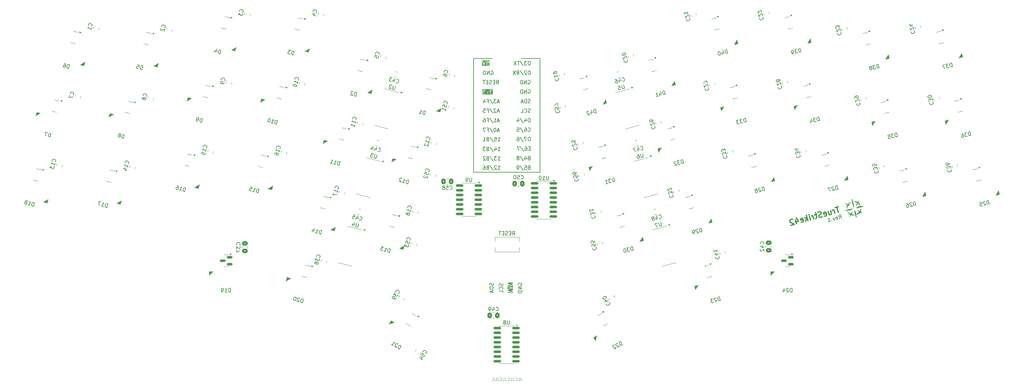
<source format=gbo>
G04 #@! TF.GenerationSoftware,KiCad,Pcbnew,8.0.4*
G04 #@! TF.CreationDate,2024-08-14T21:54:49+09:00*
G04 #@! TF.ProjectId,TrueStrike42,54727565-5374-4726-996b-6534322e6b69,rev?*
G04 #@! TF.SameCoordinates,Original*
G04 #@! TF.FileFunction,Legend,Bot*
G04 #@! TF.FilePolarity,Positive*
%FSLAX46Y46*%
G04 Gerber Fmt 4.6, Leading zero omitted, Abs format (unit mm)*
G04 Created by KiCad (PCBNEW 8.0.4) date 2024-08-14 21:54:49*
%MOMM*%
%LPD*%
G01*
G04 APERTURE LIST*
G04 Aperture macros list*
%AMRoundRect*
0 Rectangle with rounded corners*
0 $1 Rounding radius*
0 $2 $3 $4 $5 $6 $7 $8 $9 X,Y pos of 4 corners*
0 Add a 4 corners polygon primitive as box body*
4,1,4,$2,$3,$4,$5,$6,$7,$8,$9,$2,$3,0*
0 Add four circle primitives for the rounded corners*
1,1,$1+$1,$2,$3*
1,1,$1+$1,$4,$5*
1,1,$1+$1,$6,$7*
1,1,$1+$1,$8,$9*
0 Add four rect primitives between the rounded corners*
20,1,$1+$1,$2,$3,$4,$5,0*
20,1,$1+$1,$4,$5,$6,$7,0*
20,1,$1+$1,$6,$7,$8,$9,0*
20,1,$1+$1,$8,$9,$2,$3,0*%
%AMRotRect*
0 Rectangle, with rotation*
0 The origin of the aperture is its center*
0 $1 length*
0 $2 width*
0 $3 Rotation angle, in degrees counterclockwise*
0 Add horizontal line*
21,1,$1,$2,0,0,$3*%
G04 Aperture macros list end*
%ADD10C,0.100000*%
%ADD11C,0.160000*%
%ADD12C,0.300000*%
%ADD13C,0.150000*%
%ADD14C,0.120000*%
%ADD15C,0.000000*%
%ADD16C,1.600000*%
%ADD17R,1.600000X1.600000*%
%ADD18C,1.701800*%
%ADD19RoundRect,0.150000X-0.528659X-0.296945X0.606304X0.007167X0.528659X0.296945X-0.606304X-0.007167X0*%
%ADD20RoundRect,0.150000X-0.606304X0.007167X0.528659X-0.296945X0.606304X-0.007167X-0.528659X0.296945X0*%
%ADD21RoundRect,0.150000X-0.587500X-0.150000X0.587500X-0.150000X0.587500X0.150000X-0.587500X0.150000X0*%
%ADD22C,2.200000*%
%ADD23C,3.500000*%
%ADD24RotRect,1.250000X0.900000X15.000000*%
%ADD25RotRect,1.240000X0.900000X15.000000*%
%ADD26RotRect,1.250000X0.900000X165.000000*%
%ADD27RotRect,1.250000X0.900000X195.000000*%
%ADD28RotRect,1.250000X0.900000X345.000000*%
%ADD29RotRect,1.240000X0.900000X345.000000*%
%ADD30RotRect,1.250000X0.900000X30.000000*%
%ADD31RotRect,1.240000X0.900000X30.000000*%
%ADD32R,1.250000X0.900000*%
%ADD33R,1.240000X0.900000*%
%ADD34RotRect,1.250000X0.900000X330.000000*%
%ADD35RotRect,1.240000X0.900000X330.000000*%
%ADD36R,1.250000X1.000000*%
%ADD37O,1.600000X2.000000*%
%ADD38RoundRect,0.250000X-0.546166X0.203061X-0.371463X-0.448939X0.546166X-0.203061X0.371463X0.448939X0*%
%ADD39RoundRect,0.250000X-0.475000X0.337500X-0.475000X-0.337500X0.475000X-0.337500X0.475000X0.337500X0*%
%ADD40RoundRect,0.150000X0.758066X0.358415X-0.835712X-0.068637X-0.758066X-0.358415X0.835712X0.068637X0*%
%ADD41RoundRect,0.250000X-0.371463X0.448939X-0.546166X-0.203061X0.371463X-0.448939X0.546166X0.203061X0*%
%ADD42RoundRect,0.250000X-0.448939X-0.371463X0.203061X-0.546166X0.448939X0.371463X-0.203061X0.546166X0*%
%ADD43RoundRect,0.250000X0.337500X0.475000X-0.337500X0.475000X-0.337500X-0.475000X0.337500X-0.475000X0*%
%ADD44RoundRect,0.250000X-0.203061X-0.546166X0.448939X-0.371463X0.203061X0.546166X-0.448939X0.371463X0*%
%ADD45RoundRect,0.150000X0.825000X0.150000X-0.825000X0.150000X-0.825000X-0.150000X0.825000X-0.150000X0*%
%ADD46RoundRect,0.250000X-0.580112X0.054784X-0.242612X-0.529784X0.580112X-0.054784X0.242612X0.529784X0*%
%ADD47RoundRect,0.150000X0.835712X-0.068637X-0.758066X0.358415X-0.835712X0.068637X0.758066X-0.358415X0*%
%ADD48RoundRect,0.250000X0.242612X-0.529784X0.580112X0.054784X-0.242612X0.529784X-0.580112X-0.054784X0*%
%ADD49RoundRect,0.250000X-0.242612X0.529784X-0.580112X-0.054784X0.242612X-0.529784X0.580112X0.054784X0*%
%ADD50RoundRect,0.150000X-0.583790X0.163846X0.433790X-0.423654X0.583790X-0.163846X-0.433790X0.423654X0*%
%ADD51C,3.987800*%
%ADD52C,3.048000*%
%ADD53RoundRect,0.150000X-0.433790X-0.423654X0.583790X0.163846X0.433790X0.423654X-0.583790X-0.163846X0*%
G04 APERTURE END LIST*
D10*
X152095238Y-138596895D02*
X152095238Y-139168323D01*
X152095238Y-139168323D02*
X152133333Y-139282609D01*
X152133333Y-139282609D02*
X152209524Y-139358800D01*
X152209524Y-139358800D02*
X152323809Y-139396895D01*
X152323809Y-139396895D02*
X152400000Y-139396895D01*
X151333333Y-139396895D02*
X151714285Y-139396895D01*
X151714285Y-139396895D02*
X151714285Y-138596895D01*
X150609523Y-139320704D02*
X150647619Y-139358800D01*
X150647619Y-139358800D02*
X150761904Y-139396895D01*
X150761904Y-139396895D02*
X150838095Y-139396895D01*
X150838095Y-139396895D02*
X150952381Y-139358800D01*
X150952381Y-139358800D02*
X151028571Y-139282609D01*
X151028571Y-139282609D02*
X151066666Y-139206419D01*
X151066666Y-139206419D02*
X151104762Y-139054038D01*
X151104762Y-139054038D02*
X151104762Y-138939752D01*
X151104762Y-138939752D02*
X151066666Y-138787371D01*
X151066666Y-138787371D02*
X151028571Y-138711180D01*
X151028571Y-138711180D02*
X150952381Y-138634990D01*
X150952381Y-138634990D02*
X150838095Y-138596895D01*
X150838095Y-138596895D02*
X150761904Y-138596895D01*
X150761904Y-138596895D02*
X150647619Y-138634990D01*
X150647619Y-138634990D02*
X150609523Y-138673085D01*
X150038095Y-138596895D02*
X150038095Y-139168323D01*
X150038095Y-139168323D02*
X150076190Y-139282609D01*
X150076190Y-139282609D02*
X150152381Y-139358800D01*
X150152381Y-139358800D02*
X150266666Y-139396895D01*
X150266666Y-139396895D02*
X150342857Y-139396895D01*
X149276190Y-139396895D02*
X149657142Y-139396895D01*
X149657142Y-139396895D02*
X149657142Y-138596895D01*
X148552380Y-139320704D02*
X148590476Y-139358800D01*
X148590476Y-139358800D02*
X148704761Y-139396895D01*
X148704761Y-139396895D02*
X148780952Y-139396895D01*
X148780952Y-139396895D02*
X148895238Y-139358800D01*
X148895238Y-139358800D02*
X148971428Y-139282609D01*
X148971428Y-139282609D02*
X149009523Y-139206419D01*
X149009523Y-139206419D02*
X149047619Y-139054038D01*
X149047619Y-139054038D02*
X149047619Y-138939752D01*
X149047619Y-138939752D02*
X149009523Y-138787371D01*
X149009523Y-138787371D02*
X148971428Y-138711180D01*
X148971428Y-138711180D02*
X148895238Y-138634990D01*
X148895238Y-138634990D02*
X148780952Y-138596895D01*
X148780952Y-138596895D02*
X148704761Y-138596895D01*
X148704761Y-138596895D02*
X148590476Y-138634990D01*
X148590476Y-138634990D02*
X148552380Y-138673085D01*
X147980952Y-138596895D02*
X147980952Y-139168323D01*
X147980952Y-139168323D02*
X148019047Y-139282609D01*
X148019047Y-139282609D02*
X148095238Y-139358800D01*
X148095238Y-139358800D02*
X148209523Y-139396895D01*
X148209523Y-139396895D02*
X148285714Y-139396895D01*
X147219047Y-139396895D02*
X147599999Y-139396895D01*
X147599999Y-139396895D02*
X147599999Y-138596895D01*
X146495237Y-139320704D02*
X146533333Y-139358800D01*
X146533333Y-139358800D02*
X146647618Y-139396895D01*
X146647618Y-139396895D02*
X146723809Y-139396895D01*
X146723809Y-139396895D02*
X146838095Y-139358800D01*
X146838095Y-139358800D02*
X146914285Y-139282609D01*
X146914285Y-139282609D02*
X146952380Y-139206419D01*
X146952380Y-139206419D02*
X146990476Y-139054038D01*
X146990476Y-139054038D02*
X146990476Y-138939752D01*
X146990476Y-138939752D02*
X146952380Y-138787371D01*
X146952380Y-138787371D02*
X146914285Y-138711180D01*
X146914285Y-138711180D02*
X146838095Y-138634990D01*
X146838095Y-138634990D02*
X146723809Y-138596895D01*
X146723809Y-138596895D02*
X146647618Y-138596895D01*
X146647618Y-138596895D02*
X146533333Y-138634990D01*
X146533333Y-138634990D02*
X146495237Y-138673085D01*
X145923809Y-138596895D02*
X145923809Y-139168323D01*
X145923809Y-139168323D02*
X145961904Y-139282609D01*
X145961904Y-139282609D02*
X146038095Y-139358800D01*
X146038095Y-139358800D02*
X146152380Y-139396895D01*
X146152380Y-139396895D02*
X146228571Y-139396895D01*
X145161904Y-139396895D02*
X145542856Y-139396895D01*
X145542856Y-139396895D02*
X145542856Y-138596895D01*
X144438094Y-139320704D02*
X144476190Y-139358800D01*
X144476190Y-139358800D02*
X144590475Y-139396895D01*
X144590475Y-139396895D02*
X144666666Y-139396895D01*
X144666666Y-139396895D02*
X144780952Y-139358800D01*
X144780952Y-139358800D02*
X144857142Y-139282609D01*
X144857142Y-139282609D02*
X144895237Y-139206419D01*
X144895237Y-139206419D02*
X144933333Y-139054038D01*
X144933333Y-139054038D02*
X144933333Y-138939752D01*
X144933333Y-138939752D02*
X144895237Y-138787371D01*
X144895237Y-138787371D02*
X144857142Y-138711180D01*
X144857142Y-138711180D02*
X144780952Y-138634990D01*
X144780952Y-138634990D02*
X144666666Y-138596895D01*
X144666666Y-138596895D02*
X144590475Y-138596895D01*
X144590475Y-138596895D02*
X144476190Y-138634990D01*
X144476190Y-138634990D02*
X144438094Y-138673085D01*
D11*
X237356299Y-96088576D02*
X237555028Y-95542339D01*
X237908257Y-95940680D02*
X237649438Y-94974754D01*
X237649438Y-94974754D02*
X237281466Y-95073352D01*
X237281466Y-95073352D02*
X237201798Y-95143998D01*
X237201798Y-95143998D02*
X237168126Y-95202319D01*
X237168126Y-95202319D02*
X237146779Y-95306636D01*
X237146779Y-95306636D02*
X237183753Y-95444626D01*
X237183753Y-95444626D02*
X237254399Y-95524294D01*
X237254399Y-95524294D02*
X237312720Y-95557966D01*
X237312720Y-95557966D02*
X237417038Y-95579313D01*
X237417038Y-95579313D02*
X237785010Y-95480715D01*
X236562035Y-96252100D02*
X236666352Y-96273447D01*
X236666352Y-96273447D02*
X236850338Y-96224148D01*
X236850338Y-96224148D02*
X236930006Y-96153502D01*
X236930006Y-96153502D02*
X236951354Y-96049185D01*
X236951354Y-96049185D02*
X236852756Y-95681213D01*
X236852756Y-95681213D02*
X236782110Y-95601545D01*
X236782110Y-95601545D02*
X236677792Y-95580198D01*
X236677792Y-95580198D02*
X236493806Y-95629497D01*
X236493806Y-95629497D02*
X236414138Y-95700142D01*
X236414138Y-95700142D02*
X236392791Y-95804460D01*
X236392791Y-95804460D02*
X236417441Y-95896453D01*
X236417441Y-95896453D02*
X236902055Y-95865199D01*
X236033842Y-95752744D02*
X235976405Y-96458318D01*
X235976405Y-96458318D02*
X235573877Y-95875991D01*
X235353801Y-96526546D02*
X235320130Y-96584867D01*
X235320130Y-96584867D02*
X235378451Y-96618539D01*
X235378451Y-96618539D02*
X235412123Y-96560218D01*
X235412123Y-96560218D02*
X235353801Y-96526546D01*
X235353801Y-96526546D02*
X235378451Y-96618539D01*
X234412526Y-96877358D02*
X234964483Y-96729462D01*
X234688504Y-96803410D02*
X234429685Y-95837484D01*
X234429685Y-95837484D02*
X234558652Y-95950824D01*
X234558652Y-95950824D02*
X234675295Y-96018167D01*
X234675295Y-96018167D02*
X234779612Y-96039515D01*
D12*
X237105329Y-92824838D02*
X236277393Y-93046683D01*
X237079590Y-94384649D02*
X236691361Y-92935760D01*
X236182659Y-94624981D02*
X235923840Y-93659055D01*
X235997788Y-93935034D02*
X235891819Y-93815531D01*
X235891819Y-93815531D02*
X235804337Y-93765024D01*
X235804337Y-93765024D02*
X235647861Y-93733003D01*
X235647861Y-93733003D02*
X235509871Y-93769977D01*
X234405957Y-94065771D02*
X234664776Y-95031696D01*
X235026909Y-93899387D02*
X235230267Y-94658329D01*
X235230267Y-94658329D02*
X235198246Y-94814805D01*
X235198246Y-94814805D02*
X235078744Y-94920774D01*
X235078744Y-94920774D02*
X234871760Y-94976235D01*
X234871760Y-94976235D02*
X234715283Y-94944215D01*
X234715283Y-94944215D02*
X234627802Y-94893707D01*
X233404384Y-95295469D02*
X233560860Y-95327490D01*
X233560860Y-95327490D02*
X233836839Y-95253541D01*
X233836839Y-95253541D02*
X233956341Y-95147572D01*
X233956341Y-95147572D02*
X233988362Y-94991096D01*
X233988362Y-94991096D02*
X233840465Y-94439138D01*
X233840465Y-94439138D02*
X233734497Y-94319636D01*
X233734497Y-94319636D02*
X233578020Y-94287615D01*
X233578020Y-94287615D02*
X233302041Y-94361564D01*
X233302041Y-94361564D02*
X233182539Y-94467533D01*
X233182539Y-94467533D02*
X233150518Y-94624009D01*
X233150518Y-94624009D02*
X233187493Y-94761998D01*
X233187493Y-94761998D02*
X233914414Y-94715117D01*
X232783432Y-95461853D02*
X232594935Y-95586309D01*
X232594935Y-95586309D02*
X232249961Y-95678744D01*
X232249961Y-95678744D02*
X232093485Y-95646723D01*
X232093485Y-95646723D02*
X232006003Y-95596216D01*
X232006003Y-95596216D02*
X231900034Y-95476713D01*
X231900034Y-95476713D02*
X231863060Y-95338724D01*
X231863060Y-95338724D02*
X231895081Y-95182248D01*
X231895081Y-95182248D02*
X231945588Y-95094766D01*
X231945588Y-95094766D02*
X232065090Y-94988797D01*
X232065090Y-94988797D02*
X232322582Y-94845854D01*
X232322582Y-94845854D02*
X232442085Y-94739885D01*
X232442085Y-94739885D02*
X232492592Y-94652403D01*
X232492592Y-94652403D02*
X232524613Y-94495927D01*
X232524613Y-94495927D02*
X232487639Y-94357937D01*
X232487639Y-94357937D02*
X232381670Y-94238435D01*
X232381670Y-94238435D02*
X232294188Y-94187927D01*
X232294188Y-94187927D02*
X232137711Y-94155907D01*
X232137711Y-94155907D02*
X231792738Y-94248342D01*
X231792738Y-94248342D02*
X231604241Y-94372798D01*
X231301196Y-94897689D02*
X230749238Y-95045585D01*
X230964802Y-94470187D02*
X231297569Y-95712092D01*
X231297569Y-95712092D02*
X231265549Y-95868568D01*
X231265549Y-95868568D02*
X231146046Y-95974537D01*
X231146046Y-95974537D02*
X231008057Y-96011511D01*
X230525094Y-96140921D02*
X230266275Y-95174995D01*
X230340223Y-95450974D02*
X230234254Y-95331471D01*
X230234254Y-95331471D02*
X230146773Y-95280964D01*
X230146773Y-95280964D02*
X229990296Y-95248943D01*
X229990296Y-95248943D02*
X229852307Y-95285917D01*
X229628163Y-96381253D02*
X229369344Y-95415327D01*
X229239935Y-94932364D02*
X229327416Y-94982871D01*
X229327416Y-94982871D02*
X229276909Y-95070353D01*
X229276909Y-95070353D02*
X229189427Y-95019846D01*
X229189427Y-95019846D02*
X229239935Y-94932364D01*
X229239935Y-94932364D02*
X229276909Y-95070353D01*
X228938216Y-96566123D02*
X228549987Y-95117235D01*
X228652330Y-96051140D02*
X228386258Y-96714020D01*
X228127439Y-95748094D02*
X228827294Y-96152155D01*
X227194861Y-96959306D02*
X227351338Y-96991326D01*
X227351338Y-96991326D02*
X227627316Y-96917378D01*
X227627316Y-96917378D02*
X227746819Y-96811409D01*
X227746819Y-96811409D02*
X227778839Y-96654933D01*
X227778839Y-96654933D02*
X227630943Y-96102975D01*
X227630943Y-96102975D02*
X227524974Y-95983473D01*
X227524974Y-95983473D02*
X227368497Y-95951452D01*
X227368497Y-95951452D02*
X227092518Y-96025400D01*
X227092518Y-96025400D02*
X226973016Y-96131369D01*
X226973016Y-96131369D02*
X226940996Y-96287846D01*
X226940996Y-96287846D02*
X226977970Y-96425835D01*
X226977970Y-96425835D02*
X227704891Y-96378954D01*
X225643630Y-96413629D02*
X225902449Y-97379555D01*
X225840707Y-95769236D02*
X226462987Y-96711721D01*
X226462987Y-96711721D02*
X225566055Y-96952053D01*
X224861248Y-96253526D02*
X224773766Y-96203018D01*
X224773766Y-96203018D02*
X224617290Y-96170998D01*
X224617290Y-96170998D02*
X224272316Y-96263433D01*
X224272316Y-96263433D02*
X224152814Y-96369402D01*
X224152814Y-96369402D02*
X224102306Y-96456884D01*
X224102306Y-96456884D02*
X224070286Y-96613360D01*
X224070286Y-96613360D02*
X224107260Y-96751350D01*
X224107260Y-96751350D02*
X224231716Y-96939847D01*
X224231716Y-96939847D02*
X225281497Y-97545938D01*
X225281497Y-97545938D02*
X224384566Y-97786270D01*
D11*
X144757494Y-113376116D02*
X144805113Y-113518973D01*
X144805113Y-113518973D02*
X144805113Y-113757068D01*
X144805113Y-113757068D02*
X144757494Y-113852306D01*
X144757494Y-113852306D02*
X144709874Y-113899925D01*
X144709874Y-113899925D02*
X144614636Y-113947544D01*
X144614636Y-113947544D02*
X144519398Y-113947544D01*
X144519398Y-113947544D02*
X144424160Y-113899925D01*
X144424160Y-113899925D02*
X144376541Y-113852306D01*
X144376541Y-113852306D02*
X144328922Y-113757068D01*
X144328922Y-113757068D02*
X144281303Y-113566592D01*
X144281303Y-113566592D02*
X144233684Y-113471354D01*
X144233684Y-113471354D02*
X144186065Y-113423735D01*
X144186065Y-113423735D02*
X144090827Y-113376116D01*
X144090827Y-113376116D02*
X143995589Y-113376116D01*
X143995589Y-113376116D02*
X143900351Y-113423735D01*
X143900351Y-113423735D02*
X143852732Y-113471354D01*
X143852732Y-113471354D02*
X143805113Y-113566592D01*
X143805113Y-113566592D02*
X143805113Y-113804687D01*
X143805113Y-113804687D02*
X143852732Y-113947544D01*
X144805113Y-114376116D02*
X143805113Y-114376116D01*
X143805113Y-114376116D02*
X143805113Y-114614211D01*
X143805113Y-114614211D02*
X143852732Y-114757068D01*
X143852732Y-114757068D02*
X143947970Y-114852306D01*
X143947970Y-114852306D02*
X144043208Y-114899925D01*
X144043208Y-114899925D02*
X144233684Y-114947544D01*
X144233684Y-114947544D02*
X144376541Y-114947544D01*
X144376541Y-114947544D02*
X144567017Y-114899925D01*
X144567017Y-114899925D02*
X144662255Y-114852306D01*
X144662255Y-114852306D02*
X144757494Y-114757068D01*
X144757494Y-114757068D02*
X144805113Y-114614211D01*
X144805113Y-114614211D02*
X144805113Y-114376116D01*
X144519398Y-115328497D02*
X144519398Y-115804687D01*
X144805113Y-115233259D02*
X143805113Y-115566592D01*
X143805113Y-115566592D02*
X144805113Y-115899925D01*
X151452733Y-113828485D02*
X151405114Y-113733247D01*
X151405114Y-113733247D02*
X151405114Y-113590390D01*
X151405114Y-113590390D02*
X151452733Y-113447533D01*
X151452733Y-113447533D02*
X151547971Y-113352295D01*
X151547971Y-113352295D02*
X151643209Y-113304676D01*
X151643209Y-113304676D02*
X151833685Y-113257057D01*
X151833685Y-113257057D02*
X151976542Y-113257057D01*
X151976542Y-113257057D02*
X152167018Y-113304676D01*
X152167018Y-113304676D02*
X152262256Y-113352295D01*
X152262256Y-113352295D02*
X152357495Y-113447533D01*
X152357495Y-113447533D02*
X152405114Y-113590390D01*
X152405114Y-113590390D02*
X152405114Y-113685628D01*
X152405114Y-113685628D02*
X152357495Y-113828485D01*
X152357495Y-113828485D02*
X152309875Y-113876104D01*
X152309875Y-113876104D02*
X151976542Y-113876104D01*
X151976542Y-113876104D02*
X151976542Y-113685628D01*
X152405114Y-114304676D02*
X151405114Y-114304676D01*
X151405114Y-114304676D02*
X152405114Y-114876104D01*
X152405114Y-114876104D02*
X151405114Y-114876104D01*
X152405114Y-115352295D02*
X151405114Y-115352295D01*
X151405114Y-115352295D02*
X151405114Y-115590390D01*
X151405114Y-115590390D02*
X151452733Y-115733247D01*
X151452733Y-115733247D02*
X151547971Y-115828485D01*
X151547971Y-115828485D02*
X151643209Y-115876104D01*
X151643209Y-115876104D02*
X151833685Y-115923723D01*
X151833685Y-115923723D02*
X151976542Y-115923723D01*
X151976542Y-115923723D02*
X152167018Y-115876104D01*
X152167018Y-115876104D02*
X152262256Y-115828485D01*
X152262256Y-115828485D02*
X152357495Y-115733247D01*
X152357495Y-115733247D02*
X152405114Y-115590390D01*
X152405114Y-115590390D02*
X152405114Y-115352295D01*
X147257497Y-113399923D02*
X147305116Y-113542780D01*
X147305116Y-113542780D02*
X147305116Y-113780875D01*
X147305116Y-113780875D02*
X147257497Y-113876113D01*
X147257497Y-113876113D02*
X147209877Y-113923732D01*
X147209877Y-113923732D02*
X147114639Y-113971351D01*
X147114639Y-113971351D02*
X147019401Y-113971351D01*
X147019401Y-113971351D02*
X146924163Y-113923732D01*
X146924163Y-113923732D02*
X146876544Y-113876113D01*
X146876544Y-113876113D02*
X146828925Y-113780875D01*
X146828925Y-113780875D02*
X146781306Y-113590399D01*
X146781306Y-113590399D02*
X146733687Y-113495161D01*
X146733687Y-113495161D02*
X146686068Y-113447542D01*
X146686068Y-113447542D02*
X146590830Y-113399923D01*
X146590830Y-113399923D02*
X146495592Y-113399923D01*
X146495592Y-113399923D02*
X146400354Y-113447542D01*
X146400354Y-113447542D02*
X146352735Y-113495161D01*
X146352735Y-113495161D02*
X146305116Y-113590399D01*
X146305116Y-113590399D02*
X146305116Y-113828494D01*
X146305116Y-113828494D02*
X146352735Y-113971351D01*
X147209877Y-114971351D02*
X147257497Y-114923732D01*
X147257497Y-114923732D02*
X147305116Y-114780875D01*
X147305116Y-114780875D02*
X147305116Y-114685637D01*
X147305116Y-114685637D02*
X147257497Y-114542780D01*
X147257497Y-114542780D02*
X147162258Y-114447542D01*
X147162258Y-114447542D02*
X147067020Y-114399923D01*
X147067020Y-114399923D02*
X146876544Y-114352304D01*
X146876544Y-114352304D02*
X146733687Y-114352304D01*
X146733687Y-114352304D02*
X146543211Y-114399923D01*
X146543211Y-114399923D02*
X146447973Y-114447542D01*
X146447973Y-114447542D02*
X146352735Y-114542780D01*
X146352735Y-114542780D02*
X146305116Y-114685637D01*
X146305116Y-114685637D02*
X146305116Y-114780875D01*
X146305116Y-114780875D02*
X146352735Y-114923732D01*
X146352735Y-114923732D02*
X146400354Y-114971351D01*
X147305116Y-115876113D02*
X147305116Y-115399923D01*
X147305116Y-115399923D02*
X146305116Y-115399923D01*
G36*
X149996223Y-115971990D02*
G01*
X148614001Y-115971990D01*
X148614001Y-115161832D01*
X148725112Y-115161832D01*
X148725112Y-115780879D01*
X148725924Y-115789127D01*
X148725784Y-115791232D01*
X148726274Y-115792681D01*
X148726649Y-115796486D01*
X148731620Y-115808488D01*
X148735785Y-115820802D01*
X148737561Y-115822832D01*
X148738594Y-115825325D01*
X148747784Y-115834515D01*
X148756340Y-115844293D01*
X148758757Y-115845488D01*
X148760666Y-115847397D01*
X148772673Y-115852370D01*
X148784320Y-115858130D01*
X148787012Y-115858309D01*
X148789505Y-115859342D01*
X148802494Y-115859342D01*
X148815465Y-115860207D01*
X148818023Y-115859342D01*
X148820719Y-115859342D01*
X148832721Y-115854370D01*
X148845035Y-115850206D01*
X148848145Y-115847982D01*
X148849558Y-115847397D01*
X148851048Y-115845906D01*
X148857792Y-115841085D01*
X149111722Y-115618895D01*
X149114510Y-115626180D01*
X149162129Y-115721418D01*
X149166355Y-115728132D01*
X149167165Y-115730087D01*
X149168970Y-115732286D01*
X149170483Y-115734690D01*
X149172077Y-115736072D01*
X149177114Y-115742210D01*
X149224733Y-115789828D01*
X149230867Y-115794862D01*
X149232253Y-115796460D01*
X149234661Y-115797975D01*
X149236856Y-115799777D01*
X149238806Y-115800584D01*
X149245525Y-115804814D01*
X149340763Y-115852433D01*
X149355409Y-115858038D01*
X149358276Y-115858241D01*
X149360933Y-115859342D01*
X149376540Y-115860879D01*
X149614635Y-115860879D01*
X149630242Y-115859342D01*
X149632898Y-115858241D01*
X149635765Y-115858038D01*
X149650412Y-115852433D01*
X149745650Y-115804814D01*
X149752366Y-115800586D01*
X149754318Y-115799778D01*
X149756514Y-115797975D01*
X149758922Y-115796460D01*
X149760307Y-115794862D01*
X149766441Y-115789829D01*
X149814061Y-115742210D01*
X149819096Y-115736074D01*
X149820693Y-115734690D01*
X149822206Y-115732285D01*
X149824010Y-115730088D01*
X149824818Y-115728135D01*
X149829047Y-115721418D01*
X149876666Y-115626180D01*
X149882271Y-115611534D01*
X149882474Y-115608666D01*
X149883575Y-115606010D01*
X149885112Y-115590403D01*
X149885112Y-115304689D01*
X149883575Y-115289082D01*
X149882474Y-115286425D01*
X149882271Y-115283558D01*
X149876666Y-115268912D01*
X149829047Y-115173674D01*
X149824818Y-115166956D01*
X149824010Y-115165004D01*
X149822206Y-115162806D01*
X149820693Y-115160402D01*
X149819096Y-115159017D01*
X149814061Y-115152882D01*
X149766441Y-115105263D01*
X149754318Y-115095314D01*
X149725479Y-115083368D01*
X149694265Y-115083369D01*
X149665426Y-115095315D01*
X149643355Y-115117387D01*
X149631409Y-115146226D01*
X149631410Y-115177440D01*
X149643356Y-115206279D01*
X149653305Y-115218401D01*
X149691745Y-115256840D01*
X149725112Y-115323574D01*
X149725112Y-115571518D01*
X149691745Y-115638251D01*
X149662484Y-115667511D01*
X149595750Y-115700879D01*
X149395425Y-115700879D01*
X149328691Y-115667512D01*
X149299430Y-115638250D01*
X149266064Y-115571518D01*
X149266064Y-115447546D01*
X149265251Y-115439297D01*
X149265392Y-115437193D01*
X149264901Y-115435743D01*
X149264527Y-115431939D01*
X149259555Y-115419936D01*
X149255391Y-115407623D01*
X149253614Y-115405592D01*
X149252582Y-115403100D01*
X149243391Y-115393909D01*
X149234836Y-115384132D01*
X149232418Y-115382936D01*
X149230510Y-115381028D01*
X149218502Y-115376054D01*
X149206856Y-115370295D01*
X149204163Y-115370115D01*
X149201671Y-115369083D01*
X149188682Y-115369083D01*
X149175711Y-115368218D01*
X149173153Y-115369083D01*
X149170457Y-115369083D01*
X149158454Y-115374054D01*
X149146141Y-115378219D01*
X149143030Y-115380442D01*
X149141618Y-115381028D01*
X149140127Y-115382518D01*
X149133384Y-115387340D01*
X148885112Y-115604578D01*
X148885112Y-115161832D01*
X148883575Y-115146225D01*
X148871630Y-115117386D01*
X148849558Y-115095314D01*
X148820719Y-115083369D01*
X148789505Y-115083369D01*
X148760666Y-115095314D01*
X148738594Y-115117386D01*
X148726649Y-115146225D01*
X148725112Y-115161832D01*
X148614001Y-115161832D01*
X148614001Y-114247064D01*
X148725740Y-114247064D01*
X148727952Y-114278200D01*
X148741912Y-114306119D01*
X148765494Y-114326571D01*
X148779814Y-114332965D01*
X149552128Y-114590403D01*
X148779814Y-114847841D01*
X148765494Y-114854235D01*
X148741912Y-114874687D01*
X148727952Y-114902606D01*
X148725740Y-114933742D01*
X148735611Y-114963354D01*
X148756063Y-114986936D01*
X148783982Y-115000896D01*
X148815118Y-115003108D01*
X148830410Y-114999631D01*
X149830410Y-114666298D01*
X149844730Y-114659904D01*
X149849047Y-114656159D01*
X149854161Y-114653603D01*
X149860731Y-114646027D01*
X149868312Y-114639453D01*
X149870869Y-114634336D01*
X149874613Y-114630021D01*
X149877783Y-114620510D01*
X149882271Y-114611534D01*
X149882676Y-114605829D01*
X149884483Y-114600409D01*
X149883772Y-114590403D01*
X149884483Y-114580397D01*
X149882676Y-114574976D01*
X149882271Y-114569272D01*
X149877783Y-114560295D01*
X149874613Y-114550785D01*
X149870869Y-114546469D01*
X149868312Y-114541353D01*
X149860731Y-114534778D01*
X149854161Y-114527203D01*
X149849047Y-114524646D01*
X149844730Y-114520902D01*
X149830410Y-114514508D01*
X148830410Y-114181175D01*
X148815118Y-114177698D01*
X148783982Y-114179910D01*
X148756063Y-114193870D01*
X148735611Y-114217452D01*
X148725740Y-114247064D01*
X148614001Y-114247064D01*
X148614001Y-113352308D01*
X148725112Y-113352308D01*
X148725112Y-113971355D01*
X148725924Y-113979603D01*
X148725784Y-113981708D01*
X148726274Y-113983157D01*
X148726649Y-113986962D01*
X148731620Y-113998964D01*
X148735785Y-114011278D01*
X148737561Y-114013308D01*
X148738594Y-114015801D01*
X148747784Y-114024991D01*
X148756340Y-114034769D01*
X148758757Y-114035964D01*
X148760666Y-114037873D01*
X148772673Y-114042846D01*
X148784320Y-114048606D01*
X148787012Y-114048785D01*
X148789505Y-114049818D01*
X148802494Y-114049818D01*
X148815465Y-114050683D01*
X148818023Y-114049818D01*
X148820719Y-114049818D01*
X148832721Y-114044846D01*
X148845035Y-114040682D01*
X148848145Y-114038458D01*
X148849558Y-114037873D01*
X148851048Y-114036382D01*
X148857792Y-114031561D01*
X149111722Y-113809371D01*
X149114510Y-113816656D01*
X149162129Y-113911894D01*
X149166355Y-113918608D01*
X149167165Y-113920563D01*
X149168970Y-113922762D01*
X149170483Y-113925166D01*
X149172077Y-113926548D01*
X149177114Y-113932686D01*
X149224733Y-113980304D01*
X149230867Y-113985338D01*
X149232253Y-113986936D01*
X149234661Y-113988451D01*
X149236856Y-113990253D01*
X149238806Y-113991060D01*
X149245525Y-113995290D01*
X149340763Y-114042909D01*
X149355409Y-114048514D01*
X149358276Y-114048717D01*
X149360933Y-114049818D01*
X149376540Y-114051355D01*
X149614635Y-114051355D01*
X149630242Y-114049818D01*
X149632898Y-114048717D01*
X149635765Y-114048514D01*
X149650412Y-114042909D01*
X149745650Y-113995290D01*
X149752366Y-113991062D01*
X149754318Y-113990254D01*
X149756514Y-113988451D01*
X149758922Y-113986936D01*
X149760307Y-113985338D01*
X149766441Y-113980305D01*
X149814061Y-113932686D01*
X149819096Y-113926550D01*
X149820693Y-113925166D01*
X149822206Y-113922761D01*
X149824010Y-113920564D01*
X149824818Y-113918611D01*
X149829047Y-113911894D01*
X149876666Y-113816656D01*
X149882271Y-113802010D01*
X149882474Y-113799142D01*
X149883575Y-113796486D01*
X149885112Y-113780879D01*
X149885112Y-113495165D01*
X149883575Y-113479558D01*
X149882474Y-113476901D01*
X149882271Y-113474034D01*
X149876666Y-113459388D01*
X149829047Y-113364150D01*
X149824818Y-113357432D01*
X149824010Y-113355480D01*
X149822206Y-113353282D01*
X149820693Y-113350878D01*
X149819096Y-113349493D01*
X149814061Y-113343358D01*
X149766441Y-113295739D01*
X149754318Y-113285790D01*
X149725479Y-113273844D01*
X149694265Y-113273845D01*
X149665426Y-113285791D01*
X149643355Y-113307863D01*
X149631409Y-113336702D01*
X149631410Y-113367916D01*
X149643356Y-113396755D01*
X149653305Y-113408877D01*
X149691745Y-113447316D01*
X149725112Y-113514050D01*
X149725112Y-113761994D01*
X149691745Y-113828727D01*
X149662484Y-113857987D01*
X149595750Y-113891355D01*
X149395425Y-113891355D01*
X149328691Y-113857988D01*
X149299430Y-113828726D01*
X149266064Y-113761994D01*
X149266064Y-113638022D01*
X149265251Y-113629773D01*
X149265392Y-113627669D01*
X149264901Y-113626219D01*
X149264527Y-113622415D01*
X149259555Y-113610412D01*
X149255391Y-113598099D01*
X149253614Y-113596068D01*
X149252582Y-113593576D01*
X149243391Y-113584385D01*
X149234836Y-113574608D01*
X149232418Y-113573412D01*
X149230510Y-113571504D01*
X149218502Y-113566530D01*
X149206856Y-113560771D01*
X149204163Y-113560591D01*
X149201671Y-113559559D01*
X149188682Y-113559559D01*
X149175711Y-113558694D01*
X149173153Y-113559559D01*
X149170457Y-113559559D01*
X149158454Y-113564530D01*
X149146141Y-113568695D01*
X149143030Y-113570918D01*
X149141618Y-113571504D01*
X149140127Y-113572994D01*
X149133384Y-113577816D01*
X148885112Y-113795054D01*
X148885112Y-113352308D01*
X148883575Y-113336701D01*
X148871630Y-113307862D01*
X148849558Y-113285790D01*
X148820719Y-113273845D01*
X148789505Y-113273845D01*
X148760666Y-113285790D01*
X148738594Y-113307862D01*
X148726649Y-113336701D01*
X148725112Y-113352308D01*
X148614001Y-113352308D01*
X148614001Y-113162733D01*
X149996223Y-113162733D01*
X149996223Y-115971990D01*
G37*
G36*
X143665861Y-55050808D02*
G01*
X141760831Y-55050808D01*
X141760831Y-53869703D01*
X141871942Y-53869703D01*
X141875419Y-53884995D01*
X142208752Y-54884995D01*
X142215146Y-54899315D01*
X142218890Y-54903632D01*
X142221447Y-54908746D01*
X142229022Y-54915316D01*
X142235597Y-54922897D01*
X142240713Y-54925454D01*
X142245029Y-54929198D01*
X142254541Y-54932368D01*
X142263516Y-54936856D01*
X142269217Y-54937261D01*
X142274641Y-54939069D01*
X142284653Y-54938357D01*
X142294653Y-54939068D01*
X142300070Y-54937262D01*
X142305777Y-54936857D01*
X142314755Y-54932367D01*
X142324265Y-54929198D01*
X142328581Y-54925454D01*
X142333696Y-54922897D01*
X142340268Y-54915318D01*
X142347847Y-54908746D01*
X142350403Y-54903632D01*
X142354148Y-54899315D01*
X142360542Y-54884995D01*
X142511832Y-54431125D01*
X142823695Y-54431125D01*
X142823695Y-54669220D01*
X142825232Y-54684827D01*
X142826332Y-54687483D01*
X142826536Y-54690350D01*
X142832141Y-54704997D01*
X142879760Y-54800235D01*
X142883987Y-54806951D01*
X142884796Y-54808903D01*
X142886598Y-54811099D01*
X142888114Y-54813507D01*
X142889711Y-54814892D01*
X142894745Y-54821026D01*
X142942364Y-54868646D01*
X142948499Y-54873681D01*
X142949884Y-54875278D01*
X142952288Y-54876791D01*
X142954486Y-54878595D01*
X142956438Y-54879403D01*
X142963156Y-54883632D01*
X143058394Y-54931251D01*
X143073040Y-54936856D01*
X143075907Y-54937059D01*
X143078564Y-54938160D01*
X143094171Y-54939697D01*
X143332266Y-54939697D01*
X143347873Y-54938160D01*
X143350529Y-54937059D01*
X143353396Y-54936856D01*
X143368043Y-54931251D01*
X143463281Y-54883632D01*
X143469998Y-54879403D01*
X143471951Y-54878595D01*
X143474148Y-54876791D01*
X143476553Y-54875278D01*
X143477937Y-54873681D01*
X143484073Y-54868646D01*
X143531692Y-54821026D01*
X143541641Y-54808903D01*
X143553586Y-54780065D01*
X143553586Y-54748850D01*
X143541640Y-54720011D01*
X143519568Y-54697940D01*
X143490729Y-54685995D01*
X143459515Y-54685995D01*
X143430676Y-54697941D01*
X143418554Y-54707890D01*
X143380114Y-54746330D01*
X143313381Y-54779697D01*
X143113056Y-54779697D01*
X143046322Y-54746330D01*
X143017062Y-54717069D01*
X142983695Y-54650335D01*
X142983695Y-54450010D01*
X143017061Y-54383277D01*
X143046322Y-54354015D01*
X143113056Y-54320649D01*
X143313381Y-54320649D01*
X143380113Y-54354015D01*
X143418554Y-54392455D01*
X143430677Y-54402404D01*
X143434396Y-54403944D01*
X143437516Y-54406497D01*
X143448713Y-54409875D01*
X143459515Y-54414350D01*
X143463543Y-54414350D01*
X143467401Y-54415514D01*
X143479041Y-54414350D01*
X143490730Y-54414350D01*
X143494450Y-54412808D01*
X143498460Y-54412408D01*
X143508769Y-54406877D01*
X143519569Y-54402404D01*
X143522416Y-54399556D01*
X143525967Y-54397652D01*
X143533374Y-54388598D01*
X143541640Y-54380333D01*
X143543180Y-54376613D01*
X143545733Y-54373494D01*
X143549112Y-54362294D01*
X143553586Y-54351494D01*
X143553586Y-54347466D01*
X143554750Y-54343609D01*
X143554726Y-54327927D01*
X143507107Y-53851737D01*
X143505967Y-53846049D01*
X143505967Y-53844090D01*
X143505206Y-53842253D01*
X143504025Y-53836360D01*
X143498497Y-53826055D01*
X143494022Y-53815251D01*
X143491172Y-53812401D01*
X143489269Y-53808853D01*
X143480220Y-53801449D01*
X143471950Y-53793179D01*
X143468228Y-53791637D01*
X143465111Y-53789087D01*
X143453914Y-53785708D01*
X143443111Y-53781234D01*
X143437132Y-53780645D01*
X143435226Y-53780070D01*
X143433273Y-53780265D01*
X143427504Y-53779697D01*
X142951314Y-53779697D01*
X142935707Y-53781234D01*
X142906868Y-53793179D01*
X142884796Y-53815251D01*
X142872851Y-53844090D01*
X142872851Y-53875304D01*
X142884796Y-53904143D01*
X142906868Y-53926215D01*
X142935707Y-53938160D01*
X142951314Y-53939697D01*
X143355105Y-53939697D01*
X143378571Y-54174359D01*
X143368043Y-54169095D01*
X143353396Y-54163490D01*
X143350529Y-54163286D01*
X143347873Y-54162186D01*
X143332266Y-54160649D01*
X143094171Y-54160649D01*
X143078564Y-54162186D01*
X143075907Y-54163286D01*
X143073040Y-54163490D01*
X143058394Y-54169095D01*
X142963156Y-54216714D01*
X142956437Y-54220943D01*
X142954487Y-54221751D01*
X142952292Y-54223552D01*
X142949884Y-54225068D01*
X142948498Y-54226665D01*
X142942364Y-54231700D01*
X142894745Y-54279318D01*
X142889708Y-54285455D01*
X142888114Y-54286838D01*
X142886601Y-54289241D01*
X142884796Y-54291441D01*
X142883986Y-54293395D01*
X142879760Y-54300110D01*
X142832141Y-54395348D01*
X142826536Y-54409995D01*
X142826332Y-54412861D01*
X142825232Y-54415518D01*
X142823695Y-54431125D01*
X142511832Y-54431125D01*
X142693875Y-53884996D01*
X142697352Y-53869703D01*
X142695139Y-53838567D01*
X142681180Y-53810648D01*
X142657598Y-53790196D01*
X142627986Y-53780326D01*
X142596849Y-53782538D01*
X142568930Y-53796497D01*
X142548479Y-53820079D01*
X142542085Y-53834399D01*
X142284647Y-54606713D01*
X142027209Y-53834399D01*
X142020815Y-53820079D01*
X142000363Y-53796497D01*
X141972444Y-53782537D01*
X141941308Y-53780325D01*
X141911696Y-53790196D01*
X141888114Y-53810648D01*
X141874154Y-53838567D01*
X141871942Y-53869703D01*
X141760831Y-53869703D01*
X141760831Y-53668586D01*
X143665861Y-53668586D01*
X143665861Y-55050808D01*
G37*
X145998932Y-75259697D02*
X146570360Y-75259697D01*
X146284646Y-75259697D02*
X146284646Y-74259697D01*
X146284646Y-74259697D02*
X146379884Y-74402554D01*
X146379884Y-74402554D02*
X146475122Y-74497792D01*
X146475122Y-74497792D02*
X146570360Y-74545411D01*
X145094170Y-74259697D02*
X145570360Y-74259697D01*
X145570360Y-74259697D02*
X145617979Y-74735887D01*
X145617979Y-74735887D02*
X145570360Y-74688268D01*
X145570360Y-74688268D02*
X145475122Y-74640649D01*
X145475122Y-74640649D02*
X145237027Y-74640649D01*
X145237027Y-74640649D02*
X145141789Y-74688268D01*
X145141789Y-74688268D02*
X145094170Y-74735887D01*
X145094170Y-74735887D02*
X145046551Y-74831125D01*
X145046551Y-74831125D02*
X145046551Y-75069220D01*
X145046551Y-75069220D02*
X145094170Y-75164458D01*
X145094170Y-75164458D02*
X145141789Y-75212078D01*
X145141789Y-75212078D02*
X145237027Y-75259697D01*
X145237027Y-75259697D02*
X145475122Y-75259697D01*
X145475122Y-75259697D02*
X145570360Y-75212078D01*
X145570360Y-75212078D02*
X145617979Y-75164458D01*
X143903694Y-74212078D02*
X144760836Y-75497792D01*
X143237027Y-74735887D02*
X143094170Y-74783506D01*
X143094170Y-74783506D02*
X143046551Y-74831125D01*
X143046551Y-74831125D02*
X142998932Y-74926363D01*
X142998932Y-74926363D02*
X142998932Y-75069220D01*
X142998932Y-75069220D02*
X143046551Y-75164458D01*
X143046551Y-75164458D02*
X143094170Y-75212078D01*
X143094170Y-75212078D02*
X143189408Y-75259697D01*
X143189408Y-75259697D02*
X143570360Y-75259697D01*
X143570360Y-75259697D02*
X143570360Y-74259697D01*
X143570360Y-74259697D02*
X143237027Y-74259697D01*
X143237027Y-74259697D02*
X143141789Y-74307316D01*
X143141789Y-74307316D02*
X143094170Y-74354935D01*
X143094170Y-74354935D02*
X143046551Y-74450173D01*
X143046551Y-74450173D02*
X143046551Y-74545411D01*
X143046551Y-74545411D02*
X143094170Y-74640649D01*
X143094170Y-74640649D02*
X143141789Y-74688268D01*
X143141789Y-74688268D02*
X143237027Y-74735887D01*
X143237027Y-74735887D02*
X143570360Y-74735887D01*
X142046551Y-75259697D02*
X142617979Y-75259697D01*
X142332265Y-75259697D02*
X142332265Y-74259697D01*
X142332265Y-74259697D02*
X142427503Y-74402554D01*
X142427503Y-74402554D02*
X142522741Y-74497792D01*
X142522741Y-74497792D02*
X142617979Y-74545411D01*
X145998931Y-82859696D02*
X146570359Y-82859696D01*
X146284645Y-82859696D02*
X146284645Y-81859696D01*
X146284645Y-81859696D02*
X146379883Y-82002553D01*
X146379883Y-82002553D02*
X146475121Y-82097791D01*
X146475121Y-82097791D02*
X146570359Y-82145410D01*
X145617978Y-81954934D02*
X145570359Y-81907315D01*
X145570359Y-81907315D02*
X145475121Y-81859696D01*
X145475121Y-81859696D02*
X145237026Y-81859696D01*
X145237026Y-81859696D02*
X145141788Y-81907315D01*
X145141788Y-81907315D02*
X145094169Y-81954934D01*
X145094169Y-81954934D02*
X145046550Y-82050172D01*
X145046550Y-82050172D02*
X145046550Y-82145410D01*
X145046550Y-82145410D02*
X145094169Y-82288267D01*
X145094169Y-82288267D02*
X145665597Y-82859696D01*
X145665597Y-82859696D02*
X145046550Y-82859696D01*
X143903693Y-81812077D02*
X144760835Y-83097791D01*
X143237026Y-82335886D02*
X143094169Y-82383505D01*
X143094169Y-82383505D02*
X143046550Y-82431124D01*
X143046550Y-82431124D02*
X142998931Y-82526362D01*
X142998931Y-82526362D02*
X142998931Y-82669219D01*
X142998931Y-82669219D02*
X143046550Y-82764457D01*
X143046550Y-82764457D02*
X143094169Y-82812077D01*
X143094169Y-82812077D02*
X143189407Y-82859696D01*
X143189407Y-82859696D02*
X143570359Y-82859696D01*
X143570359Y-82859696D02*
X143570359Y-81859696D01*
X143570359Y-81859696D02*
X143237026Y-81859696D01*
X143237026Y-81859696D02*
X143141788Y-81907315D01*
X143141788Y-81907315D02*
X143094169Y-81954934D01*
X143094169Y-81954934D02*
X143046550Y-82050172D01*
X143046550Y-82050172D02*
X143046550Y-82145410D01*
X143046550Y-82145410D02*
X143094169Y-82240648D01*
X143094169Y-82240648D02*
X143141788Y-82288267D01*
X143141788Y-82288267D02*
X143237026Y-82335886D01*
X143237026Y-82335886D02*
X143570359Y-82335886D01*
X142141788Y-81859696D02*
X142332264Y-81859696D01*
X142332264Y-81859696D02*
X142427502Y-81907315D01*
X142427502Y-81907315D02*
X142475121Y-81954934D01*
X142475121Y-81954934D02*
X142570359Y-82097791D01*
X142570359Y-82097791D02*
X142617978Y-82288267D01*
X142617978Y-82288267D02*
X142617978Y-82669219D01*
X142617978Y-82669219D02*
X142570359Y-82764457D01*
X142570359Y-82764457D02*
X142522740Y-82812077D01*
X142522740Y-82812077D02*
X142427502Y-82859696D01*
X142427502Y-82859696D02*
X142237026Y-82859696D01*
X142237026Y-82859696D02*
X142141788Y-82812077D01*
X142141788Y-82812077D02*
X142094169Y-82764457D01*
X142094169Y-82764457D02*
X142046550Y-82669219D01*
X142046550Y-82669219D02*
X142046550Y-82431124D01*
X142046550Y-82431124D02*
X142094169Y-82335886D01*
X142094169Y-82335886D02*
X142141788Y-82288267D01*
X142141788Y-82288267D02*
X142237026Y-82240648D01*
X142237026Y-82240648D02*
X142427502Y-82240648D01*
X142427502Y-82240648D02*
X142522740Y-82288267D01*
X142522740Y-82288267D02*
X142570359Y-82335886D01*
X142570359Y-82335886D02*
X142617978Y-82431124D01*
X145998939Y-77859697D02*
X146570367Y-77859697D01*
X146284653Y-77859697D02*
X146284653Y-76859697D01*
X146284653Y-76859697D02*
X146379891Y-77002554D01*
X146379891Y-77002554D02*
X146475129Y-77097792D01*
X146475129Y-77097792D02*
X146570367Y-77145411D01*
X145141796Y-77193030D02*
X145141796Y-77859697D01*
X145379891Y-76812078D02*
X145617986Y-77526363D01*
X145617986Y-77526363D02*
X144998939Y-77526363D01*
X143903701Y-76812078D02*
X144760843Y-78097792D01*
X143237034Y-77335887D02*
X143094177Y-77383506D01*
X143094177Y-77383506D02*
X143046558Y-77431125D01*
X143046558Y-77431125D02*
X142998939Y-77526363D01*
X142998939Y-77526363D02*
X142998939Y-77669220D01*
X142998939Y-77669220D02*
X143046558Y-77764458D01*
X143046558Y-77764458D02*
X143094177Y-77812078D01*
X143094177Y-77812078D02*
X143189415Y-77859697D01*
X143189415Y-77859697D02*
X143570367Y-77859697D01*
X143570367Y-77859697D02*
X143570367Y-76859697D01*
X143570367Y-76859697D02*
X143237034Y-76859697D01*
X143237034Y-76859697D02*
X143141796Y-76907316D01*
X143141796Y-76907316D02*
X143094177Y-76954935D01*
X143094177Y-76954935D02*
X143046558Y-77050173D01*
X143046558Y-77050173D02*
X143046558Y-77145411D01*
X143046558Y-77145411D02*
X143094177Y-77240649D01*
X143094177Y-77240649D02*
X143141796Y-77288268D01*
X143141796Y-77288268D02*
X143237034Y-77335887D01*
X143237034Y-77335887D02*
X143570367Y-77335887D01*
X142665605Y-76859697D02*
X142046558Y-76859697D01*
X142046558Y-76859697D02*
X142379891Y-77240649D01*
X142379891Y-77240649D02*
X142237034Y-77240649D01*
X142237034Y-77240649D02*
X142141796Y-77288268D01*
X142141796Y-77288268D02*
X142094177Y-77335887D01*
X142094177Y-77335887D02*
X142046558Y-77431125D01*
X142046558Y-77431125D02*
X142046558Y-77669220D01*
X142046558Y-77669220D02*
X142094177Y-77764458D01*
X142094177Y-77764458D02*
X142141796Y-77812078D01*
X142141796Y-77812078D02*
X142237034Y-77859697D01*
X142237034Y-77859697D02*
X142522748Y-77859697D01*
X142522748Y-77859697D02*
X142617986Y-77812078D01*
X142617986Y-77812078D02*
X142665605Y-77764458D01*
X146332266Y-72473982D02*
X145856076Y-72473982D01*
X146427504Y-72759697D02*
X146094171Y-71759697D01*
X146094171Y-71759697D02*
X145760838Y-72759697D01*
X145237028Y-71759697D02*
X145141790Y-71759697D01*
X145141790Y-71759697D02*
X145046552Y-71807316D01*
X145046552Y-71807316D02*
X144998933Y-71854935D01*
X144998933Y-71854935D02*
X144951314Y-71950173D01*
X144951314Y-71950173D02*
X144903695Y-72140649D01*
X144903695Y-72140649D02*
X144903695Y-72378744D01*
X144903695Y-72378744D02*
X144951314Y-72569220D01*
X144951314Y-72569220D02*
X144998933Y-72664458D01*
X144998933Y-72664458D02*
X145046552Y-72712078D01*
X145046552Y-72712078D02*
X145141790Y-72759697D01*
X145141790Y-72759697D02*
X145237028Y-72759697D01*
X145237028Y-72759697D02*
X145332266Y-72712078D01*
X145332266Y-72712078D02*
X145379885Y-72664458D01*
X145379885Y-72664458D02*
X145427504Y-72569220D01*
X145427504Y-72569220D02*
X145475123Y-72378744D01*
X145475123Y-72378744D02*
X145475123Y-72140649D01*
X145475123Y-72140649D02*
X145427504Y-71950173D01*
X145427504Y-71950173D02*
X145379885Y-71854935D01*
X145379885Y-71854935D02*
X145332266Y-71807316D01*
X145332266Y-71807316D02*
X145237028Y-71759697D01*
X143760838Y-71712078D02*
X144617980Y-72997792D01*
X143094171Y-72235887D02*
X143427504Y-72235887D01*
X143427504Y-72759697D02*
X143427504Y-71759697D01*
X143427504Y-71759697D02*
X142951314Y-71759697D01*
X142665599Y-71759697D02*
X141998933Y-71759697D01*
X141998933Y-71759697D02*
X142427504Y-72759697D01*
X145998936Y-80359698D02*
X146570364Y-80359698D01*
X146284650Y-80359698D02*
X146284650Y-79359698D01*
X146284650Y-79359698D02*
X146379888Y-79502555D01*
X146379888Y-79502555D02*
X146475126Y-79597793D01*
X146475126Y-79597793D02*
X146570364Y-79645412D01*
X145665602Y-79359698D02*
X145046555Y-79359698D01*
X145046555Y-79359698D02*
X145379888Y-79740650D01*
X145379888Y-79740650D02*
X145237031Y-79740650D01*
X145237031Y-79740650D02*
X145141793Y-79788269D01*
X145141793Y-79788269D02*
X145094174Y-79835888D01*
X145094174Y-79835888D02*
X145046555Y-79931126D01*
X145046555Y-79931126D02*
X145046555Y-80169221D01*
X145046555Y-80169221D02*
X145094174Y-80264459D01*
X145094174Y-80264459D02*
X145141793Y-80312079D01*
X145141793Y-80312079D02*
X145237031Y-80359698D01*
X145237031Y-80359698D02*
X145522745Y-80359698D01*
X145522745Y-80359698D02*
X145617983Y-80312079D01*
X145617983Y-80312079D02*
X145665602Y-80264459D01*
X143903698Y-79312079D02*
X144760840Y-80597793D01*
X143237031Y-79835888D02*
X143094174Y-79883507D01*
X143094174Y-79883507D02*
X143046555Y-79931126D01*
X143046555Y-79931126D02*
X142998936Y-80026364D01*
X142998936Y-80026364D02*
X142998936Y-80169221D01*
X142998936Y-80169221D02*
X143046555Y-80264459D01*
X143046555Y-80264459D02*
X143094174Y-80312079D01*
X143094174Y-80312079D02*
X143189412Y-80359698D01*
X143189412Y-80359698D02*
X143570364Y-80359698D01*
X143570364Y-80359698D02*
X143570364Y-79359698D01*
X143570364Y-79359698D02*
X143237031Y-79359698D01*
X143237031Y-79359698D02*
X143141793Y-79407317D01*
X143141793Y-79407317D02*
X143094174Y-79454936D01*
X143094174Y-79454936D02*
X143046555Y-79550174D01*
X143046555Y-79550174D02*
X143046555Y-79645412D01*
X143046555Y-79645412D02*
X143094174Y-79740650D01*
X143094174Y-79740650D02*
X143141793Y-79788269D01*
X143141793Y-79788269D02*
X143237031Y-79835888D01*
X143237031Y-79835888D02*
X143570364Y-79835888D01*
X142617983Y-79454936D02*
X142570364Y-79407317D01*
X142570364Y-79407317D02*
X142475126Y-79359698D01*
X142475126Y-79359698D02*
X142237031Y-79359698D01*
X142237031Y-79359698D02*
X142141793Y-79407317D01*
X142141793Y-79407317D02*
X142094174Y-79454936D01*
X142094174Y-79454936D02*
X142046555Y-79550174D01*
X142046555Y-79550174D02*
X142046555Y-79645412D01*
X142046555Y-79645412D02*
X142094174Y-79788269D01*
X142094174Y-79788269D02*
X142665602Y-80359698D01*
X142665602Y-80359698D02*
X142046555Y-80359698D01*
X146332268Y-69873984D02*
X145856078Y-69873984D01*
X146427506Y-70159699D02*
X146094173Y-69159699D01*
X146094173Y-69159699D02*
X145760840Y-70159699D01*
X144903697Y-70159699D02*
X145475125Y-70159699D01*
X145189411Y-70159699D02*
X145189411Y-69159699D01*
X145189411Y-69159699D02*
X145284649Y-69302556D01*
X145284649Y-69302556D02*
X145379887Y-69397794D01*
X145379887Y-69397794D02*
X145475125Y-69445413D01*
X143760840Y-69112080D02*
X144617982Y-70397794D01*
X143094173Y-69635889D02*
X143427506Y-69635889D01*
X143427506Y-70159699D02*
X143427506Y-69159699D01*
X143427506Y-69159699D02*
X142951316Y-69159699D01*
X142141792Y-69159699D02*
X142332268Y-69159699D01*
X142332268Y-69159699D02*
X142427506Y-69207318D01*
X142427506Y-69207318D02*
X142475125Y-69254937D01*
X142475125Y-69254937D02*
X142570363Y-69397794D01*
X142570363Y-69397794D02*
X142617982Y-69588270D01*
X142617982Y-69588270D02*
X142617982Y-69969222D01*
X142617982Y-69969222D02*
X142570363Y-70064460D01*
X142570363Y-70064460D02*
X142522744Y-70112080D01*
X142522744Y-70112080D02*
X142427506Y-70159699D01*
X142427506Y-70159699D02*
X142237030Y-70159699D01*
X142237030Y-70159699D02*
X142141792Y-70112080D01*
X142141792Y-70112080D02*
X142094173Y-70064460D01*
X142094173Y-70064460D02*
X142046554Y-69969222D01*
X142046554Y-69969222D02*
X142046554Y-69731127D01*
X142046554Y-69731127D02*
X142094173Y-69635889D01*
X142094173Y-69635889D02*
X142141792Y-69588270D01*
X142141792Y-69588270D02*
X142237030Y-69540651D01*
X142237030Y-69540651D02*
X142427506Y-69540651D01*
X142427506Y-69540651D02*
X142522744Y-69588270D01*
X142522744Y-69588270D02*
X142570363Y-69635889D01*
X142570363Y-69635889D02*
X142617982Y-69731127D01*
X144141794Y-56507313D02*
X144237032Y-56459694D01*
X144237032Y-56459694D02*
X144379889Y-56459694D01*
X144379889Y-56459694D02*
X144522746Y-56507313D01*
X144522746Y-56507313D02*
X144617984Y-56602551D01*
X144617984Y-56602551D02*
X144665603Y-56697789D01*
X144665603Y-56697789D02*
X144713222Y-56888265D01*
X144713222Y-56888265D02*
X144713222Y-57031122D01*
X144713222Y-57031122D02*
X144665603Y-57221598D01*
X144665603Y-57221598D02*
X144617984Y-57316836D01*
X144617984Y-57316836D02*
X144522746Y-57412075D01*
X144522746Y-57412075D02*
X144379889Y-57459694D01*
X144379889Y-57459694D02*
X144284651Y-57459694D01*
X144284651Y-57459694D02*
X144141794Y-57412075D01*
X144141794Y-57412075D02*
X144094175Y-57364455D01*
X144094175Y-57364455D02*
X144094175Y-57031122D01*
X144094175Y-57031122D02*
X144284651Y-57031122D01*
X143665603Y-57459694D02*
X143665603Y-56459694D01*
X143665603Y-56459694D02*
X143094175Y-57459694D01*
X143094175Y-57459694D02*
X143094175Y-56459694D01*
X142617984Y-57459694D02*
X142617984Y-56459694D01*
X142617984Y-56459694D02*
X142379889Y-56459694D01*
X142379889Y-56459694D02*
X142237032Y-56507313D01*
X142237032Y-56507313D02*
X142141794Y-56602551D01*
X142141794Y-56602551D02*
X142094175Y-56697789D01*
X142094175Y-56697789D02*
X142046556Y-56888265D01*
X142046556Y-56888265D02*
X142046556Y-57031122D01*
X142046556Y-57031122D02*
X142094175Y-57221598D01*
X142094175Y-57221598D02*
X142141794Y-57316836D01*
X142141794Y-57316836D02*
X142237032Y-57412075D01*
X142237032Y-57412075D02*
X142379889Y-57459694D01*
X142379889Y-57459694D02*
X142617984Y-57459694D01*
X146332266Y-67273983D02*
X145856076Y-67273983D01*
X146427504Y-67559698D02*
X146094171Y-66559698D01*
X146094171Y-66559698D02*
X145760838Y-67559698D01*
X145475123Y-66654936D02*
X145427504Y-66607317D01*
X145427504Y-66607317D02*
X145332266Y-66559698D01*
X145332266Y-66559698D02*
X145094171Y-66559698D01*
X145094171Y-66559698D02*
X144998933Y-66607317D01*
X144998933Y-66607317D02*
X144951314Y-66654936D01*
X144951314Y-66654936D02*
X144903695Y-66750174D01*
X144903695Y-66750174D02*
X144903695Y-66845412D01*
X144903695Y-66845412D02*
X144951314Y-66988269D01*
X144951314Y-66988269D02*
X145522742Y-67559698D01*
X145522742Y-67559698D02*
X144903695Y-67559698D01*
X143760838Y-66512079D02*
X144617980Y-67797793D01*
X143094171Y-67035888D02*
X143427504Y-67035888D01*
X143427504Y-67559698D02*
X143427504Y-66559698D01*
X143427504Y-66559698D02*
X142951314Y-66559698D01*
X142094171Y-66559698D02*
X142570361Y-66559698D01*
X142570361Y-66559698D02*
X142617980Y-67035888D01*
X142617980Y-67035888D02*
X142570361Y-66988269D01*
X142570361Y-66988269D02*
X142475123Y-66940650D01*
X142475123Y-66940650D02*
X142237028Y-66940650D01*
X142237028Y-66940650D02*
X142141790Y-66988269D01*
X142141790Y-66988269D02*
X142094171Y-67035888D01*
X142094171Y-67035888D02*
X142046552Y-67131126D01*
X142046552Y-67131126D02*
X142046552Y-67369221D01*
X142046552Y-67369221D02*
X142094171Y-67464459D01*
X142094171Y-67464459D02*
X142141790Y-67512079D01*
X142141790Y-67512079D02*
X142237028Y-67559698D01*
X142237028Y-67559698D02*
X142475123Y-67559698D01*
X142475123Y-67559698D02*
X142570361Y-67512079D01*
X142570361Y-67512079D02*
X142617980Y-67464459D01*
X145570362Y-59959692D02*
X145903695Y-59483501D01*
X146141790Y-59959692D02*
X146141790Y-58959692D01*
X146141790Y-58959692D02*
X145760838Y-58959692D01*
X145760838Y-58959692D02*
X145665600Y-59007311D01*
X145665600Y-59007311D02*
X145617981Y-59054930D01*
X145617981Y-59054930D02*
X145570362Y-59150168D01*
X145570362Y-59150168D02*
X145570362Y-59293025D01*
X145570362Y-59293025D02*
X145617981Y-59388263D01*
X145617981Y-59388263D02*
X145665600Y-59435882D01*
X145665600Y-59435882D02*
X145760838Y-59483501D01*
X145760838Y-59483501D02*
X146141790Y-59483501D01*
X145141790Y-59435882D02*
X144808457Y-59435882D01*
X144665600Y-59959692D02*
X145141790Y-59959692D01*
X145141790Y-59959692D02*
X145141790Y-58959692D01*
X145141790Y-58959692D02*
X144665600Y-58959692D01*
X144284647Y-59912073D02*
X144141790Y-59959692D01*
X144141790Y-59959692D02*
X143903695Y-59959692D01*
X143903695Y-59959692D02*
X143808457Y-59912073D01*
X143808457Y-59912073D02*
X143760838Y-59864453D01*
X143760838Y-59864453D02*
X143713219Y-59769215D01*
X143713219Y-59769215D02*
X143713219Y-59673977D01*
X143713219Y-59673977D02*
X143760838Y-59578739D01*
X143760838Y-59578739D02*
X143808457Y-59531120D01*
X143808457Y-59531120D02*
X143903695Y-59483501D01*
X143903695Y-59483501D02*
X144094171Y-59435882D01*
X144094171Y-59435882D02*
X144189409Y-59388263D01*
X144189409Y-59388263D02*
X144237028Y-59340644D01*
X144237028Y-59340644D02*
X144284647Y-59245406D01*
X144284647Y-59245406D02*
X144284647Y-59150168D01*
X144284647Y-59150168D02*
X144237028Y-59054930D01*
X144237028Y-59054930D02*
X144189409Y-59007311D01*
X144189409Y-59007311D02*
X144094171Y-58959692D01*
X144094171Y-58959692D02*
X143856076Y-58959692D01*
X143856076Y-58959692D02*
X143713219Y-59007311D01*
X143284647Y-59435882D02*
X142951314Y-59435882D01*
X142808457Y-59959692D02*
X143284647Y-59959692D01*
X143284647Y-59959692D02*
X143284647Y-58959692D01*
X143284647Y-58959692D02*
X142808457Y-58959692D01*
X142522742Y-58959692D02*
X141951314Y-58959692D01*
X142237028Y-59959692D02*
X142237028Y-58959692D01*
G36*
X144664702Y-62750812D02*
G01*
X141855446Y-62750812D01*
X141855446Y-62131129D01*
X141966557Y-62131129D01*
X141966557Y-62369224D01*
X141968094Y-62384831D01*
X141969194Y-62387487D01*
X141969398Y-62390354D01*
X141975003Y-62405001D01*
X142022622Y-62500239D01*
X142026849Y-62506955D01*
X142027658Y-62508907D01*
X142029460Y-62511103D01*
X142030976Y-62513511D01*
X142032573Y-62514896D01*
X142037607Y-62521030D01*
X142085226Y-62568650D01*
X142091361Y-62573685D01*
X142092746Y-62575282D01*
X142095150Y-62576795D01*
X142097348Y-62578599D01*
X142099300Y-62579407D01*
X142106018Y-62583636D01*
X142201256Y-62631255D01*
X142215902Y-62636860D01*
X142218769Y-62637063D01*
X142221426Y-62638164D01*
X142237033Y-62639701D01*
X142522747Y-62639701D01*
X142538354Y-62638164D01*
X142541010Y-62637063D01*
X142543877Y-62636860D01*
X142558524Y-62631255D01*
X142653762Y-62583636D01*
X142660479Y-62579407D01*
X142662432Y-62578599D01*
X142664629Y-62576795D01*
X142667034Y-62575282D01*
X142668418Y-62573685D01*
X142674554Y-62568650D01*
X142722173Y-62521030D01*
X142732122Y-62508907D01*
X142744067Y-62480069D01*
X142744067Y-62448854D01*
X142732121Y-62420015D01*
X142710049Y-62397944D01*
X142681210Y-62385999D01*
X142649996Y-62385999D01*
X142621157Y-62397945D01*
X142609035Y-62407894D01*
X142570595Y-62446334D01*
X142503862Y-62479701D01*
X142255918Y-62479701D01*
X142189184Y-62446334D01*
X142159924Y-62417073D01*
X142126557Y-62350339D01*
X142126557Y-62150014D01*
X142159923Y-62083281D01*
X142189184Y-62054019D01*
X142255918Y-62020653D01*
X142379890Y-62020653D01*
X142388138Y-62019840D01*
X142390243Y-62019981D01*
X142391692Y-62019490D01*
X142395497Y-62019116D01*
X142407499Y-62014144D01*
X142419813Y-62009980D01*
X142421843Y-62008203D01*
X142424336Y-62007171D01*
X142433526Y-61997980D01*
X142443304Y-61989425D01*
X142444499Y-61987007D01*
X142446408Y-61985099D01*
X142451381Y-61973091D01*
X142457141Y-61961445D01*
X142457320Y-61958752D01*
X142458353Y-61956260D01*
X142458353Y-61943270D01*
X142459218Y-61930300D01*
X142458353Y-61927742D01*
X142458353Y-61925046D01*
X142453381Y-61913043D01*
X142449217Y-61900730D01*
X142446993Y-61897619D01*
X142446408Y-61896207D01*
X142444917Y-61894716D01*
X142440096Y-61887973D01*
X142222858Y-61639701D01*
X142665604Y-61639701D01*
X142681211Y-61638164D01*
X142710050Y-61626219D01*
X142732122Y-61604147D01*
X142744067Y-61575308D01*
X142744067Y-61569707D01*
X142824328Y-61569707D01*
X142827805Y-61584999D01*
X143161138Y-62584999D01*
X143167532Y-62599319D01*
X143171276Y-62603636D01*
X143173833Y-62608750D01*
X143181408Y-62615320D01*
X143187983Y-62622901D01*
X143193099Y-62625458D01*
X143197415Y-62629202D01*
X143206927Y-62632372D01*
X143215902Y-62636860D01*
X143221603Y-62637265D01*
X143227027Y-62639073D01*
X143237039Y-62638361D01*
X143247039Y-62639072D01*
X143252456Y-62637266D01*
X143258163Y-62636861D01*
X143267141Y-62632371D01*
X143276651Y-62629202D01*
X143280967Y-62625458D01*
X143286082Y-62622901D01*
X143292654Y-62615322D01*
X143300233Y-62608750D01*
X143302789Y-62603636D01*
X143306534Y-62599319D01*
X143312928Y-62584999D01*
X143464218Y-62131129D01*
X143776081Y-62131129D01*
X143776081Y-62369224D01*
X143777618Y-62384831D01*
X143778718Y-62387487D01*
X143778922Y-62390354D01*
X143784527Y-62405001D01*
X143832146Y-62500239D01*
X143836373Y-62506955D01*
X143837182Y-62508907D01*
X143838984Y-62511103D01*
X143840500Y-62513511D01*
X143842097Y-62514896D01*
X143847131Y-62521030D01*
X143894750Y-62568650D01*
X143900885Y-62573685D01*
X143902270Y-62575282D01*
X143904674Y-62576795D01*
X143906872Y-62578599D01*
X143908824Y-62579407D01*
X143915542Y-62583636D01*
X144010780Y-62631255D01*
X144025426Y-62636860D01*
X144028293Y-62637063D01*
X144030950Y-62638164D01*
X144046557Y-62639701D01*
X144332271Y-62639701D01*
X144347878Y-62638164D01*
X144350534Y-62637063D01*
X144353401Y-62636860D01*
X144368048Y-62631255D01*
X144463286Y-62583636D01*
X144470003Y-62579407D01*
X144471956Y-62578599D01*
X144474153Y-62576795D01*
X144476558Y-62575282D01*
X144477942Y-62573685D01*
X144484078Y-62568650D01*
X144531697Y-62521030D01*
X144541646Y-62508907D01*
X144553591Y-62480069D01*
X144553591Y-62448854D01*
X144541645Y-62420015D01*
X144519573Y-62397944D01*
X144490734Y-62385999D01*
X144459520Y-62385999D01*
X144430681Y-62397945D01*
X144418559Y-62407894D01*
X144380119Y-62446334D01*
X144313386Y-62479701D01*
X144065442Y-62479701D01*
X143998708Y-62446334D01*
X143969448Y-62417073D01*
X143936081Y-62350339D01*
X143936081Y-62150014D01*
X143969447Y-62083281D01*
X143998708Y-62054019D01*
X144065442Y-62020653D01*
X144189414Y-62020653D01*
X144197662Y-62019840D01*
X144199767Y-62019981D01*
X144201216Y-62019490D01*
X144205021Y-62019116D01*
X144217023Y-62014144D01*
X144229337Y-62009980D01*
X144231367Y-62008203D01*
X144233860Y-62007171D01*
X144243050Y-61997980D01*
X144252828Y-61989425D01*
X144254023Y-61987007D01*
X144255932Y-61985099D01*
X144260905Y-61973091D01*
X144266665Y-61961445D01*
X144266844Y-61958752D01*
X144267877Y-61956260D01*
X144267877Y-61943270D01*
X144268742Y-61930300D01*
X144267877Y-61927742D01*
X144267877Y-61925046D01*
X144262905Y-61913043D01*
X144258741Y-61900730D01*
X144256517Y-61897619D01*
X144255932Y-61896207D01*
X144254441Y-61894716D01*
X144249620Y-61887973D01*
X144032382Y-61639701D01*
X144475128Y-61639701D01*
X144490735Y-61638164D01*
X144519574Y-61626219D01*
X144541646Y-61604147D01*
X144553591Y-61575308D01*
X144553591Y-61544094D01*
X144541646Y-61515255D01*
X144519574Y-61493183D01*
X144490735Y-61481238D01*
X144475128Y-61479701D01*
X143856081Y-61479701D01*
X143847832Y-61480513D01*
X143845728Y-61480373D01*
X143844278Y-61480863D01*
X143840474Y-61481238D01*
X143828471Y-61486209D01*
X143816158Y-61490374D01*
X143814127Y-61492150D01*
X143811635Y-61493183D01*
X143802444Y-61502373D01*
X143792667Y-61510929D01*
X143791471Y-61513346D01*
X143789563Y-61515255D01*
X143784589Y-61527262D01*
X143778830Y-61538909D01*
X143778650Y-61541601D01*
X143777618Y-61544094D01*
X143777618Y-61557083D01*
X143776753Y-61570054D01*
X143777618Y-61572611D01*
X143777618Y-61575308D01*
X143782589Y-61587310D01*
X143786754Y-61599624D01*
X143788977Y-61602734D01*
X143789563Y-61604147D01*
X143791053Y-61605637D01*
X143795875Y-61612381D01*
X144018064Y-61866311D01*
X144010780Y-61869099D01*
X143915542Y-61916718D01*
X143908823Y-61920947D01*
X143906873Y-61921755D01*
X143904678Y-61923556D01*
X143902270Y-61925072D01*
X143900884Y-61926669D01*
X143894750Y-61931704D01*
X143847131Y-61979322D01*
X143842094Y-61985459D01*
X143840500Y-61986842D01*
X143838987Y-61989245D01*
X143837182Y-61991445D01*
X143836372Y-61993399D01*
X143832146Y-62000114D01*
X143784527Y-62095352D01*
X143778922Y-62109999D01*
X143778718Y-62112865D01*
X143777618Y-62115522D01*
X143776081Y-62131129D01*
X143464218Y-62131129D01*
X143646261Y-61585000D01*
X143649738Y-61569707D01*
X143647525Y-61538571D01*
X143633566Y-61510652D01*
X143609984Y-61490200D01*
X143580372Y-61480330D01*
X143549235Y-61482542D01*
X143521316Y-61496501D01*
X143500865Y-61520083D01*
X143494471Y-61534403D01*
X143237033Y-62306717D01*
X142979595Y-61534403D01*
X142973201Y-61520083D01*
X142952749Y-61496501D01*
X142924830Y-61482541D01*
X142893694Y-61480329D01*
X142864082Y-61490200D01*
X142840500Y-61510652D01*
X142826540Y-61538571D01*
X142824328Y-61569707D01*
X142744067Y-61569707D01*
X142744067Y-61544094D01*
X142732122Y-61515255D01*
X142710050Y-61493183D01*
X142681211Y-61481238D01*
X142665604Y-61479701D01*
X142046557Y-61479701D01*
X142038308Y-61480513D01*
X142036204Y-61480373D01*
X142034754Y-61480863D01*
X142030950Y-61481238D01*
X142018947Y-61486209D01*
X142006634Y-61490374D01*
X142004603Y-61492150D01*
X142002111Y-61493183D01*
X141992920Y-61502373D01*
X141983143Y-61510929D01*
X141981947Y-61513346D01*
X141980039Y-61515255D01*
X141975065Y-61527262D01*
X141969306Y-61538909D01*
X141969126Y-61541601D01*
X141968094Y-61544094D01*
X141968094Y-61557083D01*
X141967229Y-61570054D01*
X141968094Y-61572611D01*
X141968094Y-61575308D01*
X141973065Y-61587310D01*
X141977230Y-61599624D01*
X141979453Y-61602734D01*
X141980039Y-61604147D01*
X141981529Y-61605637D01*
X141986351Y-61612381D01*
X142208540Y-61866311D01*
X142201256Y-61869099D01*
X142106018Y-61916718D01*
X142099299Y-61920947D01*
X142097349Y-61921755D01*
X142095154Y-61923556D01*
X142092746Y-61925072D01*
X142091360Y-61926669D01*
X142085226Y-61931704D01*
X142037607Y-61979322D01*
X142032570Y-61985459D01*
X142030976Y-61986842D01*
X142029463Y-61989245D01*
X142027658Y-61991445D01*
X142026848Y-61993399D01*
X142022622Y-62000114D01*
X141975003Y-62095352D01*
X141969398Y-62109999D01*
X141969194Y-62112865D01*
X141968094Y-62115522D01*
X141966557Y-62131129D01*
X141855446Y-62131129D01*
X141855446Y-61368590D01*
X144664702Y-61368590D01*
X144664702Y-62750812D01*
G37*
X146332270Y-64773979D02*
X145856080Y-64773979D01*
X146427508Y-65059694D02*
X146094175Y-64059694D01*
X146094175Y-64059694D02*
X145760842Y-65059694D01*
X145522746Y-64059694D02*
X144903699Y-64059694D01*
X144903699Y-64059694D02*
X145237032Y-64440646D01*
X145237032Y-64440646D02*
X145094175Y-64440646D01*
X145094175Y-64440646D02*
X144998937Y-64488265D01*
X144998937Y-64488265D02*
X144951318Y-64535884D01*
X144951318Y-64535884D02*
X144903699Y-64631122D01*
X144903699Y-64631122D02*
X144903699Y-64869217D01*
X144903699Y-64869217D02*
X144951318Y-64964455D01*
X144951318Y-64964455D02*
X144998937Y-65012075D01*
X144998937Y-65012075D02*
X145094175Y-65059694D01*
X145094175Y-65059694D02*
X145379889Y-65059694D01*
X145379889Y-65059694D02*
X145475127Y-65012075D01*
X145475127Y-65012075D02*
X145522746Y-64964455D01*
X143760842Y-64012075D02*
X144617984Y-65297789D01*
X143094175Y-64535884D02*
X143427508Y-64535884D01*
X143427508Y-65059694D02*
X143427508Y-64059694D01*
X143427508Y-64059694D02*
X142951318Y-64059694D01*
X142141794Y-64393027D02*
X142141794Y-65059694D01*
X142379889Y-64012075D02*
X142617984Y-64726360D01*
X142617984Y-64726360D02*
X141998937Y-64726360D01*
X154655079Y-64993899D02*
X154512222Y-65041518D01*
X154512222Y-65041518D02*
X154274127Y-65041518D01*
X154274127Y-65041518D02*
X154178889Y-64993899D01*
X154178889Y-64993899D02*
X154131270Y-64946279D01*
X154131270Y-64946279D02*
X154083651Y-64851041D01*
X154083651Y-64851041D02*
X154083651Y-64755803D01*
X154083651Y-64755803D02*
X154131270Y-64660565D01*
X154131270Y-64660565D02*
X154178889Y-64612946D01*
X154178889Y-64612946D02*
X154274127Y-64565327D01*
X154274127Y-64565327D02*
X154464603Y-64517708D01*
X154464603Y-64517708D02*
X154559841Y-64470089D01*
X154559841Y-64470089D02*
X154607460Y-64422470D01*
X154607460Y-64422470D02*
X154655079Y-64327232D01*
X154655079Y-64327232D02*
X154655079Y-64231994D01*
X154655079Y-64231994D02*
X154607460Y-64136756D01*
X154607460Y-64136756D02*
X154559841Y-64089137D01*
X154559841Y-64089137D02*
X154464603Y-64041518D01*
X154464603Y-64041518D02*
X154226508Y-64041518D01*
X154226508Y-64041518D02*
X154083651Y-64089137D01*
X153655079Y-65041518D02*
X153655079Y-64041518D01*
X153655079Y-64041518D02*
X153416984Y-64041518D01*
X153416984Y-64041518D02*
X153274127Y-64089137D01*
X153274127Y-64089137D02*
X153178889Y-64184375D01*
X153178889Y-64184375D02*
X153131270Y-64279613D01*
X153131270Y-64279613D02*
X153083651Y-64470089D01*
X153083651Y-64470089D02*
X153083651Y-64612946D01*
X153083651Y-64612946D02*
X153131270Y-64803422D01*
X153131270Y-64803422D02*
X153178889Y-64898660D01*
X153178889Y-64898660D02*
X153274127Y-64993899D01*
X153274127Y-64993899D02*
X153416984Y-65041518D01*
X153416984Y-65041518D02*
X153655079Y-65041518D01*
X152702698Y-64755803D02*
X152226508Y-64755803D01*
X152797936Y-65041518D02*
X152464603Y-64041518D01*
X152464603Y-64041518D02*
X152131270Y-65041518D01*
X154607459Y-54859705D02*
X154607459Y-53859705D01*
X154607459Y-53859705D02*
X154369364Y-53859705D01*
X154369364Y-53859705D02*
X154226507Y-53907324D01*
X154226507Y-53907324D02*
X154131269Y-54002562D01*
X154131269Y-54002562D02*
X154083650Y-54097800D01*
X154083650Y-54097800D02*
X154036031Y-54288276D01*
X154036031Y-54288276D02*
X154036031Y-54431133D01*
X154036031Y-54431133D02*
X154083650Y-54621609D01*
X154083650Y-54621609D02*
X154131269Y-54716847D01*
X154131269Y-54716847D02*
X154226507Y-54812086D01*
X154226507Y-54812086D02*
X154369364Y-54859705D01*
X154369364Y-54859705D02*
X154607459Y-54859705D01*
X153702697Y-53859705D02*
X153083650Y-53859705D01*
X153083650Y-53859705D02*
X153416983Y-54240657D01*
X153416983Y-54240657D02*
X153274126Y-54240657D01*
X153274126Y-54240657D02*
X153178888Y-54288276D01*
X153178888Y-54288276D02*
X153131269Y-54335895D01*
X153131269Y-54335895D02*
X153083650Y-54431133D01*
X153083650Y-54431133D02*
X153083650Y-54669228D01*
X153083650Y-54669228D02*
X153131269Y-54764466D01*
X153131269Y-54764466D02*
X153178888Y-54812086D01*
X153178888Y-54812086D02*
X153274126Y-54859705D01*
X153274126Y-54859705D02*
X153559840Y-54859705D01*
X153559840Y-54859705D02*
X153655078Y-54812086D01*
X153655078Y-54812086D02*
X153702697Y-54764466D01*
X151940793Y-53812086D02*
X152797935Y-55097800D01*
X151750316Y-53859705D02*
X151178888Y-53859705D01*
X151464602Y-54859705D02*
X151464602Y-53859705D01*
X150940792Y-53859705D02*
X150274126Y-54859705D01*
X150274126Y-53859705D02*
X150940792Y-54859705D01*
X154274130Y-79790425D02*
X154131273Y-79838044D01*
X154131273Y-79838044D02*
X154083654Y-79885663D01*
X154083654Y-79885663D02*
X154036035Y-79980901D01*
X154036035Y-79980901D02*
X154036035Y-80123758D01*
X154036035Y-80123758D02*
X154083654Y-80218996D01*
X154083654Y-80218996D02*
X154131273Y-80266616D01*
X154131273Y-80266616D02*
X154226511Y-80314235D01*
X154226511Y-80314235D02*
X154607463Y-80314235D01*
X154607463Y-80314235D02*
X154607463Y-79314235D01*
X154607463Y-79314235D02*
X154274130Y-79314235D01*
X154274130Y-79314235D02*
X154178892Y-79361854D01*
X154178892Y-79361854D02*
X154131273Y-79409473D01*
X154131273Y-79409473D02*
X154083654Y-79504711D01*
X154083654Y-79504711D02*
X154083654Y-79599949D01*
X154083654Y-79599949D02*
X154131273Y-79695187D01*
X154131273Y-79695187D02*
X154178892Y-79742806D01*
X154178892Y-79742806D02*
X154274130Y-79790425D01*
X154274130Y-79790425D02*
X154607463Y-79790425D01*
X153178892Y-79647568D02*
X153178892Y-80314235D01*
X153416987Y-79266616D02*
X153655082Y-79980901D01*
X153655082Y-79980901D02*
X153036035Y-79980901D01*
X151940797Y-79266616D02*
X152797939Y-80552330D01*
X151464606Y-79742806D02*
X151559844Y-79695187D01*
X151559844Y-79695187D02*
X151607463Y-79647568D01*
X151607463Y-79647568D02*
X151655082Y-79552330D01*
X151655082Y-79552330D02*
X151655082Y-79504711D01*
X151655082Y-79504711D02*
X151607463Y-79409473D01*
X151607463Y-79409473D02*
X151559844Y-79361854D01*
X151559844Y-79361854D02*
X151464606Y-79314235D01*
X151464606Y-79314235D02*
X151274130Y-79314235D01*
X151274130Y-79314235D02*
X151178892Y-79361854D01*
X151178892Y-79361854D02*
X151131273Y-79409473D01*
X151131273Y-79409473D02*
X151083654Y-79504711D01*
X151083654Y-79504711D02*
X151083654Y-79552330D01*
X151083654Y-79552330D02*
X151131273Y-79647568D01*
X151131273Y-79647568D02*
X151178892Y-79695187D01*
X151178892Y-79695187D02*
X151274130Y-79742806D01*
X151274130Y-79742806D02*
X151464606Y-79742806D01*
X151464606Y-79742806D02*
X151559844Y-79790425D01*
X151559844Y-79790425D02*
X151607463Y-79838044D01*
X151607463Y-79838044D02*
X151655082Y-79933282D01*
X151655082Y-79933282D02*
X151655082Y-80123758D01*
X151655082Y-80123758D02*
X151607463Y-80218996D01*
X151607463Y-80218996D02*
X151559844Y-80266616D01*
X151559844Y-80266616D02*
X151464606Y-80314235D01*
X151464606Y-80314235D02*
X151274130Y-80314235D01*
X151274130Y-80314235D02*
X151178892Y-80266616D01*
X151178892Y-80266616D02*
X151131273Y-80218996D01*
X151131273Y-80218996D02*
X151083654Y-80123758D01*
X151083654Y-80123758D02*
X151083654Y-79933282D01*
X151083654Y-79933282D02*
X151131273Y-79838044D01*
X151131273Y-79838044D02*
X151178892Y-79790425D01*
X151178892Y-79790425D02*
X151274130Y-79742806D01*
X154083648Y-61543680D02*
X154178886Y-61496061D01*
X154178886Y-61496061D02*
X154321743Y-61496061D01*
X154321743Y-61496061D02*
X154464600Y-61543680D01*
X154464600Y-61543680D02*
X154559838Y-61638918D01*
X154559838Y-61638918D02*
X154607457Y-61734156D01*
X154607457Y-61734156D02*
X154655076Y-61924632D01*
X154655076Y-61924632D02*
X154655076Y-62067489D01*
X154655076Y-62067489D02*
X154607457Y-62257965D01*
X154607457Y-62257965D02*
X154559838Y-62353203D01*
X154559838Y-62353203D02*
X154464600Y-62448442D01*
X154464600Y-62448442D02*
X154321743Y-62496061D01*
X154321743Y-62496061D02*
X154226505Y-62496061D01*
X154226505Y-62496061D02*
X154083648Y-62448442D01*
X154083648Y-62448442D02*
X154036029Y-62400822D01*
X154036029Y-62400822D02*
X154036029Y-62067489D01*
X154036029Y-62067489D02*
X154226505Y-62067489D01*
X153607457Y-62496061D02*
X153607457Y-61496061D01*
X153607457Y-61496061D02*
X153036029Y-62496061D01*
X153036029Y-62496061D02*
X153036029Y-61496061D01*
X152559838Y-62496061D02*
X152559838Y-61496061D01*
X152559838Y-61496061D02*
X152321743Y-61496061D01*
X152321743Y-61496061D02*
X152178886Y-61543680D01*
X152178886Y-61543680D02*
X152083648Y-61638918D01*
X152083648Y-61638918D02*
X152036029Y-61734156D01*
X152036029Y-61734156D02*
X151988410Y-61924632D01*
X151988410Y-61924632D02*
X151988410Y-62067489D01*
X151988410Y-62067489D02*
X152036029Y-62257965D01*
X152036029Y-62257965D02*
X152083648Y-62353203D01*
X152083648Y-62353203D02*
X152178886Y-62448442D01*
X152178886Y-62448442D02*
X152321743Y-62496061D01*
X152321743Y-62496061D02*
X152559838Y-62496061D01*
X154607462Y-75223328D02*
X154607462Y-74223328D01*
X154607462Y-74223328D02*
X154369367Y-74223328D01*
X154369367Y-74223328D02*
X154226510Y-74270947D01*
X154226510Y-74270947D02*
X154131272Y-74366185D01*
X154131272Y-74366185D02*
X154083653Y-74461423D01*
X154083653Y-74461423D02*
X154036034Y-74651899D01*
X154036034Y-74651899D02*
X154036034Y-74794756D01*
X154036034Y-74794756D02*
X154083653Y-74985232D01*
X154083653Y-74985232D02*
X154131272Y-75080470D01*
X154131272Y-75080470D02*
X154226510Y-75175709D01*
X154226510Y-75175709D02*
X154369367Y-75223328D01*
X154369367Y-75223328D02*
X154607462Y-75223328D01*
X153702700Y-74223328D02*
X153036034Y-74223328D01*
X153036034Y-74223328D02*
X153464605Y-75223328D01*
X151940796Y-74175709D02*
X152797938Y-75461423D01*
X151178891Y-74223328D02*
X151369367Y-74223328D01*
X151369367Y-74223328D02*
X151464605Y-74270947D01*
X151464605Y-74270947D02*
X151512224Y-74318566D01*
X151512224Y-74318566D02*
X151607462Y-74461423D01*
X151607462Y-74461423D02*
X151655081Y-74651899D01*
X151655081Y-74651899D02*
X151655081Y-75032851D01*
X151655081Y-75032851D02*
X151607462Y-75128089D01*
X151607462Y-75128089D02*
X151559843Y-75175709D01*
X151559843Y-75175709D02*
X151464605Y-75223328D01*
X151464605Y-75223328D02*
X151274129Y-75223328D01*
X151274129Y-75223328D02*
X151178891Y-75175709D01*
X151178891Y-75175709D02*
X151131272Y-75128089D01*
X151131272Y-75128089D02*
X151083653Y-75032851D01*
X151083653Y-75032851D02*
X151083653Y-74794756D01*
X151083653Y-74794756D02*
X151131272Y-74699518D01*
X151131272Y-74699518D02*
X151178891Y-74651899D01*
X151178891Y-74651899D02*
X151274129Y-74604280D01*
X151274129Y-74604280D02*
X151464605Y-74604280D01*
X151464605Y-74604280D02*
X151559843Y-74651899D01*
X151559843Y-74651899D02*
X151607462Y-74699518D01*
X151607462Y-74699518D02*
X151655081Y-74794756D01*
X154274126Y-82335891D02*
X154131269Y-82383510D01*
X154131269Y-82383510D02*
X154083650Y-82431129D01*
X154083650Y-82431129D02*
X154036031Y-82526367D01*
X154036031Y-82526367D02*
X154036031Y-82669224D01*
X154036031Y-82669224D02*
X154083650Y-82764462D01*
X154083650Y-82764462D02*
X154131269Y-82812082D01*
X154131269Y-82812082D02*
X154226507Y-82859701D01*
X154226507Y-82859701D02*
X154607459Y-82859701D01*
X154607459Y-82859701D02*
X154607459Y-81859701D01*
X154607459Y-81859701D02*
X154274126Y-81859701D01*
X154274126Y-81859701D02*
X154178888Y-81907320D01*
X154178888Y-81907320D02*
X154131269Y-81954939D01*
X154131269Y-81954939D02*
X154083650Y-82050177D01*
X154083650Y-82050177D02*
X154083650Y-82145415D01*
X154083650Y-82145415D02*
X154131269Y-82240653D01*
X154131269Y-82240653D02*
X154178888Y-82288272D01*
X154178888Y-82288272D02*
X154274126Y-82335891D01*
X154274126Y-82335891D02*
X154607459Y-82335891D01*
X153131269Y-81859701D02*
X153607459Y-81859701D01*
X153607459Y-81859701D02*
X153655078Y-82335891D01*
X153655078Y-82335891D02*
X153607459Y-82288272D01*
X153607459Y-82288272D02*
X153512221Y-82240653D01*
X153512221Y-82240653D02*
X153274126Y-82240653D01*
X153274126Y-82240653D02*
X153178888Y-82288272D01*
X153178888Y-82288272D02*
X153131269Y-82335891D01*
X153131269Y-82335891D02*
X153083650Y-82431129D01*
X153083650Y-82431129D02*
X153083650Y-82669224D01*
X153083650Y-82669224D02*
X153131269Y-82764462D01*
X153131269Y-82764462D02*
X153178888Y-82812082D01*
X153178888Y-82812082D02*
X153274126Y-82859701D01*
X153274126Y-82859701D02*
X153512221Y-82859701D01*
X153512221Y-82859701D02*
X153607459Y-82812082D01*
X153607459Y-82812082D02*
X153655078Y-82764462D01*
X151940793Y-81812082D02*
X152797935Y-83097796D01*
X151559840Y-82859701D02*
X151369364Y-82859701D01*
X151369364Y-82859701D02*
X151274126Y-82812082D01*
X151274126Y-82812082D02*
X151226507Y-82764462D01*
X151226507Y-82764462D02*
X151131269Y-82621605D01*
X151131269Y-82621605D02*
X151083650Y-82431129D01*
X151083650Y-82431129D02*
X151083650Y-82050177D01*
X151083650Y-82050177D02*
X151131269Y-81954939D01*
X151131269Y-81954939D02*
X151178888Y-81907320D01*
X151178888Y-81907320D02*
X151274126Y-81859701D01*
X151274126Y-81859701D02*
X151464602Y-81859701D01*
X151464602Y-81859701D02*
X151559840Y-81907320D01*
X151559840Y-81907320D02*
X151607459Y-81954939D01*
X151607459Y-81954939D02*
X151655078Y-82050177D01*
X151655078Y-82050177D02*
X151655078Y-82288272D01*
X151655078Y-82288272D02*
X151607459Y-82383510D01*
X151607459Y-82383510D02*
X151559840Y-82431129D01*
X151559840Y-82431129D02*
X151464602Y-82478748D01*
X151464602Y-82478748D02*
X151274126Y-82478748D01*
X151274126Y-82478748D02*
X151178888Y-82431129D01*
X151178888Y-82431129D02*
X151131269Y-82383510D01*
X151131269Y-82383510D02*
X151083650Y-82288272D01*
X154607458Y-77244974D02*
X154274125Y-77244974D01*
X154131268Y-77768784D02*
X154607458Y-77768784D01*
X154607458Y-77768784D02*
X154607458Y-76768784D01*
X154607458Y-76768784D02*
X154131268Y-76768784D01*
X153274125Y-76768784D02*
X153464601Y-76768784D01*
X153464601Y-76768784D02*
X153559839Y-76816403D01*
X153559839Y-76816403D02*
X153607458Y-76864022D01*
X153607458Y-76864022D02*
X153702696Y-77006879D01*
X153702696Y-77006879D02*
X153750315Y-77197355D01*
X153750315Y-77197355D02*
X153750315Y-77578307D01*
X153750315Y-77578307D02*
X153702696Y-77673545D01*
X153702696Y-77673545D02*
X153655077Y-77721165D01*
X153655077Y-77721165D02*
X153559839Y-77768784D01*
X153559839Y-77768784D02*
X153369363Y-77768784D01*
X153369363Y-77768784D02*
X153274125Y-77721165D01*
X153274125Y-77721165D02*
X153226506Y-77673545D01*
X153226506Y-77673545D02*
X153178887Y-77578307D01*
X153178887Y-77578307D02*
X153178887Y-77340212D01*
X153178887Y-77340212D02*
X153226506Y-77244974D01*
X153226506Y-77244974D02*
X153274125Y-77197355D01*
X153274125Y-77197355D02*
X153369363Y-77149736D01*
X153369363Y-77149736D02*
X153559839Y-77149736D01*
X153559839Y-77149736D02*
X153655077Y-77197355D01*
X153655077Y-77197355D02*
X153702696Y-77244974D01*
X153702696Y-77244974D02*
X153750315Y-77340212D01*
X152036030Y-76721165D02*
X152893172Y-78006879D01*
X151797934Y-76768784D02*
X151131268Y-76768784D01*
X151131268Y-76768784D02*
X151559839Y-77768784D01*
X154036035Y-72582635D02*
X154083654Y-72630255D01*
X154083654Y-72630255D02*
X154226511Y-72677874D01*
X154226511Y-72677874D02*
X154321749Y-72677874D01*
X154321749Y-72677874D02*
X154464606Y-72630255D01*
X154464606Y-72630255D02*
X154559844Y-72535016D01*
X154559844Y-72535016D02*
X154607463Y-72439778D01*
X154607463Y-72439778D02*
X154655082Y-72249302D01*
X154655082Y-72249302D02*
X154655082Y-72106445D01*
X154655082Y-72106445D02*
X154607463Y-71915969D01*
X154607463Y-71915969D02*
X154559844Y-71820731D01*
X154559844Y-71820731D02*
X154464606Y-71725493D01*
X154464606Y-71725493D02*
X154321749Y-71677874D01*
X154321749Y-71677874D02*
X154226511Y-71677874D01*
X154226511Y-71677874D02*
X154083654Y-71725493D01*
X154083654Y-71725493D02*
X154036035Y-71773112D01*
X153178892Y-71677874D02*
X153369368Y-71677874D01*
X153369368Y-71677874D02*
X153464606Y-71725493D01*
X153464606Y-71725493D02*
X153512225Y-71773112D01*
X153512225Y-71773112D02*
X153607463Y-71915969D01*
X153607463Y-71915969D02*
X153655082Y-72106445D01*
X153655082Y-72106445D02*
X153655082Y-72487397D01*
X153655082Y-72487397D02*
X153607463Y-72582635D01*
X153607463Y-72582635D02*
X153559844Y-72630255D01*
X153559844Y-72630255D02*
X153464606Y-72677874D01*
X153464606Y-72677874D02*
X153274130Y-72677874D01*
X153274130Y-72677874D02*
X153178892Y-72630255D01*
X153178892Y-72630255D02*
X153131273Y-72582635D01*
X153131273Y-72582635D02*
X153083654Y-72487397D01*
X153083654Y-72487397D02*
X153083654Y-72249302D01*
X153083654Y-72249302D02*
X153131273Y-72154064D01*
X153131273Y-72154064D02*
X153178892Y-72106445D01*
X153178892Y-72106445D02*
X153274130Y-72058826D01*
X153274130Y-72058826D02*
X153464606Y-72058826D01*
X153464606Y-72058826D02*
X153559844Y-72106445D01*
X153559844Y-72106445D02*
X153607463Y-72154064D01*
X153607463Y-72154064D02*
X153655082Y-72249302D01*
X151940797Y-71630255D02*
X152797939Y-72915969D01*
X151131273Y-71677874D02*
X151607463Y-71677874D01*
X151607463Y-71677874D02*
X151655082Y-72154064D01*
X151655082Y-72154064D02*
X151607463Y-72106445D01*
X151607463Y-72106445D02*
X151512225Y-72058826D01*
X151512225Y-72058826D02*
X151274130Y-72058826D01*
X151274130Y-72058826D02*
X151178892Y-72106445D01*
X151178892Y-72106445D02*
X151131273Y-72154064D01*
X151131273Y-72154064D02*
X151083654Y-72249302D01*
X151083654Y-72249302D02*
X151083654Y-72487397D01*
X151083654Y-72487397D02*
X151131273Y-72582635D01*
X151131273Y-72582635D02*
X151178892Y-72630255D01*
X151178892Y-72630255D02*
X151274130Y-72677874D01*
X151274130Y-72677874D02*
X151512225Y-72677874D01*
X151512225Y-72677874D02*
X151607463Y-72630255D01*
X151607463Y-72630255D02*
X151655082Y-72582635D01*
X154607464Y-70132420D02*
X154607464Y-69132420D01*
X154607464Y-69132420D02*
X154369369Y-69132420D01*
X154369369Y-69132420D02*
X154226512Y-69180039D01*
X154226512Y-69180039D02*
X154131274Y-69275277D01*
X154131274Y-69275277D02*
X154083655Y-69370515D01*
X154083655Y-69370515D02*
X154036036Y-69560991D01*
X154036036Y-69560991D02*
X154036036Y-69703848D01*
X154036036Y-69703848D02*
X154083655Y-69894324D01*
X154083655Y-69894324D02*
X154131274Y-69989562D01*
X154131274Y-69989562D02*
X154226512Y-70084801D01*
X154226512Y-70084801D02*
X154369369Y-70132420D01*
X154369369Y-70132420D02*
X154607464Y-70132420D01*
X153178893Y-69465753D02*
X153178893Y-70132420D01*
X153416988Y-69084801D02*
X153655083Y-69799086D01*
X153655083Y-69799086D02*
X153036036Y-69799086D01*
X151940798Y-69084801D02*
X152797940Y-70370515D01*
X151178893Y-69465753D02*
X151178893Y-70132420D01*
X151416988Y-69084801D02*
X151655083Y-69799086D01*
X151655083Y-69799086D02*
X151036036Y-69799086D01*
X154607457Y-57405147D02*
X154607457Y-56405147D01*
X154607457Y-56405147D02*
X154369362Y-56405147D01*
X154369362Y-56405147D02*
X154226505Y-56452766D01*
X154226505Y-56452766D02*
X154131267Y-56548004D01*
X154131267Y-56548004D02*
X154083648Y-56643242D01*
X154083648Y-56643242D02*
X154036029Y-56833718D01*
X154036029Y-56833718D02*
X154036029Y-56976575D01*
X154036029Y-56976575D02*
X154083648Y-57167051D01*
X154083648Y-57167051D02*
X154131267Y-57262289D01*
X154131267Y-57262289D02*
X154226505Y-57357528D01*
X154226505Y-57357528D02*
X154369362Y-57405147D01*
X154369362Y-57405147D02*
X154607457Y-57405147D01*
X153655076Y-56500385D02*
X153607457Y-56452766D01*
X153607457Y-56452766D02*
X153512219Y-56405147D01*
X153512219Y-56405147D02*
X153274124Y-56405147D01*
X153274124Y-56405147D02*
X153178886Y-56452766D01*
X153178886Y-56452766D02*
X153131267Y-56500385D01*
X153131267Y-56500385D02*
X153083648Y-56595623D01*
X153083648Y-56595623D02*
X153083648Y-56690861D01*
X153083648Y-56690861D02*
X153131267Y-56833718D01*
X153131267Y-56833718D02*
X153702695Y-57405147D01*
X153702695Y-57405147D02*
X153083648Y-57405147D01*
X151940791Y-56357528D02*
X152797933Y-57643242D01*
X151036029Y-57405147D02*
X151369362Y-56928956D01*
X151607457Y-57405147D02*
X151607457Y-56405147D01*
X151607457Y-56405147D02*
X151226505Y-56405147D01*
X151226505Y-56405147D02*
X151131267Y-56452766D01*
X151131267Y-56452766D02*
X151083648Y-56500385D01*
X151083648Y-56500385D02*
X151036029Y-56595623D01*
X151036029Y-56595623D02*
X151036029Y-56738480D01*
X151036029Y-56738480D02*
X151083648Y-56833718D01*
X151083648Y-56833718D02*
X151131267Y-56881337D01*
X151131267Y-56881337D02*
X151226505Y-56928956D01*
X151226505Y-56928956D02*
X151607457Y-56928956D01*
X150702695Y-56405147D02*
X150036029Y-57405147D01*
X150036029Y-56405147D02*
X150702695Y-57405147D01*
X154655073Y-67539349D02*
X154512216Y-67586968D01*
X154512216Y-67586968D02*
X154274121Y-67586968D01*
X154274121Y-67586968D02*
X154178883Y-67539349D01*
X154178883Y-67539349D02*
X154131264Y-67491729D01*
X154131264Y-67491729D02*
X154083645Y-67396491D01*
X154083645Y-67396491D02*
X154083645Y-67301253D01*
X154083645Y-67301253D02*
X154131264Y-67206015D01*
X154131264Y-67206015D02*
X154178883Y-67158396D01*
X154178883Y-67158396D02*
X154274121Y-67110777D01*
X154274121Y-67110777D02*
X154464597Y-67063158D01*
X154464597Y-67063158D02*
X154559835Y-67015539D01*
X154559835Y-67015539D02*
X154607454Y-66967920D01*
X154607454Y-66967920D02*
X154655073Y-66872682D01*
X154655073Y-66872682D02*
X154655073Y-66777444D01*
X154655073Y-66777444D02*
X154607454Y-66682206D01*
X154607454Y-66682206D02*
X154559835Y-66634587D01*
X154559835Y-66634587D02*
X154464597Y-66586968D01*
X154464597Y-66586968D02*
X154226502Y-66586968D01*
X154226502Y-66586968D02*
X154083645Y-66634587D01*
X153083645Y-67491729D02*
X153131264Y-67539349D01*
X153131264Y-67539349D02*
X153274121Y-67586968D01*
X153274121Y-67586968D02*
X153369359Y-67586968D01*
X153369359Y-67586968D02*
X153512216Y-67539349D01*
X153512216Y-67539349D02*
X153607454Y-67444110D01*
X153607454Y-67444110D02*
X153655073Y-67348872D01*
X153655073Y-67348872D02*
X153702692Y-67158396D01*
X153702692Y-67158396D02*
X153702692Y-67015539D01*
X153702692Y-67015539D02*
X153655073Y-66825063D01*
X153655073Y-66825063D02*
X153607454Y-66729825D01*
X153607454Y-66729825D02*
X153512216Y-66634587D01*
X153512216Y-66634587D02*
X153369359Y-66586968D01*
X153369359Y-66586968D02*
X153274121Y-66586968D01*
X153274121Y-66586968D02*
X153131264Y-66634587D01*
X153131264Y-66634587D02*
X153083645Y-66682206D01*
X152178883Y-67586968D02*
X152655073Y-67586968D01*
X152655073Y-67586968D02*
X152655073Y-66586968D01*
X154083651Y-58998231D02*
X154178889Y-58950612D01*
X154178889Y-58950612D02*
X154321746Y-58950612D01*
X154321746Y-58950612D02*
X154464603Y-58998231D01*
X154464603Y-58998231D02*
X154559841Y-59093469D01*
X154559841Y-59093469D02*
X154607460Y-59188707D01*
X154607460Y-59188707D02*
X154655079Y-59379183D01*
X154655079Y-59379183D02*
X154655079Y-59522040D01*
X154655079Y-59522040D02*
X154607460Y-59712516D01*
X154607460Y-59712516D02*
X154559841Y-59807754D01*
X154559841Y-59807754D02*
X154464603Y-59902993D01*
X154464603Y-59902993D02*
X154321746Y-59950612D01*
X154321746Y-59950612D02*
X154226508Y-59950612D01*
X154226508Y-59950612D02*
X154083651Y-59902993D01*
X154083651Y-59902993D02*
X154036032Y-59855373D01*
X154036032Y-59855373D02*
X154036032Y-59522040D01*
X154036032Y-59522040D02*
X154226508Y-59522040D01*
X153607460Y-59950612D02*
X153607460Y-58950612D01*
X153607460Y-58950612D02*
X153036032Y-59950612D01*
X153036032Y-59950612D02*
X153036032Y-58950612D01*
X152559841Y-59950612D02*
X152559841Y-58950612D01*
X152559841Y-58950612D02*
X152321746Y-58950612D01*
X152321746Y-58950612D02*
X152178889Y-58998231D01*
X152178889Y-58998231D02*
X152083651Y-59093469D01*
X152083651Y-59093469D02*
X152036032Y-59188707D01*
X152036032Y-59188707D02*
X151988413Y-59379183D01*
X151988413Y-59379183D02*
X151988413Y-59522040D01*
X151988413Y-59522040D02*
X152036032Y-59712516D01*
X152036032Y-59712516D02*
X152083651Y-59807754D01*
X152083651Y-59807754D02*
X152178889Y-59902993D01*
X152178889Y-59902993D02*
X152321746Y-59950612D01*
X152321746Y-59950612D02*
X152559841Y-59950612D01*
D13*
X195671186Y-81139518D02*
X195412367Y-80173592D01*
X195412367Y-80173592D02*
X195182385Y-80235215D01*
X195182385Y-80235215D02*
X195056720Y-80318186D01*
X195056720Y-80318186D02*
X194989377Y-80434828D01*
X194989377Y-80434828D02*
X194968030Y-80539146D01*
X194968030Y-80539146D02*
X194971332Y-80735457D01*
X194971332Y-80735457D02*
X195008306Y-80873446D01*
X195008306Y-80873446D02*
X195103602Y-81045107D01*
X195103602Y-81045107D02*
X195174247Y-81124775D01*
X195174247Y-81124775D02*
X195290890Y-81192119D01*
X195290890Y-81192119D02*
X195441204Y-81201141D01*
X195441204Y-81201141D02*
X195671186Y-81139518D01*
X194538434Y-80407761D02*
X193940480Y-80567983D01*
X193940480Y-80567983D02*
X194361053Y-80849682D01*
X194361053Y-80849682D02*
X194223064Y-80886656D01*
X194223064Y-80886656D02*
X194143396Y-80957302D01*
X194143396Y-80957302D02*
X194109724Y-81015623D01*
X194109724Y-81015623D02*
X194088377Y-81119940D01*
X194088377Y-81119940D02*
X194150000Y-81349923D01*
X194150000Y-81349923D02*
X194220646Y-81429591D01*
X194220646Y-81429591D02*
X194278968Y-81463263D01*
X194278968Y-81463263D02*
X194383285Y-81484610D01*
X194383285Y-81484610D02*
X194659264Y-81410661D01*
X194659264Y-81410661D02*
X194738932Y-81340016D01*
X194738932Y-81340016D02*
X194772604Y-81281694D01*
X193597158Y-80758573D02*
X193538837Y-80724902D01*
X193538837Y-80724902D02*
X193434519Y-80703555D01*
X193434519Y-80703555D02*
X193204537Y-80765178D01*
X193204537Y-80765178D02*
X193124869Y-80835824D01*
X193124869Y-80835824D02*
X193091197Y-80894145D01*
X193091197Y-80894145D02*
X193069850Y-80998463D01*
X193069850Y-80998463D02*
X193094499Y-81090456D01*
X193094499Y-81090456D02*
X193177470Y-81216121D01*
X193177470Y-81216121D02*
X193877324Y-81620182D01*
X193877324Y-81620182D02*
X193279370Y-81780403D01*
X31068059Y-55789201D02*
X31326879Y-54823275D01*
X31326879Y-54823275D02*
X31096896Y-54761652D01*
X31096896Y-54761652D02*
X30946582Y-54770674D01*
X30946582Y-54770674D02*
X30829940Y-54838017D01*
X30829940Y-54838017D02*
X30759294Y-54917686D01*
X30759294Y-54917686D02*
X30663998Y-55089347D01*
X30663998Y-55089347D02*
X30627024Y-55227336D01*
X30627024Y-55227336D02*
X30623722Y-55423647D01*
X30623722Y-55423647D02*
X30645069Y-55527964D01*
X30645069Y-55527964D02*
X30712412Y-55644607D01*
X30712412Y-55644607D02*
X30838077Y-55727577D01*
X30838077Y-55727577D02*
X31068059Y-55789201D01*
X29946984Y-54453534D02*
X30130970Y-54502832D01*
X30130970Y-54502832D02*
X30210639Y-54573478D01*
X30210639Y-54573478D02*
X30244310Y-54631800D01*
X30244310Y-54631800D02*
X30299329Y-54794438D01*
X30299329Y-54794438D02*
X30296027Y-54990749D01*
X30296027Y-54990749D02*
X30197429Y-55358721D01*
X30197429Y-55358721D02*
X30126783Y-55438389D01*
X30126783Y-55438389D02*
X30068462Y-55472061D01*
X30068462Y-55472061D02*
X29964144Y-55493408D01*
X29964144Y-55493408D02*
X29780158Y-55444109D01*
X29780158Y-55444109D02*
X29700490Y-55373463D01*
X29700490Y-55373463D02*
X29666818Y-55315142D01*
X29666818Y-55315142D02*
X29645471Y-55210824D01*
X29645471Y-55210824D02*
X29707095Y-54980842D01*
X29707095Y-54980842D02*
X29777741Y-54901174D01*
X29777741Y-54901174D02*
X29836062Y-54867502D01*
X29836062Y-54867502D02*
X29940380Y-54846155D01*
X29940380Y-54846155D02*
X30124366Y-54895454D01*
X30124366Y-54895454D02*
X30204034Y-54966100D01*
X30204034Y-54966100D02*
X30237706Y-55024421D01*
X30237706Y-55024421D02*
X30259053Y-55128738D01*
X116958461Y-105099470D02*
X117217280Y-104133544D01*
X117217280Y-104133544D02*
X116987297Y-104071921D01*
X116987297Y-104071921D02*
X116836983Y-104080943D01*
X116836983Y-104080943D02*
X116720341Y-104148287D01*
X116720341Y-104148287D02*
X116649695Y-104227955D01*
X116649695Y-104227955D02*
X116554400Y-104399616D01*
X116554400Y-104399616D02*
X116517425Y-104537605D01*
X116517425Y-104537605D02*
X116514123Y-104733916D01*
X116514123Y-104733916D02*
X116535470Y-104838234D01*
X116535470Y-104838234D02*
X116602814Y-104954876D01*
X116602814Y-104954876D02*
X116728478Y-105037847D01*
X116728478Y-105037847D02*
X116958461Y-105099470D01*
X115486574Y-104705079D02*
X116038531Y-104852976D01*
X115762552Y-104779028D02*
X116021372Y-103813102D01*
X116021372Y-103813102D02*
X116076390Y-103975741D01*
X116076390Y-103975741D02*
X116143734Y-104092383D01*
X116143734Y-104092383D02*
X116223402Y-104163029D01*
X115423417Y-103652880D02*
X114825463Y-103492659D01*
X114825463Y-103492659D02*
X115048841Y-103946904D01*
X115048841Y-103946904D02*
X114910851Y-103909930D01*
X114910851Y-103909930D02*
X114806534Y-103931277D01*
X114806534Y-103931277D02*
X114748213Y-103964949D01*
X114748213Y-103964949D02*
X114677567Y-104044617D01*
X114677567Y-104044617D02*
X114615943Y-104274599D01*
X114615943Y-104274599D02*
X114637290Y-104378917D01*
X114637290Y-104378917D02*
X114670962Y-104437238D01*
X114670962Y-104437238D02*
X114750630Y-104507884D01*
X114750630Y-104507884D02*
X115026609Y-104581832D01*
X115026609Y-104581832D02*
X115130927Y-104560485D01*
X115130927Y-104560485D02*
X115189248Y-104526813D01*
X190740674Y-62738644D02*
X190481855Y-61772718D01*
X190481855Y-61772718D02*
X190251873Y-61834341D01*
X190251873Y-61834341D02*
X190126208Y-61917312D01*
X190126208Y-61917312D02*
X190058865Y-62033954D01*
X190058865Y-62033954D02*
X190037518Y-62138272D01*
X190037518Y-62138272D02*
X190040820Y-62334583D01*
X190040820Y-62334583D02*
X190077794Y-62472572D01*
X190077794Y-62472572D02*
X190173090Y-62644233D01*
X190173090Y-62644233D02*
X190243735Y-62723901D01*
X190243735Y-62723901D02*
X190360378Y-62791245D01*
X190360378Y-62791245D02*
X190510692Y-62800267D01*
X190510692Y-62800267D02*
X190740674Y-62738644D01*
X189188234Y-62464435D02*
X189360780Y-63108385D01*
X189319619Y-62034839D02*
X189734472Y-62663163D01*
X189734472Y-62663163D02*
X189136518Y-62823384D01*
X188348858Y-63379529D02*
X188900816Y-63231632D01*
X188624837Y-63305581D02*
X188366018Y-62339655D01*
X188366018Y-62339655D02*
X188494985Y-62452995D01*
X188494985Y-62452995D02*
X188611627Y-62520338D01*
X188611627Y-62520338D02*
X188715945Y-62541685D01*
X98557582Y-100168971D02*
X98816401Y-99203045D01*
X98816401Y-99203045D02*
X98586418Y-99141422D01*
X98586418Y-99141422D02*
X98436104Y-99150444D01*
X98436104Y-99150444D02*
X98319462Y-99217788D01*
X98319462Y-99217788D02*
X98248816Y-99297456D01*
X98248816Y-99297456D02*
X98153521Y-99469117D01*
X98153521Y-99469117D02*
X98116546Y-99607106D01*
X98116546Y-99607106D02*
X98113244Y-99803417D01*
X98113244Y-99803417D02*
X98134591Y-99907735D01*
X98134591Y-99907735D02*
X98201935Y-100024377D01*
X98201935Y-100024377D02*
X98327599Y-100107348D01*
X98327599Y-100107348D02*
X98557582Y-100168971D01*
X97085695Y-99774580D02*
X97637652Y-99922477D01*
X97361673Y-99848529D02*
X97620493Y-98882603D01*
X97620493Y-98882603D02*
X97675511Y-99045242D01*
X97675511Y-99045242D02*
X97742855Y-99161884D01*
X97742855Y-99161884D02*
X97822523Y-99232530D01*
X96430304Y-98908785D02*
X96257758Y-99552735D01*
X96758884Y-98602437D02*
X96803996Y-99354007D01*
X96803996Y-99354007D02*
X96206042Y-99193786D01*
X45771075Y-74520371D02*
X46029895Y-73554445D01*
X46029895Y-73554445D02*
X45799912Y-73492822D01*
X45799912Y-73492822D02*
X45649598Y-73501844D01*
X45649598Y-73501844D02*
X45532956Y-73569187D01*
X45532956Y-73569187D02*
X45462310Y-73648856D01*
X45462310Y-73648856D02*
X45367014Y-73820517D01*
X45367014Y-73820517D02*
X45330040Y-73958506D01*
X45330040Y-73958506D02*
X45326738Y-74154817D01*
X45326738Y-74154817D02*
X45348085Y-74259134D01*
X45348085Y-74259134D02*
X45415428Y-74375777D01*
X45415428Y-74375777D02*
X45541093Y-74458747D01*
X45541093Y-74458747D02*
X45771075Y-74520371D01*
X44815057Y-73672620D02*
X44919374Y-73651273D01*
X44919374Y-73651273D02*
X44977696Y-73617601D01*
X44977696Y-73617601D02*
X45048342Y-73537933D01*
X45048342Y-73537933D02*
X45060666Y-73491937D01*
X45060666Y-73491937D02*
X45039319Y-73387619D01*
X45039319Y-73387619D02*
X45005647Y-73329298D01*
X45005647Y-73329298D02*
X44925979Y-73258652D01*
X44925979Y-73258652D02*
X44741993Y-73209353D01*
X44741993Y-73209353D02*
X44637676Y-73230700D01*
X44637676Y-73230700D02*
X44579355Y-73264372D01*
X44579355Y-73264372D02*
X44508709Y-73344040D01*
X44508709Y-73344040D02*
X44496384Y-73390037D01*
X44496384Y-73390037D02*
X44517731Y-73494354D01*
X44517731Y-73494354D02*
X44551403Y-73552675D01*
X44551403Y-73552675D02*
X44631071Y-73623321D01*
X44631071Y-73623321D02*
X44815057Y-73672620D01*
X44815057Y-73672620D02*
X44894725Y-73743266D01*
X44894725Y-73743266D02*
X44928397Y-73801587D01*
X44928397Y-73801587D02*
X44949744Y-73905905D01*
X44949744Y-73905905D02*
X44900445Y-74089891D01*
X44900445Y-74089891D02*
X44829799Y-74169559D01*
X44829799Y-74169559D02*
X44771478Y-74203231D01*
X44771478Y-74203231D02*
X44667160Y-74224578D01*
X44667160Y-74224578D02*
X44483174Y-74175279D01*
X44483174Y-74175279D02*
X44403506Y-74104633D01*
X44403506Y-74104633D02*
X44369834Y-74046312D01*
X44369834Y-74046312D02*
X44348487Y-73941994D01*
X44348487Y-73941994D02*
X44397786Y-73758008D01*
X44397786Y-73758008D02*
X44468432Y-73678340D01*
X44468432Y-73678340D02*
X44526753Y-73644668D01*
X44526753Y-73644668D02*
X44631071Y-73623321D01*
X227131575Y-51344231D02*
X226872756Y-50378305D01*
X226872756Y-50378305D02*
X226642774Y-50439928D01*
X226642774Y-50439928D02*
X226517109Y-50522899D01*
X226517109Y-50522899D02*
X226449766Y-50639541D01*
X226449766Y-50639541D02*
X226428419Y-50743859D01*
X226428419Y-50743859D02*
X226431721Y-50940170D01*
X226431721Y-50940170D02*
X226468695Y-51078159D01*
X226468695Y-51078159D02*
X226563991Y-51249820D01*
X226563991Y-51249820D02*
X226634636Y-51329488D01*
X226634636Y-51329488D02*
X226751279Y-51396832D01*
X226751279Y-51396832D02*
X226901593Y-51405854D01*
X226901593Y-51405854D02*
X227131575Y-51344231D01*
X225998823Y-50612474D02*
X225400869Y-50772696D01*
X225400869Y-50772696D02*
X225821442Y-51054395D01*
X225821442Y-51054395D02*
X225683453Y-51091369D01*
X225683453Y-51091369D02*
X225603785Y-51162015D01*
X225603785Y-51162015D02*
X225570113Y-51220336D01*
X225570113Y-51220336D02*
X225548766Y-51324653D01*
X225548766Y-51324653D02*
X225610389Y-51554636D01*
X225610389Y-51554636D02*
X225681035Y-51634304D01*
X225681035Y-51634304D02*
X225739357Y-51667976D01*
X225739357Y-51667976D02*
X225843674Y-51689323D01*
X225843674Y-51689323D02*
X226119653Y-51615374D01*
X226119653Y-51615374D02*
X226199321Y-51544729D01*
X226199321Y-51544729D02*
X226232993Y-51486407D01*
X225199724Y-51861869D02*
X225015738Y-51911168D01*
X225015738Y-51911168D02*
X224911420Y-51889821D01*
X224911420Y-51889821D02*
X224853099Y-51856149D01*
X224853099Y-51856149D02*
X224724132Y-51742809D01*
X224724132Y-51742809D02*
X224628836Y-51571148D01*
X224628836Y-51571148D02*
X224530239Y-51203176D01*
X224530239Y-51203176D02*
X224551586Y-51098858D01*
X224551586Y-51098858D02*
X224585258Y-51040537D01*
X224585258Y-51040537D02*
X224664926Y-50969891D01*
X224664926Y-50969891D02*
X224848912Y-50920592D01*
X224848912Y-50920592D02*
X224953229Y-50941939D01*
X224953229Y-50941939D02*
X225011550Y-50975611D01*
X225011550Y-50975611D02*
X225082196Y-51055279D01*
X225082196Y-51055279D02*
X225143820Y-51285262D01*
X225143820Y-51285262D02*
X225122473Y-51389579D01*
X225122473Y-51389579D02*
X225088801Y-51447901D01*
X225088801Y-51447901D02*
X225009133Y-51518546D01*
X225009133Y-51518546D02*
X224825147Y-51567845D01*
X224825147Y-51567845D02*
X224720829Y-51546498D01*
X224720829Y-51546498D02*
X224662508Y-51512827D01*
X224662508Y-51512827D02*
X224591862Y-51433158D01*
X62166667Y-88774562D02*
X62425486Y-87808636D01*
X62425486Y-87808636D02*
X62195503Y-87747013D01*
X62195503Y-87747013D02*
X62045189Y-87756035D01*
X62045189Y-87756035D02*
X61928547Y-87823379D01*
X61928547Y-87823379D02*
X61857901Y-87903047D01*
X61857901Y-87903047D02*
X61762606Y-88074708D01*
X61762606Y-88074708D02*
X61725631Y-88212697D01*
X61725631Y-88212697D02*
X61722329Y-88409008D01*
X61722329Y-88409008D02*
X61743676Y-88513326D01*
X61743676Y-88513326D02*
X61811020Y-88629968D01*
X61811020Y-88629968D02*
X61936684Y-88712939D01*
X61936684Y-88712939D02*
X62166667Y-88774562D01*
X60694780Y-88380171D02*
X61246737Y-88528068D01*
X60970758Y-88454120D02*
X61229578Y-87488194D01*
X61229578Y-87488194D02*
X61284596Y-87650833D01*
X61284596Y-87650833D02*
X61351940Y-87767475D01*
X61351940Y-87767475D02*
X61431608Y-87838121D01*
X60125662Y-87192401D02*
X60309648Y-87241699D01*
X60309648Y-87241699D02*
X60389316Y-87312345D01*
X60389316Y-87312345D02*
X60422988Y-87370667D01*
X60422988Y-87370667D02*
X60478007Y-87533305D01*
X60478007Y-87533305D02*
X60474704Y-87729616D01*
X60474704Y-87729616D02*
X60376107Y-88097588D01*
X60376107Y-88097588D02*
X60305461Y-88177256D01*
X60305461Y-88177256D02*
X60247140Y-88210928D01*
X60247140Y-88210928D02*
X60142822Y-88232275D01*
X60142822Y-88232275D02*
X59958836Y-88182976D01*
X59958836Y-88182976D02*
X59879168Y-88112330D01*
X59879168Y-88112330D02*
X59845496Y-88054009D01*
X59845496Y-88054009D02*
X59824149Y-87949691D01*
X59824149Y-87949691D02*
X59885773Y-87719709D01*
X59885773Y-87719709D02*
X59956419Y-87640041D01*
X59956419Y-87640041D02*
X60014740Y-87606369D01*
X60014740Y-87606369D02*
X60119057Y-87585022D01*
X60119057Y-87585022D02*
X60303043Y-87634321D01*
X60303043Y-87634321D02*
X60382712Y-87704967D01*
X60382712Y-87704967D02*
X60416383Y-87763288D01*
X60416383Y-87763288D02*
X60437730Y-87867605D01*
X21667027Y-92714224D02*
X21925846Y-91748298D01*
X21925846Y-91748298D02*
X21695863Y-91686675D01*
X21695863Y-91686675D02*
X21545549Y-91695697D01*
X21545549Y-91695697D02*
X21428907Y-91763041D01*
X21428907Y-91763041D02*
X21358261Y-91842709D01*
X21358261Y-91842709D02*
X21262966Y-92014370D01*
X21262966Y-92014370D02*
X21225991Y-92152359D01*
X21225991Y-92152359D02*
X21222689Y-92348670D01*
X21222689Y-92348670D02*
X21244036Y-92452988D01*
X21244036Y-92452988D02*
X21311380Y-92569630D01*
X21311380Y-92569630D02*
X21437044Y-92652601D01*
X21437044Y-92652601D02*
X21667027Y-92714224D01*
X20195140Y-92319833D02*
X20747097Y-92467730D01*
X20471118Y-92393782D02*
X20729938Y-91427856D01*
X20729938Y-91427856D02*
X20784956Y-91590495D01*
X20784956Y-91590495D02*
X20852300Y-91707137D01*
X20852300Y-91707137D02*
X20931968Y-91777783D01*
X19791079Y-91619979D02*
X19895396Y-91598632D01*
X19895396Y-91598632D02*
X19953717Y-91564960D01*
X19953717Y-91564960D02*
X20024363Y-91485292D01*
X20024363Y-91485292D02*
X20036688Y-91439296D01*
X20036688Y-91439296D02*
X20015341Y-91334978D01*
X20015341Y-91334978D02*
X19981669Y-91276657D01*
X19981669Y-91276657D02*
X19902001Y-91206011D01*
X19902001Y-91206011D02*
X19718015Y-91156712D01*
X19718015Y-91156712D02*
X19613698Y-91178059D01*
X19613698Y-91178059D02*
X19555376Y-91211731D01*
X19555376Y-91211731D02*
X19484730Y-91291399D01*
X19484730Y-91291399D02*
X19472406Y-91337395D01*
X19472406Y-91337395D02*
X19493753Y-91441713D01*
X19493753Y-91441713D02*
X19527425Y-91500034D01*
X19527425Y-91500034D02*
X19607093Y-91570680D01*
X19607093Y-91570680D02*
X19791079Y-91619979D01*
X19791079Y-91619979D02*
X19870747Y-91690625D01*
X19870747Y-91690625D02*
X19904419Y-91748946D01*
X19904419Y-91748946D02*
X19925766Y-91853264D01*
X19925766Y-91853264D02*
X19876467Y-92037250D01*
X19876467Y-92037250D02*
X19805821Y-92116918D01*
X19805821Y-92116918D02*
X19747500Y-92150590D01*
X19747500Y-92150590D02*
X19643182Y-92171937D01*
X19643182Y-92171937D02*
X19459196Y-92122638D01*
X19459196Y-92122638D02*
X19379528Y-92051992D01*
X19379528Y-92051992D02*
X19345856Y-91993671D01*
X19345856Y-91993671D02*
X19324509Y-91889353D01*
X19324509Y-91889353D02*
X19373808Y-91705367D01*
X19373808Y-91705367D02*
X19444454Y-91625699D01*
X19444454Y-91625699D02*
X19502775Y-91592027D01*
X19502775Y-91592027D02*
X19607093Y-91570680D01*
X232062078Y-69745113D02*
X231803259Y-68779187D01*
X231803259Y-68779187D02*
X231573277Y-68840810D01*
X231573277Y-68840810D02*
X231447612Y-68923781D01*
X231447612Y-68923781D02*
X231380269Y-69040423D01*
X231380269Y-69040423D02*
X231358922Y-69144741D01*
X231358922Y-69144741D02*
X231362224Y-69341052D01*
X231362224Y-69341052D02*
X231399198Y-69479041D01*
X231399198Y-69479041D02*
X231494494Y-69650702D01*
X231494494Y-69650702D02*
X231565139Y-69730370D01*
X231565139Y-69730370D02*
X231681782Y-69797714D01*
X231681782Y-69797714D02*
X231832096Y-69806736D01*
X231832096Y-69806736D02*
X232062078Y-69745113D01*
X230929326Y-69013356D02*
X230331372Y-69173578D01*
X230331372Y-69173578D02*
X230751945Y-69455277D01*
X230751945Y-69455277D02*
X230613956Y-69492251D01*
X230613956Y-69492251D02*
X230534288Y-69562897D01*
X230534288Y-69562897D02*
X230500616Y-69621218D01*
X230500616Y-69621218D02*
X230479269Y-69725535D01*
X230479269Y-69725535D02*
X230540892Y-69955518D01*
X230540892Y-69955518D02*
X230611538Y-70035186D01*
X230611538Y-70035186D02*
X230669860Y-70068858D01*
X230669860Y-70068858D02*
X230774177Y-70090205D01*
X230774177Y-70090205D02*
X231050156Y-70016256D01*
X231050156Y-70016256D02*
X231129824Y-69945611D01*
X231129824Y-69945611D02*
X231163496Y-69887289D01*
X229589709Y-69717398D02*
X229762255Y-70361349D01*
X229721093Y-69287803D02*
X230135947Y-69916126D01*
X230135947Y-69916126D02*
X229537992Y-70076347D01*
X182200790Y-104470910D02*
X181941971Y-103504984D01*
X181941971Y-103504984D02*
X181711989Y-103566607D01*
X181711989Y-103566607D02*
X181586324Y-103649578D01*
X181586324Y-103649578D02*
X181518981Y-103766220D01*
X181518981Y-103766220D02*
X181497634Y-103870538D01*
X181497634Y-103870538D02*
X181500936Y-104066849D01*
X181500936Y-104066849D02*
X181537910Y-104204838D01*
X181537910Y-104204838D02*
X181633206Y-104376499D01*
X181633206Y-104376499D02*
X181703851Y-104456167D01*
X181703851Y-104456167D02*
X181820494Y-104523511D01*
X181820494Y-104523511D02*
X181970808Y-104532533D01*
X181970808Y-104532533D02*
X182200790Y-104470910D01*
X181068038Y-103739153D02*
X180470084Y-103899375D01*
X180470084Y-103899375D02*
X180890657Y-104181074D01*
X180890657Y-104181074D02*
X180752668Y-104218048D01*
X180752668Y-104218048D02*
X180673000Y-104288694D01*
X180673000Y-104288694D02*
X180639328Y-104347015D01*
X180639328Y-104347015D02*
X180617981Y-104451332D01*
X180617981Y-104451332D02*
X180679604Y-104681315D01*
X180679604Y-104681315D02*
X180750250Y-104760983D01*
X180750250Y-104760983D02*
X180808572Y-104794655D01*
X180808572Y-104794655D02*
X180912889Y-104816002D01*
X180912889Y-104816002D02*
X181188868Y-104742053D01*
X181188868Y-104742053D02*
X181268536Y-104671408D01*
X181268536Y-104671408D02*
X181302208Y-104613086D01*
X179872130Y-104059596D02*
X179780137Y-104084246D01*
X179780137Y-104084246D02*
X179700469Y-104154891D01*
X179700469Y-104154891D02*
X179666797Y-104213213D01*
X179666797Y-104213213D02*
X179645450Y-104317530D01*
X179645450Y-104317530D02*
X179648753Y-104513841D01*
X179648753Y-104513841D02*
X179710376Y-104743823D01*
X179710376Y-104743823D02*
X179805672Y-104915484D01*
X179805672Y-104915484D02*
X179876317Y-104995153D01*
X179876317Y-104995153D02*
X179934639Y-105028824D01*
X179934639Y-105028824D02*
X180038956Y-105050171D01*
X180038956Y-105050171D02*
X180130949Y-105025522D01*
X180130949Y-105025522D02*
X180210617Y-104954876D01*
X180210617Y-104954876D02*
X180244289Y-104896555D01*
X180244289Y-104896555D02*
X180265636Y-104792237D01*
X180265636Y-104792237D02*
X180262334Y-104595927D01*
X180262334Y-104595927D02*
X180200710Y-104365944D01*
X180200710Y-104365944D02*
X180105415Y-104194283D01*
X180105415Y-104194283D02*
X180034769Y-104114615D01*
X180034769Y-104114615D02*
X179976448Y-104080943D01*
X179976448Y-104080943D02*
X179872130Y-104059596D01*
X93627069Y-118569858D02*
X93885888Y-117603932D01*
X93885888Y-117603932D02*
X93655905Y-117542309D01*
X93655905Y-117542309D02*
X93505591Y-117551331D01*
X93505591Y-117551331D02*
X93388949Y-117618675D01*
X93388949Y-117618675D02*
X93318303Y-117698343D01*
X93318303Y-117698343D02*
X93223008Y-117870004D01*
X93223008Y-117870004D02*
X93186033Y-118007993D01*
X93186033Y-118007993D02*
X93182731Y-118204304D01*
X93182731Y-118204304D02*
X93204078Y-118308622D01*
X93204078Y-118308622D02*
X93271422Y-118425264D01*
X93271422Y-118425264D02*
X93397086Y-118508235D01*
X93397086Y-118508235D02*
X93627069Y-118569858D01*
X92941309Y-117449431D02*
X92907637Y-117391110D01*
X92907637Y-117391110D02*
X92827969Y-117320464D01*
X92827969Y-117320464D02*
X92597987Y-117258840D01*
X92597987Y-117258840D02*
X92493669Y-117280187D01*
X92493669Y-117280187D02*
X92435348Y-117313859D01*
X92435348Y-117313859D02*
X92364702Y-117393527D01*
X92364702Y-117393527D02*
X92340052Y-117485520D01*
X92340052Y-117485520D02*
X92349075Y-117635834D01*
X92349075Y-117635834D02*
X92753136Y-118335689D01*
X92753136Y-118335689D02*
X92155182Y-118175467D01*
X91816047Y-117049320D02*
X91724054Y-117024671D01*
X91724054Y-117024671D02*
X91619736Y-117046018D01*
X91619736Y-117046018D02*
X91561415Y-117079690D01*
X91561415Y-117079690D02*
X91490769Y-117159358D01*
X91490769Y-117159358D02*
X91395474Y-117331019D01*
X91395474Y-117331019D02*
X91333850Y-117561001D01*
X91333850Y-117561001D02*
X91330548Y-117757312D01*
X91330548Y-117757312D02*
X91351895Y-117861629D01*
X91351895Y-117861629D02*
X91385566Y-117919951D01*
X91385566Y-117919951D02*
X91465235Y-117990597D01*
X91465235Y-117990597D02*
X91557228Y-118015246D01*
X91557228Y-118015246D02*
X91661545Y-117993899D01*
X91661545Y-117993899D02*
X91719866Y-117960227D01*
X91719866Y-117960227D02*
X91790512Y-117880559D01*
X91790512Y-117880559D02*
X91885808Y-117708898D01*
X91885808Y-117708898D02*
X91947431Y-117478915D01*
X91947431Y-117478915D02*
X91950734Y-117282605D01*
X91950734Y-117282605D02*
X91929387Y-117178287D01*
X91929387Y-117178287D02*
X91895715Y-117119966D01*
X91895715Y-117119966D02*
X91816047Y-117049320D01*
X272561730Y-73684770D02*
X272302911Y-72718844D01*
X272302911Y-72718844D02*
X272072929Y-72780467D01*
X272072929Y-72780467D02*
X271947264Y-72863438D01*
X271947264Y-72863438D02*
X271879921Y-72980080D01*
X271879921Y-72980080D02*
X271858574Y-73084398D01*
X271858574Y-73084398D02*
X271861876Y-73280709D01*
X271861876Y-73280709D02*
X271898850Y-73418698D01*
X271898850Y-73418698D02*
X271994146Y-73590359D01*
X271994146Y-73590359D02*
X272064791Y-73670027D01*
X272064791Y-73670027D02*
X272181434Y-73737371D01*
X272181434Y-73737371D02*
X272331748Y-73746393D01*
X272331748Y-73746393D02*
X272561730Y-73684770D01*
X271428978Y-72953013D02*
X270831024Y-73113235D01*
X270831024Y-73113235D02*
X271251597Y-73394934D01*
X271251597Y-73394934D02*
X271113608Y-73431908D01*
X271113608Y-73431908D02*
X271033940Y-73502554D01*
X271033940Y-73502554D02*
X271000268Y-73560875D01*
X271000268Y-73560875D02*
X270978921Y-73665192D01*
X270978921Y-73665192D02*
X271040544Y-73895175D01*
X271040544Y-73895175D02*
X271111190Y-73974843D01*
X271111190Y-73974843D02*
X271169512Y-74008515D01*
X271169512Y-74008515D02*
X271273829Y-74029862D01*
X271273829Y-74029862D02*
X271549808Y-73955913D01*
X271549808Y-73955913D02*
X271629476Y-73885268D01*
X271629476Y-73885268D02*
X271663148Y-73826946D01*
X270003088Y-73335080D02*
X270187074Y-73285781D01*
X270187074Y-73285781D02*
X270291391Y-73307128D01*
X270291391Y-73307128D02*
X270349713Y-73340800D01*
X270349713Y-73340800D02*
X270478680Y-73454140D01*
X270478680Y-73454140D02*
X270573975Y-73625801D01*
X270573975Y-73625801D02*
X270672573Y-73993772D01*
X270672573Y-73993772D02*
X270651226Y-74098090D01*
X270651226Y-74098090D02*
X270617554Y-74156411D01*
X270617554Y-74156411D02*
X270537886Y-74227057D01*
X270537886Y-74227057D02*
X270353900Y-74276356D01*
X270353900Y-74276356D02*
X270249582Y-74255009D01*
X270249582Y-74255009D02*
X270191261Y-74221337D01*
X270191261Y-74221337D02*
X270120615Y-74141669D01*
X270120615Y-74141669D02*
X270058991Y-73911687D01*
X270058991Y-73911687D02*
X270080339Y-73807369D01*
X270080339Y-73807369D02*
X270114010Y-73749048D01*
X270114010Y-73749048D02*
X270193678Y-73678402D01*
X270193678Y-73678402D02*
X270377664Y-73629103D01*
X270377664Y-73629103D02*
X270481982Y-73650450D01*
X270481982Y-73650450D02*
X270540303Y-73684122D01*
X270540303Y-73684122D02*
X270610949Y-73763790D01*
X200601690Y-99540416D02*
X200342871Y-98574490D01*
X200342871Y-98574490D02*
X200112889Y-98636113D01*
X200112889Y-98636113D02*
X199987224Y-98719084D01*
X199987224Y-98719084D02*
X199919881Y-98835726D01*
X199919881Y-98835726D02*
X199898534Y-98940044D01*
X199898534Y-98940044D02*
X199901836Y-99136355D01*
X199901836Y-99136355D02*
X199938810Y-99274344D01*
X199938810Y-99274344D02*
X200034106Y-99446005D01*
X200034106Y-99446005D02*
X200104751Y-99525673D01*
X200104751Y-99525673D02*
X200221394Y-99593017D01*
X200221394Y-99593017D02*
X200371708Y-99602039D01*
X200371708Y-99602039D02*
X200601690Y-99540416D01*
X199447591Y-98912977D02*
X199389270Y-98879305D01*
X199389270Y-98879305D02*
X199284953Y-98857958D01*
X199284953Y-98857958D02*
X199054970Y-98919582D01*
X199054970Y-98919582D02*
X198975302Y-98990228D01*
X198975302Y-98990228D02*
X198941630Y-99048549D01*
X198941630Y-99048549D02*
X198920283Y-99152867D01*
X198920283Y-99152867D02*
X198944933Y-99244860D01*
X198944933Y-99244860D02*
X199027903Y-99370524D01*
X199027903Y-99370524D02*
X199727757Y-99774585D01*
X199727757Y-99774585D02*
X199129803Y-99934807D01*
X198669839Y-100058054D02*
X198485853Y-100107353D01*
X198485853Y-100107353D02*
X198381535Y-100086006D01*
X198381535Y-100086006D02*
X198323214Y-100052334D01*
X198323214Y-100052334D02*
X198194247Y-99938994D01*
X198194247Y-99938994D02*
X198098951Y-99767333D01*
X198098951Y-99767333D02*
X198000354Y-99399361D01*
X198000354Y-99399361D02*
X198021701Y-99295043D01*
X198021701Y-99295043D02*
X198055373Y-99236722D01*
X198055373Y-99236722D02*
X198135041Y-99166076D01*
X198135041Y-99166076D02*
X198319027Y-99116777D01*
X198319027Y-99116777D02*
X198423344Y-99138124D01*
X198423344Y-99138124D02*
X198481665Y-99171796D01*
X198481665Y-99171796D02*
X198552311Y-99251464D01*
X198552311Y-99251464D02*
X198613935Y-99481447D01*
X198613935Y-99481447D02*
X198592588Y-99585764D01*
X198592588Y-99585764D02*
X198558916Y-99644086D01*
X198558916Y-99644086D02*
X198479248Y-99714731D01*
X198479248Y-99714731D02*
X198295262Y-99764030D01*
X198295262Y-99764030D02*
X198190944Y-99742683D01*
X198190944Y-99742683D02*
X198132623Y-99709012D01*
X198132623Y-99709012D02*
X198061977Y-99629343D01*
X217359068Y-88476282D02*
X217100249Y-87510356D01*
X217100249Y-87510356D02*
X216870267Y-87571979D01*
X216870267Y-87571979D02*
X216744602Y-87654950D01*
X216744602Y-87654950D02*
X216677259Y-87771592D01*
X216677259Y-87771592D02*
X216655912Y-87875910D01*
X216655912Y-87875910D02*
X216659214Y-88072221D01*
X216659214Y-88072221D02*
X216696188Y-88210210D01*
X216696188Y-88210210D02*
X216791484Y-88381871D01*
X216791484Y-88381871D02*
X216862129Y-88461539D01*
X216862129Y-88461539D02*
X216978772Y-88528883D01*
X216978772Y-88528883D02*
X217129086Y-88537905D01*
X217129086Y-88537905D02*
X217359068Y-88476282D01*
X216204969Y-87848843D02*
X216146648Y-87815171D01*
X216146648Y-87815171D02*
X216042331Y-87793824D01*
X216042331Y-87793824D02*
X215812348Y-87855448D01*
X215812348Y-87855448D02*
X215732680Y-87926094D01*
X215732680Y-87926094D02*
X215699008Y-87984415D01*
X215699008Y-87984415D02*
X215677661Y-88088733D01*
X215677661Y-88088733D02*
X215702311Y-88180726D01*
X215702311Y-88180726D02*
X215785281Y-88306390D01*
X215785281Y-88306390D02*
X216485135Y-88710451D01*
X216485135Y-88710451D02*
X215887181Y-88870673D01*
X215187327Y-88466612D02*
X215266995Y-88395966D01*
X215266995Y-88395966D02*
X215300667Y-88337645D01*
X215300667Y-88337645D02*
X215322014Y-88233327D01*
X215322014Y-88233327D02*
X215309689Y-88187330D01*
X215309689Y-88187330D02*
X215239043Y-88107662D01*
X215239043Y-88107662D02*
X215180722Y-88073990D01*
X215180722Y-88073990D02*
X215076405Y-88052643D01*
X215076405Y-88052643D02*
X214892419Y-88101942D01*
X214892419Y-88101942D02*
X214812751Y-88172588D01*
X214812751Y-88172588D02*
X214779079Y-88230909D01*
X214779079Y-88230909D02*
X214757732Y-88335227D01*
X214757732Y-88335227D02*
X214770056Y-88381223D01*
X214770056Y-88381223D02*
X214840702Y-88460892D01*
X214840702Y-88460892D02*
X214899024Y-88494563D01*
X214899024Y-88494563D02*
X215003341Y-88515910D01*
X215003341Y-88515910D02*
X215187327Y-88466612D01*
X215187327Y-88466612D02*
X215291645Y-88487959D01*
X215291645Y-88487959D02*
X215349966Y-88521630D01*
X215349966Y-88521630D02*
X215420612Y-88601299D01*
X215420612Y-88601299D02*
X215469911Y-88785284D01*
X215469911Y-88785284D02*
X215448564Y-88889602D01*
X215448564Y-88889602D02*
X215414892Y-88947923D01*
X215414892Y-88947923D02*
X215335224Y-89018569D01*
X215335224Y-89018569D02*
X215151238Y-89067868D01*
X215151238Y-89067868D02*
X215046920Y-89046521D01*
X215046920Y-89046521D02*
X214988599Y-89012849D01*
X214988599Y-89012849D02*
X214917953Y-88933181D01*
X214917953Y-88933181D02*
X214868654Y-88749195D01*
X214868654Y-88749195D02*
X214890001Y-88644878D01*
X214890001Y-88644878D02*
X214923673Y-88586556D01*
X214923673Y-88586556D02*
X215003341Y-88515910D01*
X205532179Y-117941306D02*
X205273360Y-116975380D01*
X205273360Y-116975380D02*
X205043378Y-117037003D01*
X205043378Y-117037003D02*
X204917713Y-117119974D01*
X204917713Y-117119974D02*
X204850370Y-117236616D01*
X204850370Y-117236616D02*
X204829023Y-117340934D01*
X204829023Y-117340934D02*
X204832325Y-117537245D01*
X204832325Y-117537245D02*
X204869299Y-117675234D01*
X204869299Y-117675234D02*
X204964595Y-117846895D01*
X204964595Y-117846895D02*
X205035240Y-117926563D01*
X205035240Y-117926563D02*
X205151883Y-117993907D01*
X205151883Y-117993907D02*
X205302197Y-118002929D01*
X205302197Y-118002929D02*
X205532179Y-117941306D01*
X204378080Y-117313867D02*
X204319759Y-117280195D01*
X204319759Y-117280195D02*
X204215442Y-117258848D01*
X204215442Y-117258848D02*
X203985459Y-117320472D01*
X203985459Y-117320472D02*
X203905791Y-117391118D01*
X203905791Y-117391118D02*
X203872119Y-117449439D01*
X203872119Y-117449439D02*
X203850772Y-117553757D01*
X203850772Y-117553757D02*
X203875422Y-117645750D01*
X203875422Y-117645750D02*
X203958392Y-117771414D01*
X203958392Y-117771414D02*
X204658246Y-118175475D01*
X204658246Y-118175475D02*
X204060292Y-118335697D01*
X203479498Y-117456044D02*
X202881544Y-117616265D01*
X202881544Y-117616265D02*
X203302117Y-117897964D01*
X203302117Y-117897964D02*
X203164127Y-117934938D01*
X203164127Y-117934938D02*
X203084459Y-118005584D01*
X203084459Y-118005584D02*
X203050788Y-118063905D01*
X203050788Y-118063905D02*
X203029440Y-118168223D01*
X203029440Y-118168223D02*
X203091064Y-118398205D01*
X203091064Y-118398205D02*
X203161710Y-118477873D01*
X203161710Y-118477873D02*
X203220031Y-118511545D01*
X203220031Y-118511545D02*
X203324349Y-118532892D01*
X203324349Y-118532892D02*
X203600328Y-118458944D01*
X203600328Y-118458944D02*
X203679996Y-118388298D01*
X203679996Y-118388298D02*
X203713668Y-118329977D01*
X179243402Y-129772883D02*
X178743402Y-128906858D01*
X178743402Y-128906858D02*
X178537206Y-129025906D01*
X178537206Y-129025906D02*
X178437297Y-129138574D01*
X178437297Y-129138574D02*
X178402438Y-129268671D01*
X178402438Y-129268671D02*
X178408818Y-129374959D01*
X178408818Y-129374959D02*
X178462816Y-129563726D01*
X178462816Y-129563726D02*
X178534245Y-129687444D01*
X178534245Y-129687444D02*
X178670722Y-129828592D01*
X178670722Y-129828592D02*
X178759581Y-129887261D01*
X178759581Y-129887261D02*
X178889678Y-129922120D01*
X178889678Y-129922120D02*
X179037206Y-129891931D01*
X179037206Y-129891931D02*
X179243402Y-129772883D01*
X177966235Y-129465527D02*
X177901186Y-129448097D01*
X177901186Y-129448097D02*
X177794898Y-129454477D01*
X177794898Y-129454477D02*
X177588702Y-129573525D01*
X177588702Y-129573525D02*
X177530033Y-129662383D01*
X177530033Y-129662383D02*
X177512603Y-129727432D01*
X177512603Y-129727432D02*
X177518983Y-129833720D01*
X177518983Y-129833720D02*
X177566602Y-129916199D01*
X177566602Y-129916199D02*
X177679270Y-130016107D01*
X177679270Y-130016107D02*
X178459856Y-130225264D01*
X178459856Y-130225264D02*
X177923745Y-130534788D01*
X177141449Y-129941718D02*
X177076400Y-129924288D01*
X177076400Y-129924288D02*
X176970112Y-129930668D01*
X176970112Y-129930668D02*
X176763916Y-130049715D01*
X176763916Y-130049715D02*
X176705247Y-130138574D01*
X176705247Y-130138574D02*
X176687817Y-130203622D01*
X176687817Y-130203622D02*
X176694197Y-130309911D01*
X176694197Y-130309911D02*
X176741816Y-130392389D01*
X176741816Y-130392389D02*
X176854483Y-130492298D01*
X176854483Y-130492298D02*
X177635069Y-130701455D01*
X177635069Y-130701455D02*
X177098958Y-131010979D01*
X26137569Y-74190080D02*
X26396389Y-73224154D01*
X26396389Y-73224154D02*
X26166406Y-73162531D01*
X26166406Y-73162531D02*
X26016092Y-73171553D01*
X26016092Y-73171553D02*
X25899450Y-73238896D01*
X25899450Y-73238896D02*
X25828804Y-73318565D01*
X25828804Y-73318565D02*
X25733508Y-73490226D01*
X25733508Y-73490226D02*
X25696534Y-73628215D01*
X25696534Y-73628215D02*
X25693232Y-73824526D01*
X25693232Y-73824526D02*
X25714579Y-73928843D01*
X25714579Y-73928843D02*
X25781922Y-74045486D01*
X25781922Y-74045486D02*
X25907587Y-74128456D01*
X25907587Y-74128456D02*
X26137569Y-74190080D01*
X25522456Y-72989985D02*
X24878505Y-72817438D01*
X24878505Y-72817438D02*
X25033654Y-73894287D01*
X41300536Y-93044492D02*
X41559355Y-92078566D01*
X41559355Y-92078566D02*
X41329372Y-92016943D01*
X41329372Y-92016943D02*
X41179058Y-92025965D01*
X41179058Y-92025965D02*
X41062416Y-92093309D01*
X41062416Y-92093309D02*
X40991770Y-92172977D01*
X40991770Y-92172977D02*
X40896475Y-92344638D01*
X40896475Y-92344638D02*
X40859500Y-92482627D01*
X40859500Y-92482627D02*
X40856198Y-92678938D01*
X40856198Y-92678938D02*
X40877545Y-92783256D01*
X40877545Y-92783256D02*
X40944889Y-92899898D01*
X40944889Y-92899898D02*
X41070553Y-92982869D01*
X41070553Y-92982869D02*
X41300536Y-93044492D01*
X39828649Y-92650101D02*
X40380606Y-92797998D01*
X40104627Y-92724050D02*
X40363447Y-91758124D01*
X40363447Y-91758124D02*
X40418465Y-91920763D01*
X40418465Y-91920763D02*
X40485809Y-92037405D01*
X40485809Y-92037405D02*
X40565477Y-92108051D01*
X39765492Y-91597902D02*
X39121542Y-91425356D01*
X39121542Y-91425356D02*
X39276691Y-92502205D01*
X86730697Y-70703945D02*
X86989516Y-69738019D01*
X86989516Y-69738019D02*
X86759533Y-69676396D01*
X86759533Y-69676396D02*
X86609219Y-69685418D01*
X86609219Y-69685418D02*
X86492577Y-69752762D01*
X86492577Y-69752762D02*
X86421931Y-69832430D01*
X86421931Y-69832430D02*
X86326636Y-70004091D01*
X86326636Y-70004091D02*
X86289661Y-70142080D01*
X86289661Y-70142080D02*
X86286359Y-70338391D01*
X86286359Y-70338391D02*
X86307706Y-70442709D01*
X86307706Y-70442709D02*
X86375050Y-70559351D01*
X86375050Y-70559351D02*
X86500714Y-70642322D01*
X86500714Y-70642322D02*
X86730697Y-70703945D01*
X85258810Y-70309554D02*
X85810767Y-70457451D01*
X85534788Y-70383503D02*
X85793608Y-69417577D01*
X85793608Y-69417577D02*
X85848626Y-69580216D01*
X85848626Y-69580216D02*
X85915970Y-69696858D01*
X85915970Y-69696858D02*
X85995638Y-69767504D01*
X84919675Y-69183407D02*
X84827682Y-69158758D01*
X84827682Y-69158758D02*
X84723364Y-69180105D01*
X84723364Y-69180105D02*
X84665043Y-69213777D01*
X84665043Y-69213777D02*
X84594397Y-69293445D01*
X84594397Y-69293445D02*
X84499102Y-69465106D01*
X84499102Y-69465106D02*
X84437478Y-69695088D01*
X84437478Y-69695088D02*
X84434176Y-69891399D01*
X84434176Y-69891399D02*
X84455523Y-69995716D01*
X84455523Y-69995716D02*
X84489194Y-70054038D01*
X84489194Y-70054038D02*
X84568863Y-70124684D01*
X84568863Y-70124684D02*
X84660856Y-70149333D01*
X84660856Y-70149333D02*
X84765173Y-70127986D01*
X84765173Y-70127986D02*
X84823494Y-70094314D01*
X84823494Y-70094314D02*
X84894140Y-70014646D01*
X84894140Y-70014646D02*
X84989436Y-69842985D01*
X84989436Y-69842985D02*
X85051059Y-69613002D01*
X85051059Y-69613002D02*
X85054362Y-69416692D01*
X85054362Y-69416692D02*
X85033015Y-69312374D01*
X85033015Y-69312374D02*
X84999343Y-69254053D01*
X84999343Y-69254053D02*
X84919675Y-69183407D01*
X252928220Y-74015041D02*
X252669401Y-73049115D01*
X252669401Y-73049115D02*
X252439419Y-73110738D01*
X252439419Y-73110738D02*
X252313754Y-73193709D01*
X252313754Y-73193709D02*
X252246411Y-73310351D01*
X252246411Y-73310351D02*
X252225064Y-73414669D01*
X252225064Y-73414669D02*
X252228366Y-73610980D01*
X252228366Y-73610980D02*
X252265340Y-73748969D01*
X252265340Y-73748969D02*
X252360636Y-73920630D01*
X252360636Y-73920630D02*
X252431281Y-74000298D01*
X252431281Y-74000298D02*
X252547924Y-74067642D01*
X252547924Y-74067642D02*
X252698238Y-74076664D01*
X252698238Y-74076664D02*
X252928220Y-74015041D01*
X251795468Y-73283284D02*
X251197514Y-73443506D01*
X251197514Y-73443506D02*
X251618087Y-73725205D01*
X251618087Y-73725205D02*
X251480098Y-73762179D01*
X251480098Y-73762179D02*
X251400430Y-73832825D01*
X251400430Y-73832825D02*
X251366758Y-73891146D01*
X251366758Y-73891146D02*
X251345411Y-73995463D01*
X251345411Y-73995463D02*
X251407034Y-74225446D01*
X251407034Y-74225446D02*
X251477680Y-74305114D01*
X251477680Y-74305114D02*
X251536002Y-74338786D01*
X251536002Y-74338786D02*
X251640319Y-74360133D01*
X251640319Y-74360133D02*
X251916298Y-74286184D01*
X251916298Y-74286184D02*
X251995966Y-74215539D01*
X251995966Y-74215539D02*
X252029638Y-74157217D01*
X250323581Y-73677675D02*
X250783546Y-73554428D01*
X250783546Y-73554428D02*
X250952790Y-74002068D01*
X250952790Y-74002068D02*
X250894468Y-73968396D01*
X250894468Y-73968396D02*
X250790151Y-73947049D01*
X250790151Y-73947049D02*
X250560168Y-74008673D01*
X250560168Y-74008673D02*
X250480500Y-74079319D01*
X250480500Y-74079319D02*
X250446829Y-74137640D01*
X250446829Y-74137640D02*
X250425481Y-74241958D01*
X250425481Y-74241958D02*
X250487105Y-74471940D01*
X250487105Y-74471940D02*
X250557751Y-74551608D01*
X250557751Y-74551608D02*
X250616072Y-74585280D01*
X250616072Y-74585280D02*
X250720390Y-74606627D01*
X250720390Y-74606627D02*
X250950372Y-74545004D01*
X250950372Y-74545004D02*
X251030040Y-74474358D01*
X251030040Y-74474358D02*
X251063712Y-74416036D01*
X224697430Y-115707738D02*
X224697430Y-114707738D01*
X224697430Y-114707738D02*
X224459335Y-114707738D01*
X224459335Y-114707738D02*
X224316478Y-114755357D01*
X224316478Y-114755357D02*
X224221240Y-114850595D01*
X224221240Y-114850595D02*
X224173621Y-114945833D01*
X224173621Y-114945833D02*
X224126002Y-115136309D01*
X224126002Y-115136309D02*
X224126002Y-115279166D01*
X224126002Y-115279166D02*
X224173621Y-115469642D01*
X224173621Y-115469642D02*
X224221240Y-115564880D01*
X224221240Y-115564880D02*
X224316478Y-115660119D01*
X224316478Y-115660119D02*
X224459335Y-115707738D01*
X224459335Y-115707738D02*
X224697430Y-115707738D01*
X223745049Y-114802976D02*
X223697430Y-114755357D01*
X223697430Y-114755357D02*
X223602192Y-114707738D01*
X223602192Y-114707738D02*
X223364097Y-114707738D01*
X223364097Y-114707738D02*
X223268859Y-114755357D01*
X223268859Y-114755357D02*
X223221240Y-114802976D01*
X223221240Y-114802976D02*
X223173621Y-114898214D01*
X223173621Y-114898214D02*
X223173621Y-114993452D01*
X223173621Y-114993452D02*
X223221240Y-115136309D01*
X223221240Y-115136309D02*
X223792668Y-115707738D01*
X223792668Y-115707738D02*
X223173621Y-115707738D01*
X222316478Y-115041071D02*
X222316478Y-115707738D01*
X222554573Y-114660119D02*
X222792668Y-115374404D01*
X222792668Y-115374404D02*
X222173621Y-115374404D01*
X81800195Y-89104844D02*
X82059014Y-88138918D01*
X82059014Y-88138918D02*
X81829031Y-88077295D01*
X81829031Y-88077295D02*
X81678717Y-88086317D01*
X81678717Y-88086317D02*
X81562075Y-88153661D01*
X81562075Y-88153661D02*
X81491429Y-88233329D01*
X81491429Y-88233329D02*
X81396134Y-88404990D01*
X81396134Y-88404990D02*
X81359159Y-88542979D01*
X81359159Y-88542979D02*
X81355857Y-88739290D01*
X81355857Y-88739290D02*
X81377204Y-88843608D01*
X81377204Y-88843608D02*
X81444548Y-88960250D01*
X81444548Y-88960250D02*
X81570212Y-89043221D01*
X81570212Y-89043221D02*
X81800195Y-89104844D01*
X80328308Y-88710453D02*
X80880265Y-88858350D01*
X80604286Y-88784402D02*
X80863106Y-87818476D01*
X80863106Y-87818476D02*
X80918124Y-87981115D01*
X80918124Y-87981115D02*
X80985468Y-88097757D01*
X80985468Y-88097757D02*
X81065136Y-88168403D01*
X79713194Y-87510358D02*
X80173158Y-87633605D01*
X80173158Y-87633605D02*
X80095908Y-88105894D01*
X80095908Y-88105894D02*
X80062236Y-88047573D01*
X80062236Y-88047573D02*
X79982568Y-87976927D01*
X79982568Y-87976927D02*
X79752585Y-87915304D01*
X79752585Y-87915304D02*
X79648268Y-87936651D01*
X79648268Y-87936651D02*
X79589947Y-87970323D01*
X79589947Y-87970323D02*
X79519301Y-88049991D01*
X79519301Y-88049991D02*
X79457677Y-88279973D01*
X79457677Y-88279973D02*
X79479024Y-88384291D01*
X79479024Y-88384291D02*
X79512696Y-88442612D01*
X79512696Y-88442612D02*
X79592364Y-88513258D01*
X79592364Y-88513258D02*
X79822346Y-88574881D01*
X79822346Y-88574881D02*
X79926664Y-88553534D01*
X79926664Y-88553534D02*
X79984985Y-88519863D01*
X177270286Y-86070036D02*
X177011467Y-85104110D01*
X177011467Y-85104110D02*
X176781485Y-85165733D01*
X176781485Y-85165733D02*
X176655820Y-85248704D01*
X176655820Y-85248704D02*
X176588477Y-85365346D01*
X176588477Y-85365346D02*
X176567130Y-85469664D01*
X176567130Y-85469664D02*
X176570432Y-85665975D01*
X176570432Y-85665975D02*
X176607406Y-85803964D01*
X176607406Y-85803964D02*
X176702702Y-85975625D01*
X176702702Y-85975625D02*
X176773347Y-86055293D01*
X176773347Y-86055293D02*
X176889990Y-86122637D01*
X176889990Y-86122637D02*
X177040304Y-86131659D01*
X177040304Y-86131659D02*
X177270286Y-86070036D01*
X176137534Y-85338279D02*
X175539580Y-85498501D01*
X175539580Y-85498501D02*
X175960153Y-85780200D01*
X175960153Y-85780200D02*
X175822164Y-85817174D01*
X175822164Y-85817174D02*
X175742496Y-85887820D01*
X175742496Y-85887820D02*
X175708824Y-85946141D01*
X175708824Y-85946141D02*
X175687477Y-86050458D01*
X175687477Y-86050458D02*
X175749100Y-86280441D01*
X175749100Y-86280441D02*
X175819746Y-86360109D01*
X175819746Y-86360109D02*
X175878068Y-86393781D01*
X175878068Y-86393781D02*
X175982385Y-86415128D01*
X175982385Y-86415128D02*
X176258364Y-86341179D01*
X176258364Y-86341179D02*
X176338032Y-86270534D01*
X176338032Y-86270534D02*
X176371704Y-86212212D01*
X174878470Y-86710921D02*
X175430428Y-86563024D01*
X175154449Y-86636973D02*
X174895630Y-85671047D01*
X174895630Y-85671047D02*
X175024597Y-85784387D01*
X175024597Y-85784387D02*
X175141239Y-85851730D01*
X175141239Y-85851730D02*
X175245557Y-85873077D01*
X71567714Y-51849530D02*
X71826534Y-50883604D01*
X71826534Y-50883604D02*
X71596551Y-50821981D01*
X71596551Y-50821981D02*
X71446237Y-50831003D01*
X71446237Y-50831003D02*
X71329595Y-50898346D01*
X71329595Y-50898346D02*
X71258949Y-50978015D01*
X71258949Y-50978015D02*
X71163653Y-51149676D01*
X71163653Y-51149676D02*
X71126679Y-51287665D01*
X71126679Y-51287665D02*
X71123377Y-51483976D01*
X71123377Y-51483976D02*
X71144724Y-51588293D01*
X71144724Y-51588293D02*
X71212067Y-51704936D01*
X71212067Y-51704936D02*
X71337732Y-51787906D01*
X71337732Y-51787906D02*
X71567714Y-51849530D01*
X70360366Y-50835838D02*
X70187820Y-51479788D01*
X70688947Y-50529490D02*
X70734058Y-51281060D01*
X70734058Y-51281060D02*
X70136104Y-51120839D01*
X91201231Y-52179826D02*
X91460051Y-51213900D01*
X91460051Y-51213900D02*
X91230068Y-51152277D01*
X91230068Y-51152277D02*
X91079754Y-51161299D01*
X91079754Y-51161299D02*
X90963112Y-51228642D01*
X90963112Y-51228642D02*
X90892466Y-51308311D01*
X90892466Y-51308311D02*
X90797170Y-51479972D01*
X90797170Y-51479972D02*
X90760196Y-51617961D01*
X90760196Y-51617961D02*
X90756894Y-51814272D01*
X90756894Y-51814272D02*
X90778241Y-51918589D01*
X90778241Y-51918589D02*
X90845584Y-52035232D01*
X90845584Y-52035232D02*
X90971249Y-52118202D01*
X90971249Y-52118202D02*
X91201231Y-52179826D01*
X90586118Y-50979731D02*
X89988164Y-50819509D01*
X89988164Y-50819509D02*
X90211541Y-51273754D01*
X90211541Y-51273754D02*
X90073552Y-51236780D01*
X90073552Y-51236780D02*
X89969234Y-51258127D01*
X89969234Y-51258127D02*
X89910913Y-51291799D01*
X89910913Y-51291799D02*
X89840267Y-51371467D01*
X89840267Y-51371467D02*
X89778643Y-51601449D01*
X89778643Y-51601449D02*
X89799990Y-51705767D01*
X89799990Y-51705767D02*
X89833662Y-51764088D01*
X89833662Y-51764088D02*
X89913330Y-51834734D01*
X89913330Y-51834734D02*
X90189309Y-51908682D01*
X90189309Y-51908682D02*
X90293627Y-51887335D01*
X90293627Y-51887335D02*
X90351948Y-51853663D01*
X126359502Y-68174448D02*
X126618322Y-67208522D01*
X126618322Y-67208522D02*
X126388339Y-67146899D01*
X126388339Y-67146899D02*
X126238025Y-67155921D01*
X126238025Y-67155921D02*
X126121383Y-67223264D01*
X126121383Y-67223264D02*
X126050737Y-67302933D01*
X126050737Y-67302933D02*
X125955441Y-67474594D01*
X125955441Y-67474594D02*
X125918467Y-67612583D01*
X125918467Y-67612583D02*
X125915165Y-67808894D01*
X125915165Y-67808894D02*
X125936512Y-67913211D01*
X125936512Y-67913211D02*
X126003855Y-68029854D01*
X126003855Y-68029854D02*
X126129520Y-68112824D01*
X126129520Y-68112824D02*
X126359502Y-68174448D01*
X124887615Y-67780057D02*
X125439573Y-67927954D01*
X125163594Y-67854005D02*
X125422413Y-66888079D01*
X125422413Y-66888079D02*
X125477432Y-67050718D01*
X125477432Y-67050718D02*
X125544776Y-67167361D01*
X125544776Y-67167361D02*
X125624444Y-67238007D01*
X236992579Y-88145999D02*
X236733760Y-87180073D01*
X236733760Y-87180073D02*
X236503778Y-87241696D01*
X236503778Y-87241696D02*
X236378113Y-87324667D01*
X236378113Y-87324667D02*
X236310770Y-87441309D01*
X236310770Y-87441309D02*
X236289423Y-87545627D01*
X236289423Y-87545627D02*
X236292725Y-87741938D01*
X236292725Y-87741938D02*
X236329699Y-87879927D01*
X236329699Y-87879927D02*
X236424995Y-88051588D01*
X236424995Y-88051588D02*
X236495640Y-88131256D01*
X236495640Y-88131256D02*
X236612283Y-88198600D01*
X236612283Y-88198600D02*
X236762597Y-88207622D01*
X236762597Y-88207622D02*
X236992579Y-88145999D01*
X235838480Y-87518560D02*
X235780159Y-87484888D01*
X235780159Y-87484888D02*
X235675842Y-87463541D01*
X235675842Y-87463541D02*
X235445859Y-87525165D01*
X235445859Y-87525165D02*
X235366191Y-87595811D01*
X235366191Y-87595811D02*
X235332519Y-87654132D01*
X235332519Y-87654132D02*
X235311172Y-87758450D01*
X235311172Y-87758450D02*
X235335822Y-87850443D01*
X235335822Y-87850443D02*
X235418792Y-87976107D01*
X235418792Y-87976107D02*
X236118646Y-88380168D01*
X236118646Y-88380168D02*
X235520692Y-88540390D01*
X234939898Y-87660737D02*
X234295947Y-87833283D01*
X234295947Y-87833283D02*
X234968735Y-88688286D01*
X212428559Y-70075398D02*
X212169740Y-69109472D01*
X212169740Y-69109472D02*
X211939758Y-69171095D01*
X211939758Y-69171095D02*
X211814093Y-69254066D01*
X211814093Y-69254066D02*
X211746750Y-69370708D01*
X211746750Y-69370708D02*
X211725403Y-69475026D01*
X211725403Y-69475026D02*
X211728705Y-69671337D01*
X211728705Y-69671337D02*
X211765679Y-69809326D01*
X211765679Y-69809326D02*
X211860975Y-69980987D01*
X211860975Y-69980987D02*
X211931620Y-70060655D01*
X211931620Y-70060655D02*
X212048263Y-70127999D01*
X212048263Y-70127999D02*
X212198577Y-70137021D01*
X212198577Y-70137021D02*
X212428559Y-70075398D01*
X211295807Y-69343641D02*
X210697853Y-69503863D01*
X210697853Y-69503863D02*
X211118426Y-69785562D01*
X211118426Y-69785562D02*
X210980437Y-69822536D01*
X210980437Y-69822536D02*
X210900769Y-69893182D01*
X210900769Y-69893182D02*
X210867097Y-69951503D01*
X210867097Y-69951503D02*
X210845750Y-70055820D01*
X210845750Y-70055820D02*
X210907373Y-70285803D01*
X210907373Y-70285803D02*
X210978019Y-70365471D01*
X210978019Y-70365471D02*
X211036341Y-70399143D01*
X211036341Y-70399143D02*
X211140658Y-70420490D01*
X211140658Y-70420490D02*
X211416637Y-70346541D01*
X211416637Y-70346541D02*
X211496305Y-70275896D01*
X211496305Y-70275896D02*
X211529977Y-70217574D01*
X210375878Y-69590136D02*
X209777924Y-69750357D01*
X209777924Y-69750357D02*
X210198497Y-70032056D01*
X210198497Y-70032056D02*
X210060507Y-70069030D01*
X210060507Y-70069030D02*
X209980839Y-70139676D01*
X209980839Y-70139676D02*
X209947168Y-70197997D01*
X209947168Y-70197997D02*
X209925820Y-70302315D01*
X209925820Y-70302315D02*
X209987444Y-70532297D01*
X209987444Y-70532297D02*
X210058090Y-70611965D01*
X210058090Y-70611965D02*
X210116411Y-70645637D01*
X210116411Y-70645637D02*
X210220729Y-70666984D01*
X210220729Y-70666984D02*
X210496708Y-70593036D01*
X210496708Y-70593036D02*
X210576376Y-70522390D01*
X210576376Y-70522390D02*
X210610048Y-70464069D01*
X277492225Y-92085658D02*
X277233406Y-91119732D01*
X277233406Y-91119732D02*
X277003424Y-91181355D01*
X277003424Y-91181355D02*
X276877759Y-91264326D01*
X276877759Y-91264326D02*
X276810416Y-91380968D01*
X276810416Y-91380968D02*
X276789069Y-91485286D01*
X276789069Y-91485286D02*
X276792371Y-91681597D01*
X276792371Y-91681597D02*
X276829345Y-91819586D01*
X276829345Y-91819586D02*
X276924641Y-91991247D01*
X276924641Y-91991247D02*
X276995286Y-92070915D01*
X276995286Y-92070915D02*
X277111929Y-92138259D01*
X277111929Y-92138259D02*
X277262243Y-92147281D01*
X277262243Y-92147281D02*
X277492225Y-92085658D01*
X276338126Y-91458219D02*
X276279805Y-91424547D01*
X276279805Y-91424547D02*
X276175488Y-91403200D01*
X276175488Y-91403200D02*
X275945505Y-91464824D01*
X275945505Y-91464824D02*
X275865837Y-91535470D01*
X275865837Y-91535470D02*
X275832165Y-91593791D01*
X275832165Y-91593791D02*
X275810818Y-91698109D01*
X275810818Y-91698109D02*
X275835468Y-91790102D01*
X275835468Y-91790102D02*
X275918438Y-91915766D01*
X275918438Y-91915766D02*
X276618292Y-92319827D01*
X276618292Y-92319827D02*
X276020338Y-92480049D01*
X274887586Y-91748292D02*
X275347551Y-91625045D01*
X275347551Y-91625045D02*
X275516795Y-92072685D01*
X275516795Y-92072685D02*
X275458473Y-92039013D01*
X275458473Y-92039013D02*
X275354156Y-92017666D01*
X275354156Y-92017666D02*
X275124173Y-92079290D01*
X275124173Y-92079290D02*
X275044505Y-92149936D01*
X275044505Y-92149936D02*
X275010834Y-92208257D01*
X275010834Y-92208257D02*
X274989486Y-92312575D01*
X274989486Y-92312575D02*
X275051110Y-92542557D01*
X275051110Y-92542557D02*
X275121756Y-92622225D01*
X275121756Y-92622225D02*
X275180077Y-92655897D01*
X275180077Y-92655897D02*
X275284395Y-92677244D01*
X275284395Y-92677244D02*
X275514377Y-92615621D01*
X275514377Y-92615621D02*
X275594045Y-92544975D01*
X275594045Y-92544975D02*
X275627717Y-92486653D01*
X247997711Y-55614173D02*
X247738892Y-54648247D01*
X247738892Y-54648247D02*
X247508910Y-54709870D01*
X247508910Y-54709870D02*
X247383245Y-54792841D01*
X247383245Y-54792841D02*
X247315902Y-54909483D01*
X247315902Y-54909483D02*
X247294555Y-55013801D01*
X247294555Y-55013801D02*
X247297857Y-55210112D01*
X247297857Y-55210112D02*
X247334831Y-55348101D01*
X247334831Y-55348101D02*
X247430127Y-55519762D01*
X247430127Y-55519762D02*
X247500772Y-55599430D01*
X247500772Y-55599430D02*
X247617415Y-55666774D01*
X247617415Y-55666774D02*
X247767729Y-55675796D01*
X247767729Y-55675796D02*
X247997711Y-55614173D01*
X246864959Y-54882416D02*
X246267005Y-55042638D01*
X246267005Y-55042638D02*
X246687578Y-55324337D01*
X246687578Y-55324337D02*
X246549589Y-55361311D01*
X246549589Y-55361311D02*
X246469921Y-55431957D01*
X246469921Y-55431957D02*
X246436249Y-55490278D01*
X246436249Y-55490278D02*
X246414902Y-55594595D01*
X246414902Y-55594595D02*
X246476525Y-55824578D01*
X246476525Y-55824578D02*
X246547171Y-55904246D01*
X246547171Y-55904246D02*
X246605493Y-55937918D01*
X246605493Y-55937918D02*
X246709810Y-55959265D01*
X246709810Y-55959265D02*
X246985789Y-55885316D01*
X246985789Y-55885316D02*
X247065457Y-55814671D01*
X247065457Y-55814671D02*
X247099129Y-55756349D01*
X245825970Y-55604503D02*
X245905638Y-55533857D01*
X245905638Y-55533857D02*
X245939310Y-55475536D01*
X245939310Y-55475536D02*
X245960657Y-55371218D01*
X245960657Y-55371218D02*
X245948332Y-55325221D01*
X245948332Y-55325221D02*
X245877686Y-55245553D01*
X245877686Y-55245553D02*
X245819365Y-55211881D01*
X245819365Y-55211881D02*
X245715048Y-55190534D01*
X245715048Y-55190534D02*
X245531062Y-55239833D01*
X245531062Y-55239833D02*
X245451394Y-55310479D01*
X245451394Y-55310479D02*
X245417722Y-55368800D01*
X245417722Y-55368800D02*
X245396375Y-55473118D01*
X245396375Y-55473118D02*
X245408699Y-55519114D01*
X245408699Y-55519114D02*
X245479345Y-55598783D01*
X245479345Y-55598783D02*
X245537667Y-55632454D01*
X245537667Y-55632454D02*
X245641984Y-55653801D01*
X245641984Y-55653801D02*
X245825970Y-55604503D01*
X245825970Y-55604503D02*
X245930288Y-55625850D01*
X245930288Y-55625850D02*
X245988609Y-55659521D01*
X245988609Y-55659521D02*
X246059255Y-55739190D01*
X246059255Y-55739190D02*
X246108554Y-55923175D01*
X246108554Y-55923175D02*
X246087207Y-56027493D01*
X246087207Y-56027493D02*
X246053535Y-56085814D01*
X246053535Y-56085814D02*
X245973867Y-56156460D01*
X245973867Y-56156460D02*
X245789881Y-56205759D01*
X245789881Y-56205759D02*
X245685563Y-56184412D01*
X245685563Y-56184412D02*
X245627242Y-56150740D01*
X245627242Y-56150740D02*
X245556596Y-56071072D01*
X245556596Y-56071072D02*
X245507297Y-55887086D01*
X245507297Y-55887086D02*
X245528644Y-55782769D01*
X245528644Y-55782769D02*
X245562316Y-55724447D01*
X245562316Y-55724447D02*
X245641984Y-55653801D01*
X207498060Y-51674513D02*
X207239241Y-50708587D01*
X207239241Y-50708587D02*
X207009259Y-50770210D01*
X207009259Y-50770210D02*
X206883594Y-50853181D01*
X206883594Y-50853181D02*
X206816251Y-50969823D01*
X206816251Y-50969823D02*
X206794904Y-51074141D01*
X206794904Y-51074141D02*
X206798206Y-51270452D01*
X206798206Y-51270452D02*
X206835180Y-51408441D01*
X206835180Y-51408441D02*
X206930476Y-51580102D01*
X206930476Y-51580102D02*
X207001121Y-51659770D01*
X207001121Y-51659770D02*
X207117764Y-51727114D01*
X207117764Y-51727114D02*
X207268078Y-51736136D01*
X207268078Y-51736136D02*
X207498060Y-51674513D01*
X205945620Y-51400304D02*
X206118166Y-52044254D01*
X206077005Y-50970708D02*
X206491858Y-51599032D01*
X206491858Y-51599032D02*
X205893904Y-51759253D01*
X205169400Y-51263199D02*
X205077407Y-51287849D01*
X205077407Y-51287849D02*
X204997739Y-51358494D01*
X204997739Y-51358494D02*
X204964067Y-51416816D01*
X204964067Y-51416816D02*
X204942720Y-51521133D01*
X204942720Y-51521133D02*
X204946023Y-51717444D01*
X204946023Y-51717444D02*
X205007646Y-51947426D01*
X205007646Y-51947426D02*
X205102942Y-52119087D01*
X205102942Y-52119087D02*
X205173587Y-52198756D01*
X205173587Y-52198756D02*
X205231909Y-52232427D01*
X205231909Y-52232427D02*
X205336226Y-52253774D01*
X205336226Y-52253774D02*
X205428219Y-52229125D01*
X205428219Y-52229125D02*
X205507887Y-52158479D01*
X205507887Y-52158479D02*
X205541559Y-52100158D01*
X205541559Y-52100158D02*
X205562906Y-51995840D01*
X205562906Y-51995840D02*
X205559604Y-51799530D01*
X205559604Y-51799530D02*
X205497980Y-51569547D01*
X205497980Y-51569547D02*
X205402685Y-51397886D01*
X205402685Y-51397886D02*
X205332039Y-51318218D01*
X205332039Y-51318218D02*
X205273718Y-51284546D01*
X205273718Y-51284546D02*
X205169400Y-51263199D01*
X121888963Y-86698583D02*
X122147782Y-85732657D01*
X122147782Y-85732657D02*
X121917799Y-85671034D01*
X121917799Y-85671034D02*
X121767485Y-85680056D01*
X121767485Y-85680056D02*
X121650843Y-85747400D01*
X121650843Y-85747400D02*
X121580197Y-85827068D01*
X121580197Y-85827068D02*
X121484902Y-85998729D01*
X121484902Y-85998729D02*
X121447927Y-86136718D01*
X121447927Y-86136718D02*
X121444625Y-86333029D01*
X121444625Y-86333029D02*
X121465972Y-86437347D01*
X121465972Y-86437347D02*
X121533316Y-86553989D01*
X121533316Y-86553989D02*
X121658980Y-86636960D01*
X121658980Y-86636960D02*
X121888963Y-86698583D01*
X120417076Y-86304192D02*
X120969033Y-86452089D01*
X120693054Y-86378141D02*
X120951874Y-85412215D01*
X120951874Y-85412215D02*
X121006892Y-85574854D01*
X121006892Y-85574854D02*
X121074236Y-85691496D01*
X121074236Y-85691496D02*
X121153904Y-85762142D01*
X120283273Y-85331662D02*
X120249602Y-85273341D01*
X120249602Y-85273341D02*
X120169934Y-85202695D01*
X120169934Y-85202695D02*
X119939951Y-85141071D01*
X119939951Y-85141071D02*
X119835634Y-85162418D01*
X119835634Y-85162418D02*
X119777312Y-85196090D01*
X119777312Y-85196090D02*
X119706666Y-85275758D01*
X119706666Y-85275758D02*
X119682017Y-85367751D01*
X119682017Y-85367751D02*
X119691039Y-85518065D01*
X119691039Y-85518065D02*
X120095100Y-86217919D01*
X120095100Y-86217919D02*
X119497146Y-86057698D01*
X267631218Y-55283893D02*
X267372399Y-54317967D01*
X267372399Y-54317967D02*
X267142417Y-54379590D01*
X267142417Y-54379590D02*
X267016752Y-54462561D01*
X267016752Y-54462561D02*
X266949409Y-54579203D01*
X266949409Y-54579203D02*
X266928062Y-54683521D01*
X266928062Y-54683521D02*
X266931364Y-54879832D01*
X266931364Y-54879832D02*
X266968338Y-55017821D01*
X266968338Y-55017821D02*
X267063634Y-55189482D01*
X267063634Y-55189482D02*
X267134279Y-55269150D01*
X267134279Y-55269150D02*
X267250922Y-55336494D01*
X267250922Y-55336494D02*
X267401236Y-55345516D01*
X267401236Y-55345516D02*
X267631218Y-55283893D01*
X266498466Y-54552136D02*
X265900512Y-54712358D01*
X265900512Y-54712358D02*
X266321085Y-54994057D01*
X266321085Y-54994057D02*
X266183096Y-55031031D01*
X266183096Y-55031031D02*
X266103428Y-55101677D01*
X266103428Y-55101677D02*
X266069756Y-55159998D01*
X266069756Y-55159998D02*
X266048409Y-55264315D01*
X266048409Y-55264315D02*
X266110032Y-55494298D01*
X266110032Y-55494298D02*
X266180678Y-55573966D01*
X266180678Y-55573966D02*
X266239000Y-55607638D01*
X266239000Y-55607638D02*
X266343317Y-55628985D01*
X266343317Y-55628985D02*
X266619296Y-55555036D01*
X266619296Y-55555036D02*
X266698964Y-55484391D01*
X266698964Y-55484391D02*
X266732636Y-55426069D01*
X265578537Y-54798631D02*
X264934586Y-54971177D01*
X264934586Y-54971177D02*
X265607374Y-55826180D01*
X257858718Y-92415945D02*
X257599899Y-91450019D01*
X257599899Y-91450019D02*
X257369917Y-91511642D01*
X257369917Y-91511642D02*
X257244252Y-91594613D01*
X257244252Y-91594613D02*
X257176909Y-91711255D01*
X257176909Y-91711255D02*
X257155562Y-91815573D01*
X257155562Y-91815573D02*
X257158864Y-92011884D01*
X257158864Y-92011884D02*
X257195838Y-92149873D01*
X257195838Y-92149873D02*
X257291134Y-92321534D01*
X257291134Y-92321534D02*
X257361779Y-92401202D01*
X257361779Y-92401202D02*
X257478422Y-92468546D01*
X257478422Y-92468546D02*
X257628736Y-92477568D01*
X257628736Y-92477568D02*
X257858718Y-92415945D01*
X256704619Y-91788506D02*
X256646298Y-91754834D01*
X256646298Y-91754834D02*
X256541981Y-91733487D01*
X256541981Y-91733487D02*
X256311998Y-91795111D01*
X256311998Y-91795111D02*
X256232330Y-91865757D01*
X256232330Y-91865757D02*
X256198658Y-91924078D01*
X256198658Y-91924078D02*
X256177311Y-92028396D01*
X256177311Y-92028396D02*
X256201961Y-92120389D01*
X256201961Y-92120389D02*
X256284931Y-92246053D01*
X256284931Y-92246053D02*
X256984785Y-92650114D01*
X256984785Y-92650114D02*
X256386831Y-92810336D01*
X255300076Y-92066255D02*
X255484062Y-92016956D01*
X255484062Y-92016956D02*
X255588379Y-92038303D01*
X255588379Y-92038303D02*
X255646701Y-92071975D01*
X255646701Y-92071975D02*
X255775668Y-92185315D01*
X255775668Y-92185315D02*
X255870963Y-92356976D01*
X255870963Y-92356976D02*
X255969561Y-92724947D01*
X255969561Y-92724947D02*
X255948214Y-92829265D01*
X255948214Y-92829265D02*
X255914542Y-92887586D01*
X255914542Y-92887586D02*
X255834874Y-92958232D01*
X255834874Y-92958232D02*
X255650888Y-93007531D01*
X255650888Y-93007531D02*
X255546570Y-92986184D01*
X255546570Y-92986184D02*
X255488249Y-92952512D01*
X255488249Y-92952512D02*
X255417603Y-92872844D01*
X255417603Y-92872844D02*
X255355979Y-92642862D01*
X255355979Y-92642862D02*
X255377327Y-92538544D01*
X255377327Y-92538544D02*
X255410998Y-92480223D01*
X255410998Y-92480223D02*
X255490666Y-92409577D01*
X255490666Y-92409577D02*
X255674652Y-92360278D01*
X255674652Y-92360278D02*
X255778970Y-92381625D01*
X255778970Y-92381625D02*
X255837291Y-92415297D01*
X255837291Y-92415297D02*
X255907937Y-92494965D01*
X50701588Y-56119474D02*
X50960408Y-55153548D01*
X50960408Y-55153548D02*
X50730425Y-55091925D01*
X50730425Y-55091925D02*
X50580111Y-55100947D01*
X50580111Y-55100947D02*
X50463469Y-55168290D01*
X50463469Y-55168290D02*
X50392823Y-55247959D01*
X50392823Y-55247959D02*
X50297527Y-55419620D01*
X50297527Y-55419620D02*
X50260553Y-55557609D01*
X50260553Y-55557609D02*
X50257251Y-55753920D01*
X50257251Y-55753920D02*
X50278598Y-55858237D01*
X50278598Y-55858237D02*
X50345941Y-55974880D01*
X50345941Y-55974880D02*
X50471606Y-56057850D01*
X50471606Y-56057850D02*
X50701588Y-56119474D01*
X49534517Y-54771482D02*
X49994482Y-54894729D01*
X49994482Y-54894729D02*
X49917231Y-55367018D01*
X49917231Y-55367018D02*
X49883559Y-55308697D01*
X49883559Y-55308697D02*
X49803891Y-55238051D01*
X49803891Y-55238051D02*
X49573909Y-55176428D01*
X49573909Y-55176428D02*
X49469591Y-55197775D01*
X49469591Y-55197775D02*
X49411270Y-55231447D01*
X49411270Y-55231447D02*
X49340624Y-55311115D01*
X49340624Y-55311115D02*
X49279000Y-55541097D01*
X49279000Y-55541097D02*
X49300347Y-55645415D01*
X49300347Y-55645415D02*
X49334019Y-55703736D01*
X49334019Y-55703736D02*
X49413687Y-55774382D01*
X49413687Y-55774382D02*
X49643670Y-55836005D01*
X49643670Y-55836005D02*
X49747987Y-55814658D01*
X49747987Y-55814658D02*
X49806309Y-55780987D01*
X103488090Y-81768086D02*
X103746909Y-80802160D01*
X103746909Y-80802160D02*
X103516926Y-80740537D01*
X103516926Y-80740537D02*
X103366612Y-80749559D01*
X103366612Y-80749559D02*
X103249970Y-80816903D01*
X103249970Y-80816903D02*
X103179324Y-80896571D01*
X103179324Y-80896571D02*
X103084029Y-81068232D01*
X103084029Y-81068232D02*
X103047054Y-81206221D01*
X103047054Y-81206221D02*
X103043752Y-81402532D01*
X103043752Y-81402532D02*
X103065099Y-81506850D01*
X103065099Y-81506850D02*
X103132443Y-81623492D01*
X103132443Y-81623492D02*
X103258107Y-81706463D01*
X103258107Y-81706463D02*
X103488090Y-81768086D01*
X102016203Y-81373695D02*
X102568160Y-81521592D01*
X102292181Y-81447644D02*
X102551001Y-80481718D01*
X102551001Y-80481718D02*
X102606019Y-80644357D01*
X102606019Y-80644357D02*
X102673363Y-80760999D01*
X102673363Y-80760999D02*
X102753031Y-80831645D01*
X101096273Y-81127201D02*
X101648231Y-81275098D01*
X101372252Y-81201149D02*
X101631071Y-80235223D01*
X101631071Y-80235223D02*
X101686090Y-80397862D01*
X101686090Y-80397862D02*
X101753433Y-80514505D01*
X101753433Y-80514505D02*
X101833102Y-80585151D01*
X66637213Y-70250425D02*
X66896033Y-69284499D01*
X66896033Y-69284499D02*
X66666050Y-69222876D01*
X66666050Y-69222876D02*
X66515736Y-69231898D01*
X66515736Y-69231898D02*
X66399094Y-69299241D01*
X66399094Y-69299241D02*
X66328448Y-69378910D01*
X66328448Y-69378910D02*
X66233152Y-69550571D01*
X66233152Y-69550571D02*
X66196178Y-69688560D01*
X66196178Y-69688560D02*
X66192876Y-69884871D01*
X66192876Y-69884871D02*
X66214223Y-69989188D01*
X66214223Y-69989188D02*
X66281566Y-70105831D01*
X66281566Y-70105831D02*
X66407231Y-70188801D01*
X66407231Y-70188801D02*
X66637213Y-70250425D01*
X65625291Y-69979281D02*
X65441305Y-69929982D01*
X65441305Y-69929982D02*
X65361637Y-69859336D01*
X65361637Y-69859336D02*
X65327965Y-69801015D01*
X65327965Y-69801015D02*
X65272947Y-69638376D01*
X65272947Y-69638376D02*
X65276249Y-69442066D01*
X65276249Y-69442066D02*
X65374847Y-69074094D01*
X65374847Y-69074094D02*
X65445493Y-68994426D01*
X65445493Y-68994426D02*
X65503814Y-68960754D01*
X65503814Y-68960754D02*
X65608131Y-68939407D01*
X65608131Y-68939407D02*
X65792117Y-68988706D01*
X65792117Y-68988706D02*
X65871785Y-69059352D01*
X65871785Y-69059352D02*
X65905457Y-69117673D01*
X65905457Y-69117673D02*
X65926804Y-69221991D01*
X65926804Y-69221991D02*
X65865181Y-69451973D01*
X65865181Y-69451973D02*
X65794535Y-69531641D01*
X65794535Y-69531641D02*
X65736214Y-69565313D01*
X65736214Y-69565313D02*
X65631896Y-69586660D01*
X65631896Y-69586660D02*
X65447910Y-69537361D01*
X65447910Y-69537361D02*
X65368242Y-69466715D01*
X65368242Y-69466715D02*
X65334570Y-69408394D01*
X65334570Y-69408394D02*
X65313223Y-69304076D01*
X172339790Y-67669130D02*
X172080971Y-66703204D01*
X172080971Y-66703204D02*
X171850989Y-66764827D01*
X171850989Y-66764827D02*
X171725324Y-66847798D01*
X171725324Y-66847798D02*
X171657981Y-66964440D01*
X171657981Y-66964440D02*
X171636634Y-67068758D01*
X171636634Y-67068758D02*
X171639936Y-67265069D01*
X171639936Y-67265069D02*
X171676910Y-67403058D01*
X171676910Y-67403058D02*
X171772206Y-67574719D01*
X171772206Y-67574719D02*
X171842851Y-67654387D01*
X171842851Y-67654387D02*
X171959494Y-67721731D01*
X171959494Y-67721731D02*
X172109808Y-67730753D01*
X172109808Y-67730753D02*
X172339790Y-67669130D01*
X170787350Y-67394921D02*
X170959896Y-68038871D01*
X170918735Y-66965325D02*
X171333588Y-67593649D01*
X171333588Y-67593649D02*
X170735634Y-67753870D01*
X170265762Y-67288185D02*
X170207441Y-67254514D01*
X170207441Y-67254514D02*
X170103123Y-67233167D01*
X170103123Y-67233167D02*
X169873141Y-67294790D01*
X169873141Y-67294790D02*
X169793473Y-67365436D01*
X169793473Y-67365436D02*
X169759801Y-67423757D01*
X169759801Y-67423757D02*
X169738454Y-67528075D01*
X169738454Y-67528075D02*
X169763103Y-67620068D01*
X169763103Y-67620068D02*
X169846074Y-67745733D01*
X169846074Y-67745733D02*
X170545928Y-68149794D01*
X170545928Y-68149794D02*
X169947974Y-68310015D01*
X74444580Y-115707722D02*
X74444580Y-114707722D01*
X74444580Y-114707722D02*
X74206485Y-114707722D01*
X74206485Y-114707722D02*
X74063628Y-114755341D01*
X74063628Y-114755341D02*
X73968390Y-114850579D01*
X73968390Y-114850579D02*
X73920771Y-114945817D01*
X73920771Y-114945817D02*
X73873152Y-115136293D01*
X73873152Y-115136293D02*
X73873152Y-115279150D01*
X73873152Y-115279150D02*
X73920771Y-115469626D01*
X73920771Y-115469626D02*
X73968390Y-115564864D01*
X73968390Y-115564864D02*
X74063628Y-115660103D01*
X74063628Y-115660103D02*
X74206485Y-115707722D01*
X74206485Y-115707722D02*
X74444580Y-115707722D01*
X72920771Y-115707722D02*
X73492199Y-115707722D01*
X73206485Y-115707722D02*
X73206485Y-114707722D01*
X73206485Y-114707722D02*
X73301723Y-114850579D01*
X73301723Y-114850579D02*
X73396961Y-114945817D01*
X73396961Y-114945817D02*
X73492199Y-114993436D01*
X72444580Y-115707722D02*
X72254104Y-115707722D01*
X72254104Y-115707722D02*
X72158866Y-115660103D01*
X72158866Y-115660103D02*
X72111247Y-115612483D01*
X72111247Y-115612483D02*
X72016009Y-115469626D01*
X72016009Y-115469626D02*
X71968390Y-115279150D01*
X71968390Y-115279150D02*
X71968390Y-114898198D01*
X71968390Y-114898198D02*
X72016009Y-114802960D01*
X72016009Y-114802960D02*
X72063628Y-114755341D01*
X72063628Y-114755341D02*
X72158866Y-114707722D01*
X72158866Y-114707722D02*
X72349342Y-114707722D01*
X72349342Y-114707722D02*
X72444580Y-114755341D01*
X72444580Y-114755341D02*
X72492199Y-114802960D01*
X72492199Y-114802960D02*
X72539818Y-114898198D01*
X72539818Y-114898198D02*
X72539818Y-115136293D01*
X72539818Y-115136293D02*
X72492199Y-115231531D01*
X72492199Y-115231531D02*
X72444580Y-115279150D01*
X72444580Y-115279150D02*
X72349342Y-115326769D01*
X72349342Y-115326769D02*
X72158866Y-115326769D01*
X72158866Y-115326769D02*
X72063628Y-115279150D01*
X72063628Y-115279150D02*
X72016009Y-115231531D01*
X72016009Y-115231531D02*
X71968390Y-115136293D01*
X107958596Y-63243951D02*
X108217416Y-62278025D01*
X108217416Y-62278025D02*
X107987433Y-62216402D01*
X107987433Y-62216402D02*
X107837119Y-62225424D01*
X107837119Y-62225424D02*
X107720477Y-62292767D01*
X107720477Y-62292767D02*
X107649831Y-62372436D01*
X107649831Y-62372436D02*
X107554535Y-62544097D01*
X107554535Y-62544097D02*
X107517561Y-62682086D01*
X107517561Y-62682086D02*
X107514259Y-62878397D01*
X107514259Y-62878397D02*
X107535606Y-62982714D01*
X107535606Y-62982714D02*
X107602949Y-63099357D01*
X107602949Y-63099357D02*
X107728614Y-63182327D01*
X107728614Y-63182327D02*
X107958596Y-63243951D01*
X107272837Y-62123524D02*
X107239165Y-62065203D01*
X107239165Y-62065203D02*
X107159497Y-61994557D01*
X107159497Y-61994557D02*
X106929514Y-61932933D01*
X106929514Y-61932933D02*
X106825197Y-61954280D01*
X106825197Y-61954280D02*
X106766876Y-61987952D01*
X106766876Y-61987952D02*
X106696230Y-62067620D01*
X106696230Y-62067620D02*
X106671580Y-62159613D01*
X106671580Y-62159613D02*
X106680603Y-62309927D01*
X106680603Y-62309927D02*
X107084664Y-63009781D01*
X107084664Y-63009781D02*
X106486709Y-62849560D01*
X119573236Y-130987169D02*
X120073236Y-130121144D01*
X120073236Y-130121144D02*
X119867040Y-130002096D01*
X119867040Y-130002096D02*
X119719512Y-129971907D01*
X119719512Y-129971907D02*
X119589415Y-130006767D01*
X119589415Y-130006767D02*
X119500556Y-130065436D01*
X119500556Y-130065436D02*
X119364079Y-130206583D01*
X119364079Y-130206583D02*
X119292650Y-130330301D01*
X119292650Y-130330301D02*
X119238652Y-130519068D01*
X119238652Y-130519068D02*
X119232272Y-130625356D01*
X119232272Y-130625356D02*
X119267131Y-130755454D01*
X119267131Y-130755454D02*
X119367040Y-130868122D01*
X119367040Y-130868122D02*
X119573236Y-130987169D01*
X119200831Y-129727432D02*
X119183401Y-129662383D01*
X119183401Y-129662383D02*
X119124732Y-129573525D01*
X119124732Y-129573525D02*
X118918536Y-129454477D01*
X118918536Y-129454477D02*
X118812248Y-129448097D01*
X118812248Y-129448097D02*
X118747199Y-129465527D01*
X118747199Y-129465527D02*
X118658340Y-129524196D01*
X118658340Y-129524196D02*
X118610721Y-129606675D01*
X118610721Y-129606675D02*
X118580532Y-129754202D01*
X118580532Y-129754202D02*
X118789689Y-130534788D01*
X118789689Y-130534788D02*
X118253579Y-130225264D01*
X117428792Y-129749074D02*
X117923664Y-130034788D01*
X117676228Y-129891931D02*
X118176228Y-129025906D01*
X118176228Y-129025906D02*
X118187278Y-129197243D01*
X118187278Y-129197243D02*
X118222138Y-129327340D01*
X118222138Y-129327340D02*
X118280807Y-129416199D01*
X149872136Y-100422698D02*
X150205469Y-99946507D01*
X150443564Y-100422698D02*
X150443564Y-99422698D01*
X150443564Y-99422698D02*
X150062612Y-99422698D01*
X150062612Y-99422698D02*
X149967374Y-99470317D01*
X149967374Y-99470317D02*
X149919755Y-99517936D01*
X149919755Y-99517936D02*
X149872136Y-99613174D01*
X149872136Y-99613174D02*
X149872136Y-99756031D01*
X149872136Y-99756031D02*
X149919755Y-99851269D01*
X149919755Y-99851269D02*
X149967374Y-99898888D01*
X149967374Y-99898888D02*
X150062612Y-99946507D01*
X150062612Y-99946507D02*
X150443564Y-99946507D01*
X149443564Y-99898888D02*
X149110231Y-99898888D01*
X148967374Y-100422698D02*
X149443564Y-100422698D01*
X149443564Y-100422698D02*
X149443564Y-99422698D01*
X149443564Y-99422698D02*
X148967374Y-99422698D01*
X148586421Y-100375079D02*
X148443564Y-100422698D01*
X148443564Y-100422698D02*
X148205469Y-100422698D01*
X148205469Y-100422698D02*
X148110231Y-100375079D01*
X148110231Y-100375079D02*
X148062612Y-100327459D01*
X148062612Y-100327459D02*
X148014993Y-100232221D01*
X148014993Y-100232221D02*
X148014993Y-100136983D01*
X148014993Y-100136983D02*
X148062612Y-100041745D01*
X148062612Y-100041745D02*
X148110231Y-99994126D01*
X148110231Y-99994126D02*
X148205469Y-99946507D01*
X148205469Y-99946507D02*
X148395945Y-99898888D01*
X148395945Y-99898888D02*
X148491183Y-99851269D01*
X148491183Y-99851269D02*
X148538802Y-99803650D01*
X148538802Y-99803650D02*
X148586421Y-99708412D01*
X148586421Y-99708412D02*
X148586421Y-99613174D01*
X148586421Y-99613174D02*
X148538802Y-99517936D01*
X148538802Y-99517936D02*
X148491183Y-99470317D01*
X148491183Y-99470317D02*
X148395945Y-99422698D01*
X148395945Y-99422698D02*
X148157850Y-99422698D01*
X148157850Y-99422698D02*
X148014993Y-99470317D01*
X147586421Y-99898888D02*
X147253088Y-99898888D01*
X147110231Y-100422698D02*
X147586421Y-100422698D01*
X147586421Y-100422698D02*
X147586421Y-99422698D01*
X147586421Y-99422698D02*
X147110231Y-99422698D01*
X146824516Y-99422698D02*
X146253088Y-99422698D01*
X146538802Y-100422698D02*
X146538802Y-99422698D01*
X166257931Y-77039394D02*
X166224259Y-77097715D01*
X166224259Y-77097715D02*
X166215237Y-77248030D01*
X166215237Y-77248030D02*
X166239886Y-77340023D01*
X166239886Y-77340023D02*
X166322857Y-77465687D01*
X166322857Y-77465687D02*
X166439499Y-77533031D01*
X166439499Y-77533031D02*
X166543817Y-77554378D01*
X166543817Y-77554378D02*
X166740127Y-77551075D01*
X166740127Y-77551075D02*
X166878117Y-77514101D01*
X166878117Y-77514101D02*
X167049778Y-77418806D01*
X167049778Y-77418806D02*
X167129446Y-77348160D01*
X167129446Y-77348160D02*
X167196790Y-77231518D01*
X167196790Y-77231518D02*
X167205812Y-77081203D01*
X167205812Y-77081203D02*
X167181162Y-76989211D01*
X167181162Y-76989211D02*
X167098192Y-76863546D01*
X167098192Y-76863546D02*
X167039871Y-76829874D01*
X166941273Y-76461902D02*
X166974945Y-76403581D01*
X166974945Y-76403581D02*
X166996292Y-76299264D01*
X166996292Y-76299264D02*
X166934668Y-76069281D01*
X166934668Y-76069281D02*
X166864022Y-75989613D01*
X166864022Y-75989613D02*
X166805701Y-75955941D01*
X166805701Y-75955941D02*
X166701383Y-75934594D01*
X166701383Y-75934594D02*
X166609390Y-75959244D01*
X166609390Y-75959244D02*
X166483726Y-76042214D01*
X166483726Y-76042214D02*
X166079665Y-76742068D01*
X166079665Y-76742068D02*
X165919443Y-76144114D01*
X166651200Y-75011362D02*
X166774447Y-75471327D01*
X166774447Y-75471327D02*
X166326807Y-75640571D01*
X166326807Y-75640571D02*
X166360479Y-75582249D01*
X166360479Y-75582249D02*
X166381826Y-75477932D01*
X166381826Y-75477932D02*
X166320202Y-75247949D01*
X166320202Y-75247949D02*
X166249556Y-75168281D01*
X166249556Y-75168281D02*
X166191235Y-75134610D01*
X166191235Y-75134610D02*
X166086917Y-75113262D01*
X166086917Y-75113262D02*
X165856935Y-75174886D01*
X165856935Y-75174886D02*
X165777267Y-75245532D01*
X165777267Y-75245532D02*
X165743595Y-75303853D01*
X165743595Y-75303853D02*
X165722248Y-75408171D01*
X165722248Y-75408171D02*
X165783871Y-75638153D01*
X165783871Y-75638153D02*
X165854517Y-75717821D01*
X165854517Y-75717821D02*
X165912839Y-75751493D01*
X76918905Y-103044089D02*
X76966525Y-102996470D01*
X76966525Y-102996470D02*
X77014144Y-102853613D01*
X77014144Y-102853613D02*
X77014144Y-102758375D01*
X77014144Y-102758375D02*
X76966525Y-102615518D01*
X76966525Y-102615518D02*
X76871286Y-102520280D01*
X76871286Y-102520280D02*
X76776048Y-102472661D01*
X76776048Y-102472661D02*
X76585572Y-102425042D01*
X76585572Y-102425042D02*
X76442715Y-102425042D01*
X76442715Y-102425042D02*
X76252239Y-102472661D01*
X76252239Y-102472661D02*
X76157001Y-102520280D01*
X76157001Y-102520280D02*
X76061763Y-102615518D01*
X76061763Y-102615518D02*
X76014144Y-102758375D01*
X76014144Y-102758375D02*
X76014144Y-102853613D01*
X76014144Y-102853613D02*
X76061763Y-102996470D01*
X76061763Y-102996470D02*
X76109382Y-103044089D01*
X76014144Y-103377423D02*
X76014144Y-103996470D01*
X76014144Y-103996470D02*
X76395096Y-103663137D01*
X76395096Y-103663137D02*
X76395096Y-103805994D01*
X76395096Y-103805994D02*
X76442715Y-103901232D01*
X76442715Y-103901232D02*
X76490334Y-103948851D01*
X76490334Y-103948851D02*
X76585572Y-103996470D01*
X76585572Y-103996470D02*
X76823667Y-103996470D01*
X76823667Y-103996470D02*
X76918905Y-103948851D01*
X76918905Y-103948851D02*
X76966525Y-103901232D01*
X76966525Y-103901232D02*
X77014144Y-103805994D01*
X77014144Y-103805994D02*
X77014144Y-103520280D01*
X77014144Y-103520280D02*
X76966525Y-103425042D01*
X76966525Y-103425042D02*
X76918905Y-103377423D01*
X76014144Y-104329804D02*
X76014144Y-104996470D01*
X76014144Y-104996470D02*
X77014144Y-104567899D01*
X179631270Y-60189608D02*
X179840790Y-60971548D01*
X179840790Y-60971548D02*
X179819443Y-61075865D01*
X179819443Y-61075865D02*
X179785771Y-61134186D01*
X179785771Y-61134186D02*
X179706103Y-61204832D01*
X179706103Y-61204832D02*
X179522117Y-61254131D01*
X179522117Y-61254131D02*
X179417799Y-61232784D01*
X179417799Y-61232784D02*
X179359478Y-61199112D01*
X179359478Y-61199112D02*
X179288832Y-61119444D01*
X179288832Y-61119444D02*
X179079312Y-60337504D01*
X178159383Y-60583999D02*
X178619348Y-60460751D01*
X178619348Y-60460751D02*
X178788591Y-60908391D01*
X178788591Y-60908391D02*
X178730270Y-60874720D01*
X178730270Y-60874720D02*
X178625952Y-60853373D01*
X178625952Y-60853373D02*
X178395970Y-60914996D01*
X178395970Y-60914996D02*
X178316302Y-60985642D01*
X178316302Y-60985642D02*
X178282630Y-61043963D01*
X178282630Y-61043963D02*
X178261283Y-61148281D01*
X178261283Y-61148281D02*
X178322907Y-61378263D01*
X178322907Y-61378263D02*
X178393552Y-61457931D01*
X178393552Y-61457931D02*
X178451874Y-61491603D01*
X178451874Y-61491603D02*
X178556191Y-61512950D01*
X178556191Y-61512950D02*
X178786174Y-61451327D01*
X178786174Y-61451327D02*
X178865842Y-61380681D01*
X178865842Y-61380681D02*
X178899514Y-61322360D01*
X179763657Y-53646763D02*
X179729985Y-53705084D01*
X179729985Y-53705084D02*
X179720963Y-53855399D01*
X179720963Y-53855399D02*
X179745612Y-53947392D01*
X179745612Y-53947392D02*
X179828583Y-54073056D01*
X179828583Y-54073056D02*
X179945225Y-54140400D01*
X179945225Y-54140400D02*
X180049543Y-54161747D01*
X180049543Y-54161747D02*
X180245853Y-54158444D01*
X180245853Y-54158444D02*
X180383843Y-54121470D01*
X180383843Y-54121470D02*
X180555504Y-54026175D01*
X180555504Y-54026175D02*
X180635172Y-53955529D01*
X180635172Y-53955529D02*
X180702516Y-53838887D01*
X180702516Y-53838887D02*
X180711538Y-53688572D01*
X180711538Y-53688572D02*
X180686888Y-53596580D01*
X180686888Y-53596580D02*
X180603918Y-53470915D01*
X180603918Y-53470915D02*
X180545597Y-53437243D01*
X180446999Y-53069271D02*
X180480671Y-53010950D01*
X180480671Y-53010950D02*
X180502018Y-52906633D01*
X180502018Y-52906633D02*
X180440394Y-52676650D01*
X180440394Y-52676650D02*
X180369748Y-52596982D01*
X180369748Y-52596982D02*
X180311427Y-52563310D01*
X180311427Y-52563310D02*
X180207109Y-52541963D01*
X180207109Y-52541963D02*
X180115116Y-52566613D01*
X180115116Y-52566613D02*
X179989452Y-52649583D01*
X179989452Y-52649583D02*
X179585391Y-53349437D01*
X179585391Y-53349437D02*
X179425169Y-52751483D01*
X180230874Y-51894710D02*
X180206224Y-51802717D01*
X180206224Y-51802717D02*
X180135579Y-51723049D01*
X180135579Y-51723049D02*
X180077257Y-51689377D01*
X180077257Y-51689377D02*
X179972940Y-51668030D01*
X179972940Y-51668030D02*
X179776629Y-51671333D01*
X179776629Y-51671333D02*
X179546647Y-51732956D01*
X179546647Y-51732956D02*
X179374986Y-51828252D01*
X179374986Y-51828252D02*
X179295317Y-51898897D01*
X179295317Y-51898897D02*
X179261646Y-51957219D01*
X179261646Y-51957219D02*
X179240299Y-52061536D01*
X179240299Y-52061536D02*
X179264948Y-52153529D01*
X179264948Y-52153529D02*
X179335594Y-52233197D01*
X179335594Y-52233197D02*
X179393915Y-52266869D01*
X179393915Y-52266869D02*
X179498233Y-52288216D01*
X179498233Y-52288216D02*
X179694543Y-52284914D01*
X179694543Y-52284914D02*
X179924526Y-52223290D01*
X179924526Y-52223290D02*
X180096187Y-52127995D01*
X180096187Y-52127995D02*
X180175855Y-52057349D01*
X180175855Y-52057349D02*
X180209527Y-51999028D01*
X180209527Y-51999028D02*
X180230874Y-51894710D01*
X37220535Y-44487117D02*
X37278857Y-44453445D01*
X37278857Y-44453445D02*
X37361827Y-44327780D01*
X37361827Y-44327780D02*
X37386477Y-44235787D01*
X37386477Y-44235787D02*
X37377454Y-44085473D01*
X37377454Y-44085473D02*
X37310111Y-43968831D01*
X37310111Y-43968831D02*
X37230443Y-43898185D01*
X37230443Y-43898185D02*
X37058781Y-43802890D01*
X37058781Y-43802890D02*
X36920792Y-43765915D01*
X36920792Y-43765915D02*
X36724481Y-43762613D01*
X36724481Y-43762613D02*
X36620164Y-43783960D01*
X36620164Y-43783960D02*
X36503521Y-43851304D01*
X36503521Y-43851304D02*
X36420551Y-43976968D01*
X36420551Y-43976968D02*
X36395901Y-44068961D01*
X36395901Y-44068961D02*
X36404924Y-44219275D01*
X36404924Y-44219275D02*
X36438595Y-44277597D01*
X37066034Y-45431696D02*
X37213931Y-44879738D01*
X37139982Y-45155717D02*
X36174056Y-44896898D01*
X36174056Y-44896898D02*
X36336695Y-44841879D01*
X36336695Y-44841879D02*
X36453338Y-44774535D01*
X36453338Y-44774535D02*
X36523984Y-44694867D01*
X216054738Y-42266168D02*
X216021066Y-42324489D01*
X216021066Y-42324489D02*
X216012044Y-42474804D01*
X216012044Y-42474804D02*
X216036693Y-42566797D01*
X216036693Y-42566797D02*
X216119664Y-42692461D01*
X216119664Y-42692461D02*
X216236306Y-42759805D01*
X216236306Y-42759805D02*
X216340624Y-42781152D01*
X216340624Y-42781152D02*
X216536934Y-42777849D01*
X216536934Y-42777849D02*
X216674924Y-42740875D01*
X216674924Y-42740875D02*
X216846585Y-42645580D01*
X216846585Y-42645580D02*
X216926253Y-42574934D01*
X216926253Y-42574934D02*
X216993597Y-42458292D01*
X216993597Y-42458292D02*
X217002619Y-42307977D01*
X217002619Y-42307977D02*
X216977969Y-42215985D01*
X216977969Y-42215985D02*
X216894999Y-42090320D01*
X216894999Y-42090320D02*
X216836678Y-42056648D01*
X216738080Y-41688676D02*
X216771752Y-41630355D01*
X216771752Y-41630355D02*
X216793099Y-41526038D01*
X216793099Y-41526038D02*
X216731475Y-41296055D01*
X216731475Y-41296055D02*
X216660829Y-41216387D01*
X216660829Y-41216387D02*
X216602508Y-41182715D01*
X216602508Y-41182715D02*
X216498190Y-41161368D01*
X216498190Y-41161368D02*
X216406197Y-41186018D01*
X216406197Y-41186018D02*
X216280533Y-41268988D01*
X216280533Y-41268988D02*
X215876472Y-41968842D01*
X215876472Y-41968842D02*
X215716250Y-41370888D01*
X216491586Y-40768747D02*
X216525257Y-40710426D01*
X216525257Y-40710426D02*
X216546604Y-40606108D01*
X216546604Y-40606108D02*
X216484981Y-40376126D01*
X216484981Y-40376126D02*
X216414335Y-40296458D01*
X216414335Y-40296458D02*
X216356014Y-40262786D01*
X216356014Y-40262786D02*
X216251696Y-40241439D01*
X216251696Y-40241439D02*
X216159703Y-40266088D01*
X216159703Y-40266088D02*
X216034038Y-40349059D01*
X216034038Y-40349059D02*
X215629977Y-41048913D01*
X215629977Y-41048913D02*
X215469756Y-40450959D01*
X77671653Y-40728565D02*
X77729975Y-40694893D01*
X77729975Y-40694893D02*
X77812945Y-40569228D01*
X77812945Y-40569228D02*
X77837595Y-40477235D01*
X77837595Y-40477235D02*
X77828572Y-40326921D01*
X77828572Y-40326921D02*
X77761229Y-40210279D01*
X77761229Y-40210279D02*
X77681561Y-40139633D01*
X77681561Y-40139633D02*
X77509899Y-40044338D01*
X77509899Y-40044338D02*
X77371910Y-40007363D01*
X77371910Y-40007363D02*
X77175599Y-40004061D01*
X77175599Y-40004061D02*
X77071282Y-40025408D01*
X77071282Y-40025408D02*
X76954639Y-40092752D01*
X76954639Y-40092752D02*
X76871669Y-40218416D01*
X76871669Y-40218416D02*
X76847019Y-40310409D01*
X76847019Y-40310409D02*
X76856042Y-40460723D01*
X76856042Y-40460723D02*
X76889713Y-40519045D01*
X76711448Y-40816370D02*
X76551226Y-41414324D01*
X76551226Y-41414324D02*
X77005471Y-41190947D01*
X77005471Y-41190947D02*
X76968497Y-41328936D01*
X76968497Y-41328936D02*
X76989844Y-41433254D01*
X76989844Y-41433254D02*
X77023516Y-41491575D01*
X77023516Y-41491575D02*
X77103184Y-41562221D01*
X77103184Y-41562221D02*
X77333166Y-41623845D01*
X77333166Y-41623845D02*
X77437484Y-41602498D01*
X77437484Y-41602498D02*
X77495805Y-41568826D01*
X77495805Y-41568826D02*
X77566451Y-41489158D01*
X77566451Y-41489158D02*
X77640399Y-41213179D01*
X77640399Y-41213179D02*
X77619052Y-41108861D01*
X77619052Y-41108861D02*
X77585380Y-41050540D01*
X118717746Y-59524133D02*
X118751418Y-59582454D01*
X118751418Y-59582454D02*
X118877083Y-59665425D01*
X118877083Y-59665425D02*
X118969076Y-59690074D01*
X118969076Y-59690074D02*
X119119390Y-59681052D01*
X119119390Y-59681052D02*
X119236032Y-59613708D01*
X119236032Y-59613708D02*
X119306678Y-59534040D01*
X119306678Y-59534040D02*
X119401974Y-59362379D01*
X119401974Y-59362379D02*
X119438948Y-59224389D01*
X119438948Y-59224389D02*
X119442250Y-59028079D01*
X119442250Y-59028079D02*
X119420903Y-58923761D01*
X119420903Y-58923761D02*
X119353560Y-58807119D01*
X119353560Y-58807119D02*
X119227895Y-58724148D01*
X119227895Y-58724148D02*
X119135902Y-58699499D01*
X119135902Y-58699499D02*
X118985588Y-58708521D01*
X118985588Y-58708521D02*
X118927267Y-58742193D01*
X118037707Y-58750330D02*
X117865161Y-59394281D01*
X118366287Y-58443982D02*
X118411398Y-59195553D01*
X118411398Y-59195553D02*
X117813444Y-59035331D01*
X117710011Y-58317432D02*
X117112057Y-58157211D01*
X117112057Y-58157211D02*
X117335435Y-58611456D01*
X117335435Y-58611456D02*
X117197445Y-58574482D01*
X117197445Y-58574482D02*
X117093128Y-58595829D01*
X117093128Y-58595829D02*
X117034807Y-58629501D01*
X117034807Y-58629501D02*
X116964161Y-58709169D01*
X116964161Y-58709169D02*
X116902537Y-58939151D01*
X116902537Y-58939151D02*
X116923884Y-59043469D01*
X116923884Y-59043469D02*
X116957556Y-59101790D01*
X116957556Y-59101790D02*
X117037224Y-59172436D01*
X117037224Y-59172436D02*
X117313203Y-59246384D01*
X117313203Y-59246384D02*
X117417521Y-59225037D01*
X117417521Y-59225037D02*
X117475842Y-59191365D01*
X114059302Y-52135061D02*
X114117624Y-52101389D01*
X114117624Y-52101389D02*
X114200594Y-51975724D01*
X114200594Y-51975724D02*
X114225244Y-51883731D01*
X114225244Y-51883731D02*
X114216221Y-51733417D01*
X114216221Y-51733417D02*
X114148878Y-51616775D01*
X114148878Y-51616775D02*
X114069210Y-51546129D01*
X114069210Y-51546129D02*
X113897548Y-51450834D01*
X113897548Y-51450834D02*
X113759559Y-51413859D01*
X113759559Y-51413859D02*
X113563248Y-51410557D01*
X113563248Y-51410557D02*
X113458931Y-51431904D01*
X113458931Y-51431904D02*
X113342288Y-51499248D01*
X113342288Y-51499248D02*
X113259318Y-51624912D01*
X113259318Y-51624912D02*
X113234668Y-51716905D01*
X113234668Y-51716905D02*
X113243691Y-51867219D01*
X113243691Y-51867219D02*
X113277362Y-51925541D01*
X112951200Y-52774824D02*
X113074447Y-52314859D01*
X113074447Y-52314859D02*
X113546736Y-52392110D01*
X113546736Y-52392110D02*
X113488415Y-52425782D01*
X113488415Y-52425782D02*
X113417769Y-52505450D01*
X113417769Y-52505450D02*
X113356146Y-52735432D01*
X113356146Y-52735432D02*
X113377493Y-52839750D01*
X113377493Y-52839750D02*
X113411165Y-52898071D01*
X113411165Y-52898071D02*
X113490833Y-52968717D01*
X113490833Y-52968717D02*
X113720815Y-53030341D01*
X113720815Y-53030341D02*
X113825133Y-53008994D01*
X113825133Y-53008994D02*
X113883454Y-52975322D01*
X113883454Y-52975322D02*
X113954100Y-52895654D01*
X113954100Y-52895654D02*
X114015723Y-52665671D01*
X114015723Y-52665671D02*
X113994376Y-52561354D01*
X113994376Y-52561354D02*
X113960705Y-52503032D01*
X145442848Y-120629570D02*
X145490467Y-120677190D01*
X145490467Y-120677190D02*
X145633324Y-120724809D01*
X145633324Y-120724809D02*
X145728562Y-120724809D01*
X145728562Y-120724809D02*
X145871419Y-120677190D01*
X145871419Y-120677190D02*
X145966657Y-120581951D01*
X145966657Y-120581951D02*
X146014276Y-120486713D01*
X146014276Y-120486713D02*
X146061895Y-120296237D01*
X146061895Y-120296237D02*
X146061895Y-120153380D01*
X146061895Y-120153380D02*
X146014276Y-119962904D01*
X146014276Y-119962904D02*
X145966657Y-119867666D01*
X145966657Y-119867666D02*
X145871419Y-119772428D01*
X145871419Y-119772428D02*
X145728562Y-119724809D01*
X145728562Y-119724809D02*
X145633324Y-119724809D01*
X145633324Y-119724809D02*
X145490467Y-119772428D01*
X145490467Y-119772428D02*
X145442848Y-119820047D01*
X144585705Y-120058142D02*
X144585705Y-120724809D01*
X144823800Y-119677190D02*
X145061895Y-120391475D01*
X145061895Y-120391475D02*
X144442848Y-120391475D01*
X144014276Y-120724809D02*
X143823800Y-120724809D01*
X143823800Y-120724809D02*
X143728562Y-120677190D01*
X143728562Y-120677190D02*
X143680943Y-120629570D01*
X143680943Y-120629570D02*
X143585705Y-120486713D01*
X143585705Y-120486713D02*
X143538086Y-120296237D01*
X143538086Y-120296237D02*
X143538086Y-119915285D01*
X143538086Y-119915285D02*
X143585705Y-119820047D01*
X143585705Y-119820047D02*
X143633324Y-119772428D01*
X143633324Y-119772428D02*
X143728562Y-119724809D01*
X143728562Y-119724809D02*
X143919038Y-119724809D01*
X143919038Y-119724809D02*
X144014276Y-119772428D01*
X144014276Y-119772428D02*
X144061895Y-119820047D01*
X144061895Y-119820047D02*
X144109514Y-119915285D01*
X144109514Y-119915285D02*
X144109514Y-120153380D01*
X144109514Y-120153380D02*
X144061895Y-120248618D01*
X144061895Y-120248618D02*
X144014276Y-120296237D01*
X144014276Y-120296237D02*
X143919038Y-120343856D01*
X143919038Y-120343856D02*
X143728562Y-120343856D01*
X143728562Y-120343856D02*
X143633324Y-120296237D01*
X143633324Y-120296237D02*
X143585705Y-120248618D01*
X143585705Y-120248618D02*
X143538086Y-120153380D01*
X127643463Y-74848656D02*
X127701784Y-74814984D01*
X127701784Y-74814984D02*
X127784755Y-74689319D01*
X127784755Y-74689319D02*
X127809404Y-74597326D01*
X127809404Y-74597326D02*
X127800382Y-74447012D01*
X127800382Y-74447012D02*
X127733038Y-74330370D01*
X127733038Y-74330370D02*
X127653370Y-74259724D01*
X127653370Y-74259724D02*
X127481709Y-74164428D01*
X127481709Y-74164428D02*
X127343719Y-74127454D01*
X127343719Y-74127454D02*
X127147409Y-74124152D01*
X127147409Y-74124152D02*
X127043091Y-74145499D01*
X127043091Y-74145499D02*
X126926449Y-74212842D01*
X126926449Y-74212842D02*
X126843478Y-74338507D01*
X126843478Y-74338507D02*
X126818829Y-74430500D01*
X126818829Y-74430500D02*
X126827851Y-74580814D01*
X126827851Y-74580814D02*
X126861523Y-74639135D01*
X127488961Y-75793234D02*
X127636858Y-75241277D01*
X127562910Y-75517256D02*
X126596984Y-75258436D01*
X126596984Y-75258436D02*
X126759623Y-75203418D01*
X126759623Y-75203418D02*
X126876265Y-75136074D01*
X126876265Y-75136074D02*
X126946911Y-75056406D01*
X126516431Y-75927037D02*
X126458110Y-75960708D01*
X126458110Y-75960708D02*
X126387464Y-76040376D01*
X126387464Y-76040376D02*
X126325840Y-76270359D01*
X126325840Y-76270359D02*
X126347187Y-76374676D01*
X126347187Y-76374676D02*
X126380859Y-76432998D01*
X126380859Y-76432998D02*
X126460527Y-76503644D01*
X126460527Y-76503644D02*
X126552520Y-76528293D01*
X126552520Y-76528293D02*
X126702834Y-76519271D01*
X126702834Y-76519271D02*
X127402688Y-76115210D01*
X127402688Y-76115210D02*
X127242467Y-76713164D01*
X152143177Y-85319103D02*
X152190796Y-85366723D01*
X152190796Y-85366723D02*
X152333653Y-85414342D01*
X152333653Y-85414342D02*
X152428891Y-85414342D01*
X152428891Y-85414342D02*
X152571748Y-85366723D01*
X152571748Y-85366723D02*
X152666986Y-85271484D01*
X152666986Y-85271484D02*
X152714605Y-85176246D01*
X152714605Y-85176246D02*
X152762224Y-84985770D01*
X152762224Y-84985770D02*
X152762224Y-84842913D01*
X152762224Y-84842913D02*
X152714605Y-84652437D01*
X152714605Y-84652437D02*
X152666986Y-84557199D01*
X152666986Y-84557199D02*
X152571748Y-84461961D01*
X152571748Y-84461961D02*
X152428891Y-84414342D01*
X152428891Y-84414342D02*
X152333653Y-84414342D01*
X152333653Y-84414342D02*
X152190796Y-84461961D01*
X152190796Y-84461961D02*
X152143177Y-84509580D01*
X151238415Y-84414342D02*
X151714605Y-84414342D01*
X151714605Y-84414342D02*
X151762224Y-84890532D01*
X151762224Y-84890532D02*
X151714605Y-84842913D01*
X151714605Y-84842913D02*
X151619367Y-84795294D01*
X151619367Y-84795294D02*
X151381272Y-84795294D01*
X151381272Y-84795294D02*
X151286034Y-84842913D01*
X151286034Y-84842913D02*
X151238415Y-84890532D01*
X151238415Y-84890532D02*
X151190796Y-84985770D01*
X151190796Y-84985770D02*
X151190796Y-85223865D01*
X151190796Y-85223865D02*
X151238415Y-85319103D01*
X151238415Y-85319103D02*
X151286034Y-85366723D01*
X151286034Y-85366723D02*
X151381272Y-85414342D01*
X151381272Y-85414342D02*
X151619367Y-85414342D01*
X151619367Y-85414342D02*
X151714605Y-85366723D01*
X151714605Y-85366723D02*
X151762224Y-85319103D01*
X150571748Y-84414342D02*
X150476510Y-84414342D01*
X150476510Y-84414342D02*
X150381272Y-84461961D01*
X150381272Y-84461961D02*
X150333653Y-84509580D01*
X150333653Y-84509580D02*
X150286034Y-84604818D01*
X150286034Y-84604818D02*
X150238415Y-84795294D01*
X150238415Y-84795294D02*
X150238415Y-85033389D01*
X150238415Y-85033389D02*
X150286034Y-85223865D01*
X150286034Y-85223865D02*
X150333653Y-85319103D01*
X150333653Y-85319103D02*
X150381272Y-85366723D01*
X150381272Y-85366723D02*
X150476510Y-85414342D01*
X150476510Y-85414342D02*
X150571748Y-85414342D01*
X150571748Y-85414342D02*
X150666986Y-85366723D01*
X150666986Y-85366723D02*
X150714605Y-85319103D01*
X150714605Y-85319103D02*
X150762224Y-85223865D01*
X150762224Y-85223865D02*
X150809843Y-85033389D01*
X150809843Y-85033389D02*
X150809843Y-84795294D01*
X150809843Y-84795294D02*
X150762224Y-84604818D01*
X150762224Y-84604818D02*
X150714605Y-84509580D01*
X150714605Y-84509580D02*
X150666986Y-84461961D01*
X150666986Y-84461961D02*
X150571748Y-84414342D01*
X103188322Y-88069691D02*
X103246643Y-88036019D01*
X103246643Y-88036019D02*
X103329614Y-87910354D01*
X103329614Y-87910354D02*
X103354263Y-87818361D01*
X103354263Y-87818361D02*
X103345241Y-87668047D01*
X103345241Y-87668047D02*
X103277897Y-87551405D01*
X103277897Y-87551405D02*
X103198229Y-87480759D01*
X103198229Y-87480759D02*
X103026568Y-87385463D01*
X103026568Y-87385463D02*
X102888578Y-87348489D01*
X102888578Y-87348489D02*
X102692268Y-87345187D01*
X102692268Y-87345187D02*
X102587950Y-87366534D01*
X102587950Y-87366534D02*
X102471308Y-87433877D01*
X102471308Y-87433877D02*
X102388337Y-87559542D01*
X102388337Y-87559542D02*
X102363688Y-87651535D01*
X102363688Y-87651535D02*
X102372710Y-87801849D01*
X102372710Y-87801849D02*
X102406382Y-87860170D01*
X103033820Y-89014269D02*
X103181717Y-88462312D01*
X103107769Y-88738291D02*
X102141843Y-88479471D01*
X102141843Y-88479471D02*
X102304482Y-88424453D01*
X102304482Y-88424453D02*
X102421124Y-88357109D01*
X102421124Y-88357109D02*
X102491770Y-88277441D01*
X101981621Y-89077426D02*
X101809075Y-89721376D01*
X101809075Y-89721376D02*
X102885924Y-89566227D01*
X184268093Y-77592252D02*
X184326414Y-77625924D01*
X184326414Y-77625924D02*
X184476729Y-77634946D01*
X184476729Y-77634946D02*
X184568722Y-77610297D01*
X184568722Y-77610297D02*
X184694386Y-77527326D01*
X184694386Y-77527326D02*
X184761730Y-77410684D01*
X184761730Y-77410684D02*
X184783077Y-77306366D01*
X184783077Y-77306366D02*
X184779774Y-77110056D01*
X184779774Y-77110056D02*
X184742800Y-76972066D01*
X184742800Y-76972066D02*
X184647505Y-76800405D01*
X184647505Y-76800405D02*
X184576859Y-76720737D01*
X184576859Y-76720737D02*
X184460217Y-76653393D01*
X184460217Y-76653393D02*
X184309902Y-76644371D01*
X184309902Y-76644371D02*
X184217910Y-76669021D01*
X184217910Y-76669021D02*
X184092245Y-76751991D01*
X184092245Y-76751991D02*
X184058573Y-76810312D01*
X183292260Y-77262140D02*
X183464806Y-77906090D01*
X183423645Y-76832544D02*
X183838498Y-77460868D01*
X183838498Y-77460868D02*
X183240544Y-77621089D01*
X182792019Y-77051087D02*
X182148068Y-77223633D01*
X182148068Y-77223633D02*
X182820856Y-78078636D01*
X122400302Y-101828927D02*
X122458623Y-101795255D01*
X122458623Y-101795255D02*
X122541594Y-101669590D01*
X122541594Y-101669590D02*
X122566243Y-101577597D01*
X122566243Y-101577597D02*
X122557221Y-101427283D01*
X122557221Y-101427283D02*
X122489877Y-101310641D01*
X122489877Y-101310641D02*
X122410209Y-101239995D01*
X122410209Y-101239995D02*
X122238548Y-101144699D01*
X122238548Y-101144699D02*
X122100558Y-101107725D01*
X122100558Y-101107725D02*
X121904248Y-101104423D01*
X121904248Y-101104423D02*
X121799930Y-101125770D01*
X121799930Y-101125770D02*
X121683288Y-101193113D01*
X121683288Y-101193113D02*
X121600317Y-101318778D01*
X121600317Y-101318778D02*
X121575668Y-101410771D01*
X121575668Y-101410771D02*
X121584690Y-101561085D01*
X121584690Y-101561085D02*
X121618362Y-101619406D01*
X121292199Y-102468690D02*
X121415446Y-102008725D01*
X121415446Y-102008725D02*
X121887736Y-102085976D01*
X121887736Y-102085976D02*
X121829415Y-102119648D01*
X121829415Y-102119648D02*
X121758769Y-102199316D01*
X121758769Y-102199316D02*
X121697145Y-102429298D01*
X121697145Y-102429298D02*
X121718492Y-102533616D01*
X121718492Y-102533616D02*
X121752164Y-102591937D01*
X121752164Y-102591937D02*
X121831832Y-102662583D01*
X121831832Y-102662583D02*
X122061814Y-102724206D01*
X122061814Y-102724206D02*
X122166132Y-102702859D01*
X122166132Y-102702859D02*
X122224453Y-102669188D01*
X122224453Y-102669188D02*
X122295099Y-102589519D01*
X122295099Y-102589519D02*
X122356723Y-102359537D01*
X122356723Y-102359537D02*
X122335376Y-102255219D01*
X122335376Y-102255219D02*
X122301704Y-102196898D01*
X121193601Y-102836662D02*
X121033380Y-103434616D01*
X121033380Y-103434616D02*
X121487625Y-103211238D01*
X121487625Y-103211238D02*
X121450651Y-103349228D01*
X121450651Y-103349228D02*
X121471998Y-103453545D01*
X121471998Y-103453545D02*
X121505670Y-103511866D01*
X121505670Y-103511866D02*
X121585338Y-103582512D01*
X121585338Y-103582512D02*
X121815320Y-103644136D01*
X121815320Y-103644136D02*
X121919638Y-103622789D01*
X121919638Y-103622789D02*
X121977959Y-103589117D01*
X121977959Y-103589117D02*
X122048605Y-103509449D01*
X122048605Y-103509449D02*
X122122553Y-103233470D01*
X122122553Y-103233470D02*
X122101206Y-103129152D01*
X122101206Y-103129152D02*
X122067534Y-103070831D01*
X266418629Y-83019665D02*
X266384957Y-83077986D01*
X266384957Y-83077986D02*
X266375935Y-83228301D01*
X266375935Y-83228301D02*
X266400584Y-83320294D01*
X266400584Y-83320294D02*
X266483555Y-83445958D01*
X266483555Y-83445958D02*
X266600197Y-83513302D01*
X266600197Y-83513302D02*
X266704515Y-83534649D01*
X266704515Y-83534649D02*
X266900825Y-83531346D01*
X266900825Y-83531346D02*
X267038815Y-83494372D01*
X267038815Y-83494372D02*
X267210476Y-83399077D01*
X267210476Y-83399077D02*
X267290144Y-83328431D01*
X267290144Y-83328431D02*
X267357488Y-83211789D01*
X267357488Y-83211789D02*
X267366510Y-83061474D01*
X267366510Y-83061474D02*
X267341860Y-82969482D01*
X267341860Y-82969482D02*
X267258890Y-82843817D01*
X267258890Y-82843817D02*
X267200569Y-82810145D01*
X267206289Y-82463520D02*
X267046067Y-81865566D01*
X267046067Y-81865566D02*
X266764368Y-82286139D01*
X266764368Y-82286139D02*
X266727394Y-82148150D01*
X266727394Y-82148150D02*
X266656748Y-82068482D01*
X266656748Y-82068482D02*
X266598427Y-82034810D01*
X266598427Y-82034810D02*
X266494110Y-82013463D01*
X266494110Y-82013463D02*
X266264127Y-82075086D01*
X266264127Y-82075086D02*
X266184459Y-82145732D01*
X266184459Y-82145732D02*
X266150787Y-82204054D01*
X266150787Y-82204054D02*
X266129440Y-82308371D01*
X266129440Y-82308371D02*
X266203389Y-82584350D01*
X266203389Y-82584350D02*
X266274034Y-82664018D01*
X266274034Y-82664018D02*
X266332356Y-82697690D01*
X266824222Y-81037630D02*
X266873521Y-81221616D01*
X266873521Y-81221616D02*
X266852174Y-81325933D01*
X266852174Y-81325933D02*
X266818502Y-81384255D01*
X266818502Y-81384255D02*
X266705162Y-81513222D01*
X266705162Y-81513222D02*
X266533501Y-81608517D01*
X266533501Y-81608517D02*
X266165530Y-81707115D01*
X266165530Y-81707115D02*
X266061212Y-81685768D01*
X266061212Y-81685768D02*
X266002891Y-81652096D01*
X266002891Y-81652096D02*
X265932245Y-81572428D01*
X265932245Y-81572428D02*
X265882946Y-81388442D01*
X265882946Y-81388442D02*
X265904293Y-81284124D01*
X265904293Y-81284124D02*
X265937965Y-81225803D01*
X265937965Y-81225803D02*
X266017633Y-81155157D01*
X266017633Y-81155157D02*
X266247615Y-81093533D01*
X266247615Y-81093533D02*
X266351933Y-81114881D01*
X266351933Y-81114881D02*
X266410254Y-81148552D01*
X266410254Y-81148552D02*
X266480900Y-81228220D01*
X266480900Y-81228220D02*
X266530199Y-81412206D01*
X266530199Y-81412206D02*
X266508852Y-81516524D01*
X266508852Y-81516524D02*
X266475180Y-81574845D01*
X266475180Y-81574845D02*
X266395512Y-81645491D01*
X107938594Y-69568751D02*
X107996915Y-69535079D01*
X107996915Y-69535079D02*
X108079886Y-69409414D01*
X108079886Y-69409414D02*
X108104535Y-69317421D01*
X108104535Y-69317421D02*
X108095513Y-69167107D01*
X108095513Y-69167107D02*
X108028169Y-69050465D01*
X108028169Y-69050465D02*
X107948501Y-68979819D01*
X107948501Y-68979819D02*
X107776840Y-68884523D01*
X107776840Y-68884523D02*
X107638850Y-68847549D01*
X107638850Y-68847549D02*
X107442540Y-68844247D01*
X107442540Y-68844247D02*
X107338222Y-68865594D01*
X107338222Y-68865594D02*
X107221580Y-68932937D01*
X107221580Y-68932937D02*
X107138609Y-69058602D01*
X107138609Y-69058602D02*
X107113960Y-69150595D01*
X107113960Y-69150595D02*
X107122982Y-69300909D01*
X107122982Y-69300909D02*
X107156654Y-69359230D01*
X107784092Y-70513329D02*
X107931989Y-69961372D01*
X107858041Y-70237351D02*
X106892115Y-69978531D01*
X106892115Y-69978531D02*
X107054754Y-69923513D01*
X107054754Y-69923513D02*
X107171396Y-69856169D01*
X107171396Y-69856169D02*
X107242042Y-69776501D01*
X107537598Y-71433259D02*
X107685495Y-70881301D01*
X107611546Y-71157280D02*
X106645620Y-70898461D01*
X106645620Y-70898461D02*
X106808259Y-70843442D01*
X106808259Y-70843442D02*
X106924902Y-70776099D01*
X106924902Y-70776099D02*
X106995548Y-70696430D01*
X161550250Y-67197482D02*
X161516578Y-67255803D01*
X161516578Y-67255803D02*
X161507556Y-67406118D01*
X161507556Y-67406118D02*
X161532205Y-67498111D01*
X161532205Y-67498111D02*
X161615176Y-67623775D01*
X161615176Y-67623775D02*
X161731818Y-67691119D01*
X161731818Y-67691119D02*
X161836136Y-67712466D01*
X161836136Y-67712466D02*
X162032446Y-67709163D01*
X162032446Y-67709163D02*
X162170436Y-67672189D01*
X162170436Y-67672189D02*
X162342097Y-67576894D01*
X162342097Y-67576894D02*
X162421765Y-67506248D01*
X162421765Y-67506248D02*
X162489109Y-67389606D01*
X162489109Y-67389606D02*
X162498131Y-67239291D01*
X162498131Y-67239291D02*
X162473481Y-67147299D01*
X162473481Y-67147299D02*
X162390511Y-67021634D01*
X162390511Y-67021634D02*
X162332190Y-66987962D01*
X162190013Y-66089380D02*
X162313260Y-66549344D01*
X162313260Y-66549344D02*
X161865620Y-66718588D01*
X161865620Y-66718588D02*
X161899292Y-66660267D01*
X161899292Y-66660267D02*
X161920639Y-66555949D01*
X161920639Y-66555949D02*
X161859015Y-66325967D01*
X161859015Y-66325967D02*
X161788369Y-66246299D01*
X161788369Y-66246299D02*
X161730048Y-66212627D01*
X161730048Y-66212627D02*
X161625731Y-66191280D01*
X161625731Y-66191280D02*
X161395748Y-66252903D01*
X161395748Y-66252903D02*
X161316080Y-66323549D01*
X161316080Y-66323549D02*
X161282408Y-66381871D01*
X161282408Y-66381871D02*
X161261061Y-66486188D01*
X161261061Y-66486188D02*
X161322685Y-66716171D01*
X161322685Y-66716171D02*
X161393331Y-66795839D01*
X161393331Y-66795839D02*
X161451652Y-66829511D01*
X162091415Y-65721408D02*
X161918869Y-65077457D01*
X161918869Y-65077457D02*
X161063866Y-65750245D01*
X184652318Y-78566225D02*
X184861838Y-79348165D01*
X184861838Y-79348165D02*
X184840491Y-79452482D01*
X184840491Y-79452482D02*
X184806819Y-79510803D01*
X184806819Y-79510803D02*
X184727151Y-79581449D01*
X184727151Y-79581449D02*
X184543165Y-79630748D01*
X184543165Y-79630748D02*
X184438847Y-79609401D01*
X184438847Y-79609401D02*
X184380526Y-79575729D01*
X184380526Y-79575729D02*
X184309880Y-79496061D01*
X184309880Y-79496061D02*
X184100360Y-78714121D01*
X183226427Y-78948291D02*
X183410413Y-78898992D01*
X183410413Y-78898992D02*
X183514731Y-78920339D01*
X183514731Y-78920339D02*
X183573052Y-78954011D01*
X183573052Y-78954011D02*
X183702019Y-79067351D01*
X183702019Y-79067351D02*
X183797314Y-79239012D01*
X183797314Y-79239012D02*
X183895912Y-79606984D01*
X183895912Y-79606984D02*
X183874565Y-79711301D01*
X183874565Y-79711301D02*
X183840893Y-79769622D01*
X183840893Y-79769622D02*
X183761225Y-79840268D01*
X183761225Y-79840268D02*
X183577239Y-79889567D01*
X183577239Y-79889567D02*
X183472922Y-79868220D01*
X183472922Y-79868220D02*
X183414600Y-79834548D01*
X183414600Y-79834548D02*
X183343955Y-79754880D01*
X183343955Y-79754880D02*
X183282331Y-79524898D01*
X183282331Y-79524898D02*
X183303678Y-79420580D01*
X183303678Y-79420580D02*
X183337350Y-79362259D01*
X183337350Y-79362259D02*
X183417018Y-79291613D01*
X183417018Y-79291613D02*
X183601004Y-79242314D01*
X183601004Y-79242314D02*
X183705322Y-79263661D01*
X183705322Y-79263661D02*
X183763643Y-79297333D01*
X183763643Y-79297333D02*
X183834289Y-79377001D01*
X159538421Y-84594332D02*
X159538421Y-85403855D01*
X159538421Y-85403855D02*
X159490802Y-85499093D01*
X159490802Y-85499093D02*
X159443183Y-85546713D01*
X159443183Y-85546713D02*
X159347945Y-85594332D01*
X159347945Y-85594332D02*
X159157469Y-85594332D01*
X159157469Y-85594332D02*
X159062231Y-85546713D01*
X159062231Y-85546713D02*
X159014612Y-85499093D01*
X159014612Y-85499093D02*
X158966993Y-85403855D01*
X158966993Y-85403855D02*
X158966993Y-84594332D01*
X157966993Y-85594332D02*
X158538421Y-85594332D01*
X158252707Y-85594332D02*
X158252707Y-84594332D01*
X158252707Y-84594332D02*
X158347945Y-84737189D01*
X158347945Y-84737189D02*
X158443183Y-84832427D01*
X158443183Y-84832427D02*
X158538421Y-84880046D01*
X157347945Y-84594332D02*
X157252707Y-84594332D01*
X157252707Y-84594332D02*
X157157469Y-84641951D01*
X157157469Y-84641951D02*
X157109850Y-84689570D01*
X157109850Y-84689570D02*
X157062231Y-84784808D01*
X157062231Y-84784808D02*
X157014612Y-84975284D01*
X157014612Y-84975284D02*
X157014612Y-85213379D01*
X157014612Y-85213379D02*
X157062231Y-85403855D01*
X157062231Y-85403855D02*
X157109850Y-85499093D01*
X157109850Y-85499093D02*
X157157469Y-85546713D01*
X157157469Y-85546713D02*
X157252707Y-85594332D01*
X157252707Y-85594332D02*
X157347945Y-85594332D01*
X157347945Y-85594332D02*
X157443183Y-85546713D01*
X157443183Y-85546713D02*
X157490802Y-85499093D01*
X157490802Y-85499093D02*
X157538421Y-85403855D01*
X157538421Y-85403855D02*
X157586040Y-85213379D01*
X157586040Y-85213379D02*
X157586040Y-84975284D01*
X157586040Y-84975284D02*
X157538421Y-84784808D01*
X157538421Y-84784808D02*
X157490802Y-84689570D01*
X157490802Y-84689570D02*
X157443183Y-84641951D01*
X157443183Y-84641951D02*
X157347945Y-84594332D01*
X174999504Y-118825518D02*
X174982074Y-118890566D01*
X174982074Y-118890566D02*
X175012263Y-119038094D01*
X175012263Y-119038094D02*
X175059882Y-119120573D01*
X175059882Y-119120573D02*
X175172550Y-119220481D01*
X175172550Y-119220481D02*
X175302648Y-119255340D01*
X175302648Y-119255340D02*
X175408936Y-119248961D01*
X175408936Y-119248961D02*
X175597703Y-119194962D01*
X175597703Y-119194962D02*
X175721421Y-119123533D01*
X175721421Y-119123533D02*
X175862568Y-118987056D01*
X175862568Y-118987056D02*
X175921237Y-118898198D01*
X175921237Y-118898198D02*
X175956097Y-118768100D01*
X175956097Y-118768100D02*
X175925908Y-118620573D01*
X175925908Y-118620573D02*
X175878289Y-118538094D01*
X175878289Y-118538094D02*
X175765621Y-118438186D01*
X175765621Y-118438186D02*
X175700572Y-118420756D01*
X175065804Y-117797496D02*
X174488454Y-118130829D01*
X175514766Y-117813216D02*
X175015224Y-118376556D01*
X175015224Y-118376556D02*
X174705700Y-117840445D01*
X174997336Y-117012240D02*
X174949717Y-116929761D01*
X174949717Y-116929761D02*
X174860859Y-116871092D01*
X174860859Y-116871092D02*
X174795810Y-116853662D01*
X174795810Y-116853662D02*
X174689522Y-116860042D01*
X174689522Y-116860042D02*
X174500755Y-116914041D01*
X174500755Y-116914041D02*
X174294559Y-117033088D01*
X174294559Y-117033088D02*
X174153411Y-117169566D01*
X174153411Y-117169566D02*
X174094742Y-117258424D01*
X174094742Y-117258424D02*
X174077312Y-117323473D01*
X174077312Y-117323473D02*
X174083692Y-117429761D01*
X174083692Y-117429761D02*
X174131311Y-117512240D01*
X174131311Y-117512240D02*
X174220169Y-117570909D01*
X174220169Y-117570909D02*
X174285218Y-117588338D01*
X174285218Y-117588338D02*
X174391506Y-117581959D01*
X174391506Y-117581959D02*
X174580273Y-117527960D01*
X174580273Y-117527960D02*
X174786470Y-117408912D01*
X174786470Y-117408912D02*
X174927617Y-117272435D01*
X174927617Y-117272435D02*
X174986286Y-117183577D01*
X174986286Y-117183577D02*
X175003716Y-117118528D01*
X175003716Y-117118528D02*
X174997336Y-117012240D01*
X236910933Y-46305819D02*
X236877261Y-46364140D01*
X236877261Y-46364140D02*
X236868239Y-46514455D01*
X236868239Y-46514455D02*
X236892888Y-46606448D01*
X236892888Y-46606448D02*
X236975859Y-46732112D01*
X236975859Y-46732112D02*
X237092501Y-46799456D01*
X237092501Y-46799456D02*
X237196819Y-46820803D01*
X237196819Y-46820803D02*
X237393129Y-46817500D01*
X237393129Y-46817500D02*
X237531119Y-46780526D01*
X237531119Y-46780526D02*
X237702780Y-46685231D01*
X237702780Y-46685231D02*
X237782448Y-46614585D01*
X237782448Y-46614585D02*
X237849792Y-46497943D01*
X237849792Y-46497943D02*
X237858814Y-46347628D01*
X237858814Y-46347628D02*
X237834164Y-46255636D01*
X237834164Y-46255636D02*
X237751194Y-46129971D01*
X237751194Y-46129971D02*
X237692873Y-46096299D01*
X237594275Y-45728327D02*
X237627947Y-45670006D01*
X237627947Y-45670006D02*
X237649294Y-45565689D01*
X237649294Y-45565689D02*
X237587670Y-45335706D01*
X237587670Y-45335706D02*
X237517024Y-45256038D01*
X237517024Y-45256038D02*
X237458703Y-45222366D01*
X237458703Y-45222366D02*
X237354385Y-45201019D01*
X237354385Y-45201019D02*
X237262392Y-45225669D01*
X237262392Y-45225669D02*
X237136728Y-45308639D01*
X237136728Y-45308639D02*
X236732667Y-46008493D01*
X236732667Y-46008493D02*
X236572445Y-45410539D01*
X237452098Y-44829745D02*
X237291877Y-44231791D01*
X237291877Y-44231791D02*
X237010178Y-44652364D01*
X237010178Y-44652364D02*
X236973204Y-44514374D01*
X236973204Y-44514374D02*
X236902558Y-44434706D01*
X236902558Y-44434706D02*
X236844237Y-44401035D01*
X236844237Y-44401035D02*
X236739919Y-44379687D01*
X236739919Y-44379687D02*
X236509937Y-44441311D01*
X236509937Y-44441311D02*
X236430269Y-44511957D01*
X236430269Y-44511957D02*
X236396597Y-44570278D01*
X236396597Y-44570278D02*
X236375250Y-44674596D01*
X236375250Y-44674596D02*
X236449198Y-44950575D01*
X236449198Y-44950575D02*
X236519844Y-45030243D01*
X236519844Y-45030243D02*
X236578165Y-45063915D01*
X261578718Y-64956836D02*
X261545046Y-65015157D01*
X261545046Y-65015157D02*
X261536024Y-65165472D01*
X261536024Y-65165472D02*
X261560673Y-65257465D01*
X261560673Y-65257465D02*
X261643644Y-65383129D01*
X261643644Y-65383129D02*
X261760286Y-65450473D01*
X261760286Y-65450473D02*
X261864604Y-65471820D01*
X261864604Y-65471820D02*
X262060914Y-65468517D01*
X262060914Y-65468517D02*
X262198904Y-65431543D01*
X262198904Y-65431543D02*
X262370565Y-65336248D01*
X262370565Y-65336248D02*
X262450233Y-65265602D01*
X262450233Y-65265602D02*
X262517577Y-65148960D01*
X262517577Y-65148960D02*
X262526599Y-64998645D01*
X262526599Y-64998645D02*
X262501949Y-64906653D01*
X262501949Y-64906653D02*
X262418979Y-64780988D01*
X262418979Y-64780988D02*
X262360658Y-64747316D01*
X262366378Y-64400691D02*
X262206156Y-63802737D01*
X262206156Y-63802737D02*
X261924457Y-64223310D01*
X261924457Y-64223310D02*
X261887483Y-64085321D01*
X261887483Y-64085321D02*
X261816837Y-64005653D01*
X261816837Y-64005653D02*
X261758516Y-63971981D01*
X261758516Y-63971981D02*
X261654199Y-63950634D01*
X261654199Y-63950634D02*
X261424216Y-64012257D01*
X261424216Y-64012257D02*
X261344548Y-64082903D01*
X261344548Y-64082903D02*
X261310876Y-64141225D01*
X261310876Y-64141225D02*
X261289529Y-64245542D01*
X261289529Y-64245542D02*
X261363478Y-64521521D01*
X261363478Y-64521521D02*
X261434123Y-64601189D01*
X261434123Y-64601189D02*
X261492445Y-64634861D01*
X262045935Y-63204783D02*
X262021285Y-63112790D01*
X262021285Y-63112790D02*
X261950640Y-63033122D01*
X261950640Y-63033122D02*
X261892318Y-62999450D01*
X261892318Y-62999450D02*
X261788001Y-62978103D01*
X261788001Y-62978103D02*
X261591690Y-62981406D01*
X261591690Y-62981406D02*
X261361708Y-63043029D01*
X261361708Y-63043029D02*
X261190047Y-63138325D01*
X261190047Y-63138325D02*
X261110378Y-63208970D01*
X261110378Y-63208970D02*
X261076707Y-63267292D01*
X261076707Y-63267292D02*
X261055360Y-63371609D01*
X261055360Y-63371609D02*
X261080009Y-63463602D01*
X261080009Y-63463602D02*
X261150655Y-63543270D01*
X261150655Y-63543270D02*
X261208976Y-63576942D01*
X261208976Y-63576942D02*
X261313294Y-63598289D01*
X261313294Y-63598289D02*
X261509604Y-63594987D01*
X261509604Y-63594987D02*
X261739587Y-63533363D01*
X261739587Y-63533363D02*
X261911248Y-63438068D01*
X261911248Y-63438068D02*
X261990916Y-63367422D01*
X261990916Y-63367422D02*
X262024588Y-63309101D01*
X262024588Y-63309101D02*
X262045935Y-63204783D01*
X92472258Y-58902314D02*
X92530579Y-58868642D01*
X92530579Y-58868642D02*
X92613550Y-58742977D01*
X92613550Y-58742977D02*
X92638199Y-58650984D01*
X92638199Y-58650984D02*
X92629177Y-58500670D01*
X92629177Y-58500670D02*
X92561833Y-58384028D01*
X92561833Y-58384028D02*
X92482165Y-58313382D01*
X92482165Y-58313382D02*
X92310504Y-58218086D01*
X92310504Y-58218086D02*
X92172514Y-58181112D01*
X92172514Y-58181112D02*
X91976204Y-58177810D01*
X91976204Y-58177810D02*
X91871886Y-58199157D01*
X91871886Y-58199157D02*
X91755244Y-58266500D01*
X91755244Y-58266500D02*
X91672273Y-58392165D01*
X91672273Y-58392165D02*
X91647624Y-58484158D01*
X91647624Y-58484158D02*
X91656646Y-58634472D01*
X91656646Y-58634472D02*
X91690318Y-58692793D01*
X92317756Y-59846892D02*
X92465653Y-59294935D01*
X92391705Y-59570914D02*
X91425779Y-59312094D01*
X91425779Y-59312094D02*
X91588418Y-59257076D01*
X91588418Y-59257076D02*
X91705060Y-59189732D01*
X91705060Y-59189732D02*
X91775706Y-59110064D01*
X91191609Y-60186027D02*
X91166960Y-60278020D01*
X91166960Y-60278020D02*
X91188307Y-60382338D01*
X91188307Y-60382338D02*
X91221979Y-60440659D01*
X91221979Y-60440659D02*
X91301647Y-60511305D01*
X91301647Y-60511305D02*
X91473308Y-60606600D01*
X91473308Y-60606600D02*
X91703290Y-60668224D01*
X91703290Y-60668224D02*
X91899601Y-60671526D01*
X91899601Y-60671526D02*
X92003918Y-60650179D01*
X92003918Y-60650179D02*
X92062240Y-60616508D01*
X92062240Y-60616508D02*
X92132886Y-60536839D01*
X92132886Y-60536839D02*
X92157535Y-60444846D01*
X92157535Y-60444846D02*
X92136188Y-60340529D01*
X92136188Y-60340529D02*
X92102516Y-60282208D01*
X92102516Y-60282208D02*
X92022848Y-60211562D01*
X92022848Y-60211562D02*
X91851187Y-60116266D01*
X91851187Y-60116266D02*
X91621204Y-60054643D01*
X91621204Y-60054643D02*
X91424894Y-60051340D01*
X91424894Y-60051340D02*
X91320576Y-60072687D01*
X91320576Y-60072687D02*
X91262255Y-60106359D01*
X91262255Y-60106359D02*
X91191609Y-60186027D01*
X217106016Y-102851917D02*
X217153636Y-102804298D01*
X217153636Y-102804298D02*
X217201255Y-102661441D01*
X217201255Y-102661441D02*
X217201255Y-102566203D01*
X217201255Y-102566203D02*
X217153636Y-102423346D01*
X217153636Y-102423346D02*
X217058397Y-102328108D01*
X217058397Y-102328108D02*
X216963159Y-102280489D01*
X216963159Y-102280489D02*
X216772683Y-102232870D01*
X216772683Y-102232870D02*
X216629826Y-102232870D01*
X216629826Y-102232870D02*
X216439350Y-102280489D01*
X216439350Y-102280489D02*
X216344112Y-102328108D01*
X216344112Y-102328108D02*
X216248874Y-102423346D01*
X216248874Y-102423346D02*
X216201255Y-102566203D01*
X216201255Y-102566203D02*
X216201255Y-102661441D01*
X216201255Y-102661441D02*
X216248874Y-102804298D01*
X216248874Y-102804298D02*
X216296493Y-102851917D01*
X216534588Y-103709060D02*
X217201255Y-103709060D01*
X216153636Y-103470965D02*
X216867921Y-103232870D01*
X216867921Y-103232870D02*
X216867921Y-103851917D01*
X216296493Y-104185251D02*
X216248874Y-104232870D01*
X216248874Y-104232870D02*
X216201255Y-104328108D01*
X216201255Y-104328108D02*
X216201255Y-104566203D01*
X216201255Y-104566203D02*
X216248874Y-104661441D01*
X216248874Y-104661441D02*
X216296493Y-104709060D01*
X216296493Y-104709060D02*
X216391731Y-104756679D01*
X216391731Y-104756679D02*
X216486969Y-104756679D01*
X216486969Y-104756679D02*
X216629826Y-104709060D01*
X216629826Y-104709060D02*
X217201255Y-104137632D01*
X217201255Y-104137632D02*
X217201255Y-104756679D01*
X189198595Y-95993123D02*
X189256916Y-96026795D01*
X189256916Y-96026795D02*
X189407231Y-96035817D01*
X189407231Y-96035817D02*
X189499224Y-96011168D01*
X189499224Y-96011168D02*
X189624888Y-95928197D01*
X189624888Y-95928197D02*
X189692232Y-95811555D01*
X189692232Y-95811555D02*
X189713579Y-95707237D01*
X189713579Y-95707237D02*
X189710276Y-95510927D01*
X189710276Y-95510927D02*
X189673302Y-95372937D01*
X189673302Y-95372937D02*
X189578007Y-95201276D01*
X189578007Y-95201276D02*
X189507361Y-95121608D01*
X189507361Y-95121608D02*
X189390719Y-95054264D01*
X189390719Y-95054264D02*
X189240404Y-95045242D01*
X189240404Y-95045242D02*
X189148412Y-95069892D01*
X189148412Y-95069892D02*
X189022747Y-95152862D01*
X189022747Y-95152862D02*
X188989075Y-95211183D01*
X188222762Y-95663011D02*
X188395308Y-96306961D01*
X188354147Y-95233415D02*
X188769000Y-95861739D01*
X188769000Y-95861739D02*
X188171046Y-96021960D01*
X187603461Y-95927550D02*
X187683129Y-95856904D01*
X187683129Y-95856904D02*
X187716801Y-95798583D01*
X187716801Y-95798583D02*
X187738148Y-95694265D01*
X187738148Y-95694265D02*
X187725823Y-95648268D01*
X187725823Y-95648268D02*
X187655177Y-95568600D01*
X187655177Y-95568600D02*
X187596856Y-95534928D01*
X187596856Y-95534928D02*
X187492539Y-95513581D01*
X187492539Y-95513581D02*
X187308553Y-95562880D01*
X187308553Y-95562880D02*
X187228885Y-95633526D01*
X187228885Y-95633526D02*
X187195213Y-95691847D01*
X187195213Y-95691847D02*
X187173866Y-95796165D01*
X187173866Y-95796165D02*
X187186190Y-95842161D01*
X187186190Y-95842161D02*
X187256836Y-95921830D01*
X187256836Y-95921830D02*
X187315158Y-95955501D01*
X187315158Y-95955501D02*
X187419475Y-95976848D01*
X187419475Y-95976848D02*
X187603461Y-95927550D01*
X187603461Y-95927550D02*
X187707779Y-95948897D01*
X187707779Y-95948897D02*
X187766100Y-95982568D01*
X187766100Y-95982568D02*
X187836746Y-96062237D01*
X187836746Y-96062237D02*
X187886045Y-96246222D01*
X187886045Y-96246222D02*
X187864698Y-96350540D01*
X187864698Y-96350540D02*
X187831026Y-96408861D01*
X187831026Y-96408861D02*
X187751358Y-96479507D01*
X187751358Y-96479507D02*
X187567372Y-96528806D01*
X187567372Y-96528806D02*
X187463054Y-96507459D01*
X187463054Y-96507459D02*
X187404733Y-96473787D01*
X187404733Y-96473787D02*
X187334087Y-96394119D01*
X187334087Y-96394119D02*
X187284788Y-96210133D01*
X187284788Y-96210133D02*
X187306135Y-96105816D01*
X187306135Y-96105816D02*
X187339807Y-96047494D01*
X187339807Y-96047494D02*
X187419475Y-95976848D01*
X108702498Y-97361513D02*
X108492978Y-98143453D01*
X108492978Y-98143453D02*
X108422332Y-98223121D01*
X108422332Y-98223121D02*
X108364011Y-98256793D01*
X108364011Y-98256793D02*
X108259693Y-98278140D01*
X108259693Y-98278140D02*
X108075707Y-98228841D01*
X108075707Y-98228841D02*
X107996039Y-98158195D01*
X107996039Y-98158195D02*
X107962367Y-98099874D01*
X107962367Y-98099874D02*
X107941020Y-97995556D01*
X107941020Y-97995556D02*
X108150541Y-97213616D01*
X107190335Y-97301422D02*
X107017789Y-97945372D01*
X107518915Y-96995074D02*
X107564026Y-97746644D01*
X107564026Y-97746644D02*
X106966072Y-97586423D01*
X241957914Y-65141382D02*
X241924242Y-65199703D01*
X241924242Y-65199703D02*
X241915220Y-65350018D01*
X241915220Y-65350018D02*
X241939869Y-65442011D01*
X241939869Y-65442011D02*
X242022840Y-65567675D01*
X242022840Y-65567675D02*
X242139482Y-65635019D01*
X242139482Y-65635019D02*
X242243800Y-65656366D01*
X242243800Y-65656366D02*
X242440110Y-65653063D01*
X242440110Y-65653063D02*
X242578100Y-65616089D01*
X242578100Y-65616089D02*
X242749761Y-65520794D01*
X242749761Y-65520794D02*
X242829429Y-65450148D01*
X242829429Y-65450148D02*
X242896773Y-65333506D01*
X242896773Y-65333506D02*
X242905795Y-65183191D01*
X242905795Y-65183191D02*
X242881145Y-65091199D01*
X242881145Y-65091199D02*
X242798175Y-64965534D01*
X242798175Y-64965534D02*
X242739854Y-64931862D01*
X242641256Y-64563890D02*
X242674928Y-64505569D01*
X242674928Y-64505569D02*
X242696275Y-64401252D01*
X242696275Y-64401252D02*
X242634651Y-64171269D01
... [175977 chars truncated]
</source>
